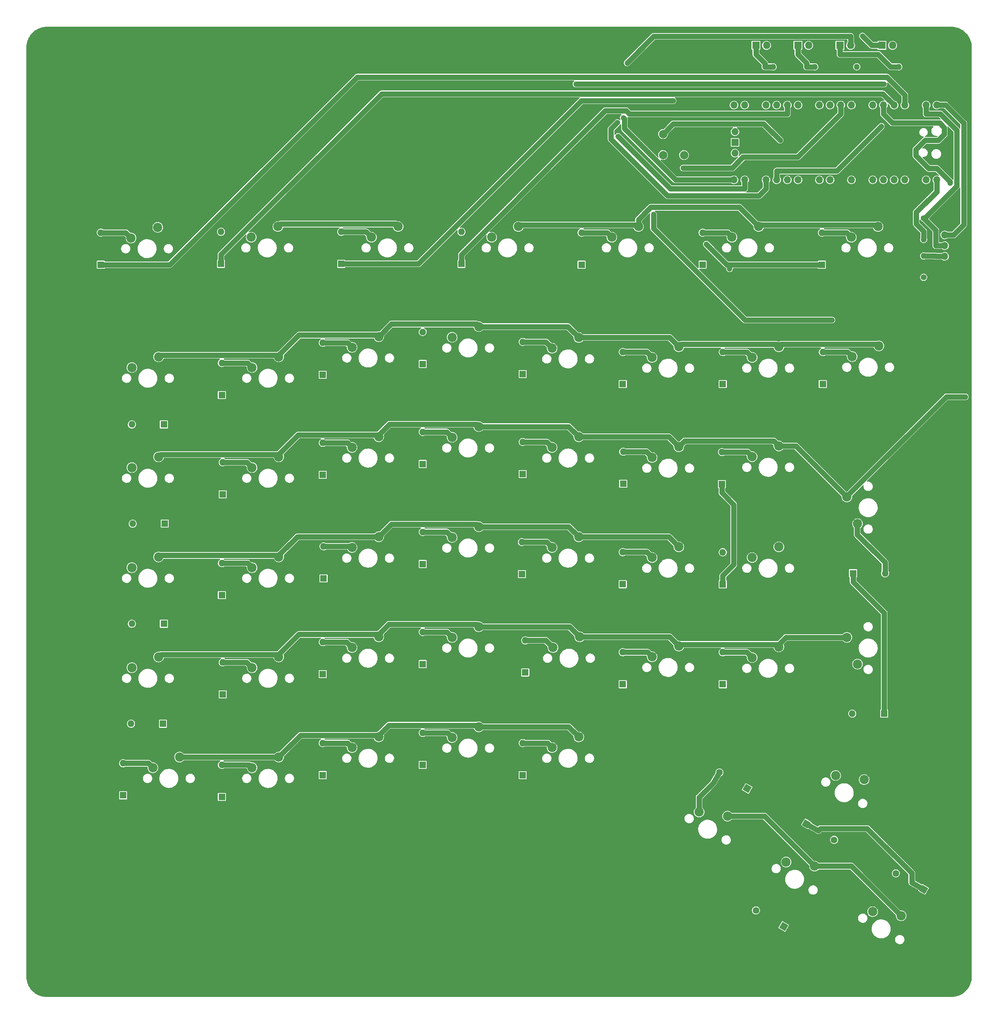
<source format=gbr>
%TF.GenerationSoftware,KiCad,Pcbnew,6.0.9-8da3e8f707~116~ubuntu20.04.1*%
%TF.CreationDate,2022-11-04T11:59:08+01:00*%
%TF.ProjectId,98keys-left,39386b65-7973-42d6-9c65-66742e6b6963,rev?*%
%TF.SameCoordinates,Original*%
%TF.FileFunction,Copper,L2,Bot*%
%TF.FilePolarity,Positive*%
%FSLAX46Y46*%
G04 Gerber Fmt 4.6, Leading zero omitted, Abs format (unit mm)*
G04 Created by KiCad (PCBNEW 6.0.9-8da3e8f707~116~ubuntu20.04.1) date 2022-11-04 11:59:08*
%MOMM*%
%LPD*%
G01*
G04 APERTURE LIST*
G04 Aperture macros list*
%AMHorizOval*
0 Thick line with rounded ends*
0 $1 width*
0 $2 $3 position (X,Y) of the first rounded end (center of the circle)*
0 $4 $5 position (X,Y) of the second rounded end (center of the circle)*
0 Add line between two ends*
20,1,$1,$2,$3,$4,$5,0*
0 Add two circle primitives to create the rounded ends*
1,1,$1,$2,$3*
1,1,$1,$4,$5*%
%AMRotRect*
0 Rectangle, with rotation*
0 The origin of the aperture is its center*
0 $1 length*
0 $2 width*
0 $3 Rotation angle, in degrees counterclockwise*
0 Add horizontal line*
21,1,$1,$2,0,0,$3*%
G04 Aperture macros list end*
%TA.AperFunction,ComponentPad*%
%ADD10R,1.600000X1.600000*%
%TD*%
%TA.AperFunction,ComponentPad*%
%ADD11O,1.600000X1.600000*%
%TD*%
%TA.AperFunction,ComponentPad*%
%ADD12HorizOval,1.600000X0.000000X0.000000X0.000000X0.000000X0*%
%TD*%
%TA.AperFunction,ComponentPad*%
%ADD13RotRect,1.600000X1.600000X150.000000*%
%TD*%
%TA.AperFunction,ComponentPad*%
%ADD14HorizOval,1.600000X0.000000X0.000000X0.000000X0.000000X0*%
%TD*%
%TA.AperFunction,ComponentPad*%
%ADD15RotRect,1.600000X1.600000X330.000000*%
%TD*%
%TA.AperFunction,ComponentPad*%
%ADD16C,1.400000*%
%TD*%
%TA.AperFunction,ComponentPad*%
%ADD17O,1.400000X1.400000*%
%TD*%
%TA.AperFunction,ComponentPad*%
%ADD18C,2.200000*%
%TD*%
%TA.AperFunction,ComponentPad*%
%ADD19C,7.500000*%
%TD*%
%TA.AperFunction,ComponentPad*%
%ADD20R,1.800000X1.800000*%
%TD*%
%TA.AperFunction,ComponentPad*%
%ADD21O,1.800000X1.800000*%
%TD*%
%TA.AperFunction,ComponentPad*%
%ADD22O,1.700000X1.700000*%
%TD*%
%TA.AperFunction,ComponentPad*%
%ADD23R,1.700000X1.700000*%
%TD*%
%TA.AperFunction,ComponentPad*%
%ADD24C,2.000000*%
%TD*%
%TA.AperFunction,ViaPad*%
%ADD25C,1.250000*%
%TD*%
%TA.AperFunction,Conductor*%
%ADD26C,1.250000*%
%TD*%
G04 APERTURE END LIST*
D10*
%TO.P,D1,1,K*%
%TO.N,COL1*%
X38200000Y-100080000D03*
D11*
%TO.P,D1,2,A*%
%TO.N,Net-(D1-Pad2)*%
X38200000Y-92460000D03*
%TD*%
%TO.P,D2,2,A*%
%TO.N,Net-(D2-Pad2)*%
X45580000Y-138080000D03*
D10*
%TO.P,D2,1,K*%
%TO.N,COL1*%
X53200000Y-138080000D03*
%TD*%
D11*
%TO.P,D3,2,A*%
%TO.N,Net-(D3-Pad2)*%
X45780000Y-161680000D03*
D10*
%TO.P,D3,1,K*%
%TO.N,COL1*%
X53400000Y-161680000D03*
%TD*%
D11*
%TO.P,D4,2,A*%
%TO.N,Net-(D4-Pad2)*%
X45580000Y-185480000D03*
D10*
%TO.P,D4,1,K*%
%TO.N,COL1*%
X53200000Y-185480000D03*
%TD*%
D11*
%TO.P,D5,2,A*%
%TO.N,Net-(D5-Pad2)*%
X45380000Y-209280000D03*
D10*
%TO.P,D5,1,K*%
%TO.N,COL1*%
X53000000Y-209280000D03*
%TD*%
D11*
%TO.P,D6,2,A*%
%TO.N,Net-(D6-Pad2)*%
X43500000Y-218680000D03*
D10*
%TO.P,D6,1,K*%
%TO.N,COL1*%
X43500000Y-226300000D03*
%TD*%
D11*
%TO.P,D7,2,A*%
%TO.N,Net-(D7-Pad2)*%
X66800000Y-92260000D03*
D10*
%TO.P,D7,1,K*%
%TO.N,COL2*%
X66800000Y-99880000D03*
%TD*%
D11*
%TO.P,D8,2,A*%
%TO.N,Net-(D8-Pad2)*%
X67000000Y-123460000D03*
D10*
%TO.P,D8,1,K*%
%TO.N,COL2*%
X67000000Y-131080000D03*
%TD*%
D11*
%TO.P,D9,2,A*%
%TO.N,Net-(D9-Pad2)*%
X67200000Y-147080000D03*
D10*
%TO.P,D9,1,K*%
%TO.N,COL2*%
X67200000Y-154700000D03*
%TD*%
D11*
%TO.P,D10,2,A*%
%TO.N,Net-(D10-Pad2)*%
X67000000Y-171060000D03*
D10*
%TO.P,D10,1,K*%
%TO.N,COL2*%
X67000000Y-178680000D03*
%TD*%
D11*
%TO.P,D11,2,A*%
%TO.N,Net-(D11-Pad2)*%
X67200000Y-194660000D03*
D10*
%TO.P,D11,1,K*%
%TO.N,COL2*%
X67200000Y-202280000D03*
%TD*%
D11*
%TO.P,D12,2,A*%
%TO.N,Net-(D12-Pad2)*%
X67000000Y-219060000D03*
D10*
%TO.P,D12,1,K*%
%TO.N,COL2*%
X67000000Y-226680000D03*
%TD*%
D11*
%TO.P,D14,2,A*%
%TO.N,Net-(D14-Pad2)*%
X95400000Y-92260000D03*
D10*
%TO.P,D14,1,K*%
%TO.N,COL3*%
X95400000Y-99880000D03*
%TD*%
D11*
%TO.P,D15,2,A*%
%TO.N,Net-(D15-Pad2)*%
X91000000Y-118660000D03*
D10*
%TO.P,D15,1,K*%
%TO.N,COL3*%
X91000000Y-126280000D03*
%TD*%
D11*
%TO.P,D16,2,A*%
%TO.N,Net-(D16-Pad2)*%
X91000000Y-142460000D03*
D10*
%TO.P,D16,1,K*%
%TO.N,COL3*%
X91000000Y-150080000D03*
%TD*%
D11*
%TO.P,D17,2,A*%
%TO.N,Net-(D17-Pad2)*%
X91000000Y-189860000D03*
D10*
%TO.P,D17,1,K*%
%TO.N,COL3*%
X91000000Y-197480000D03*
%TD*%
D11*
%TO.P,D18,2,A*%
%TO.N,Net-(D18-Pad2)*%
X91200000Y-167080000D03*
D10*
%TO.P,D18,1,K*%
%TO.N,COL3*%
X91200000Y-174700000D03*
%TD*%
D11*
%TO.P,D19,2,A*%
%TO.N,Net-(D19-Pad2)*%
X91000000Y-213860000D03*
D10*
%TO.P,D19,1,K*%
%TO.N,COL3*%
X91000000Y-221480000D03*
%TD*%
D11*
%TO.P,D20,2,A*%
%TO.N,Net-(D20-Pad2)*%
X124000000Y-92260000D03*
D10*
%TO.P,D20,1,K*%
%TO.N,COL4*%
X124000000Y-99880000D03*
%TD*%
D11*
%TO.P,D21,2,A*%
%TO.N,Net-(D21-Pad2)*%
X114800000Y-116080000D03*
D10*
%TO.P,D21,1,K*%
%TO.N,COL4*%
X114800000Y-123700000D03*
%TD*%
D11*
%TO.P,D22,2,A*%
%TO.N,Net-(D22-Pad2)*%
X114800000Y-139860000D03*
D10*
%TO.P,D22,1,K*%
%TO.N,COL4*%
X114800000Y-147480000D03*
%TD*%
D11*
%TO.P,D23,2,A*%
%TO.N,Net-(D23-Pad2)*%
X114800000Y-163660000D03*
D10*
%TO.P,D23,1,K*%
%TO.N,COL4*%
X114800000Y-171280000D03*
%TD*%
D11*
%TO.P,D24,2,A*%
%TO.N,Net-(D24-Pad2)*%
X114800000Y-187460000D03*
D10*
%TO.P,D24,1,K*%
%TO.N,COL4*%
X114800000Y-195080000D03*
%TD*%
D11*
%TO.P,D25,2,A*%
%TO.N,Net-(D25-Pad2)*%
X114800000Y-211460000D03*
D10*
%TO.P,D25,1,K*%
%TO.N,COL4*%
X114800000Y-219080000D03*
%TD*%
D11*
%TO.P,D26,2,A*%
%TO.N,Net-(D26-Pad2)*%
X152600000Y-92460000D03*
D10*
%TO.P,D26,1,K*%
%TO.N,COL5*%
X152600000Y-100080000D03*
%TD*%
D11*
%TO.P,D27,2,A*%
%TO.N,Net-(D27-Pad2)*%
X138600000Y-142260000D03*
D10*
%TO.P,D27,1,K*%
%TO.N,COL5*%
X138600000Y-149880000D03*
%TD*%
D11*
%TO.P,D28,2,A*%
%TO.N,Net-(D28-Pad2)*%
X138600000Y-118460000D03*
D10*
%TO.P,D28,1,K*%
%TO.N,COL5*%
X138600000Y-126080000D03*
%TD*%
D11*
%TO.P,D29,2,A*%
%TO.N,Net-(D29-Pad2)*%
X138400000Y-166060000D03*
D10*
%TO.P,D29,1,K*%
%TO.N,COL5*%
X138400000Y-173680000D03*
%TD*%
D11*
%TO.P,D30,2,A*%
%TO.N,Net-(D30-Pad2)*%
X139200000Y-189460000D03*
D10*
%TO.P,D30,1,K*%
%TO.N,COL5*%
X139200000Y-197080000D03*
%TD*%
D11*
%TO.P,D31,2,A*%
%TO.N,Net-(D31-Pad2)*%
X138600000Y-213880000D03*
D10*
%TO.P,D31,1,K*%
%TO.N,COL5*%
X138600000Y-221500000D03*
%TD*%
D11*
%TO.P,D32,2,A*%
%TO.N,Net-(D32-Pad2)*%
X181400000Y-92460000D03*
D10*
%TO.P,D32,1,K*%
%TO.N,COL6*%
X181400000Y-100080000D03*
%TD*%
D11*
%TO.P,D33,2,A*%
%TO.N,Net-(D33-Pad2)*%
X162400000Y-120860000D03*
D10*
%TO.P,D33,1,K*%
%TO.N,COL6*%
X162400000Y-128480000D03*
%TD*%
D11*
%TO.P,D34,2,A*%
%TO.N,Net-(D34-Pad2)*%
X162500000Y-144560000D03*
D10*
%TO.P,D34,1,K*%
%TO.N,COL6*%
X162500000Y-152180000D03*
%TD*%
D11*
%TO.P,D35,2,A*%
%TO.N,Net-(D35-Pad2)*%
X162400000Y-168460000D03*
D10*
%TO.P,D35,1,K*%
%TO.N,COL6*%
X162400000Y-176080000D03*
%TD*%
D11*
%TO.P,D36,2,A*%
%TO.N,Net-(D36-Pad2)*%
X162400000Y-192260000D03*
D10*
%TO.P,D36,1,K*%
%TO.N,COL6*%
X162400000Y-199880000D03*
%TD*%
D11*
%TO.P,D37,2,A*%
%TO.N,Net-(D37-Pad2)*%
X209800000Y-92460000D03*
D10*
%TO.P,D37,1,K*%
%TO.N,COL7*%
X209800000Y-100080000D03*
%TD*%
D11*
%TO.P,D38,2,A*%
%TO.N,Net-(D38-Pad2)*%
X186200000Y-120860000D03*
D10*
%TO.P,D38,1,K*%
%TO.N,COL7*%
X186200000Y-128480000D03*
%TD*%
D11*
%TO.P,D39,2,A*%
%TO.N,Net-(D39-Pad2)*%
X186200000Y-192260000D03*
D10*
%TO.P,D39,1,K*%
%TO.N,COL7*%
X186200000Y-199880000D03*
%TD*%
D11*
%TO.P,D40,2,A*%
%TO.N,Net-(D40-Pad2)*%
X186000000Y-144660000D03*
D10*
%TO.P,D40,1,K*%
%TO.N,COL7*%
X186000000Y-152280000D03*
%TD*%
D11*
%TO.P,D41,2,A*%
%TO.N,Net-(D41-Pad2)*%
X186200000Y-168480000D03*
D10*
%TO.P,D41,1,K*%
%TO.N,COL7*%
X186200000Y-176100000D03*
%TD*%
D11*
%TO.P,D42,2,A*%
%TO.N,Net-(D42-Pad2)*%
X210000000Y-120860000D03*
D10*
%TO.P,D42,1,K*%
%TO.N,COL8*%
X210000000Y-128480000D03*
%TD*%
D11*
%TO.P,D43,2,A*%
%TO.N,Net-(D43-Pad2)*%
X224820000Y-173480000D03*
D10*
%TO.P,D43,1,K*%
%TO.N,COL8*%
X217200000Y-173480000D03*
%TD*%
D11*
%TO.P,D44,2,A*%
%TO.N,Net-(D44-Pad2)*%
X217000000Y-206880000D03*
D10*
%TO.P,D44,1,K*%
%TO.N,COL8*%
X224620000Y-206880000D03*
%TD*%
D12*
%TO.P,D45,2,A*%
%TO.N,Net-(D45-Pad2)*%
X185400886Y-220870000D03*
D13*
%TO.P,D45,1,K*%
%TO.N,COL6*%
X192000000Y-224680000D03*
%TD*%
D14*
%TO.P,D46,2,A*%
%TO.N,Net-(D46-Pad2)*%
X212699114Y-236890000D03*
D15*
%TO.P,D46,1,K*%
%TO.N,Arrow-Left*%
X206100000Y-233080000D03*
%TD*%
D12*
%TO.P,D47,2,A*%
%TO.N,Net-(D47-Pad2)*%
X194099886Y-253680000D03*
D13*
%TO.P,D47,1,K*%
%TO.N,COL8*%
X200699000Y-257490000D03*
%TD*%
D12*
%TO.P,D48,2,A*%
%TO.N,Net-(D48-Pad2)*%
X227400886Y-244870000D03*
D13*
%TO.P,D48,1,K*%
%TO.N,Arrow-Left*%
X234000000Y-248680000D03*
%TD*%
D16*
%TO.P,R1,1*%
%TO.N,GND*%
X193080000Y-53000000D03*
D17*
%TO.P,R1,2*%
%TO.N,Net-(D13-Pad1)*%
X198160000Y-53000000D03*
%TD*%
D16*
%TO.P,R2,1*%
%TO.N,GND*%
X203000000Y-53000000D03*
D17*
%TO.P,R2,2*%
%TO.N,Net-(D49-Pad1)*%
X208080000Y-53000000D03*
%TD*%
D16*
%TO.P,R3,1*%
%TO.N,GND*%
X223000000Y-53000000D03*
D17*
%TO.P,R3,2*%
%TO.N,Net-(D50-Pad1)*%
X228080000Y-53000000D03*
%TD*%
D18*
%TO.P,SW1,2*%
%TO.N,Net-(D1-Pad2)*%
X45390000Y-93740000D03*
%TO.P,SW1,1*%
%TO.N,ROW1*%
X51740000Y-91200000D03*
%TD*%
%TO.P,SW2,1*%
%TO.N,ROW2*%
X51940000Y-122000000D03*
%TO.P,SW2,2*%
%TO.N,Net-(D2-Pad2)*%
X45590000Y-124540000D03*
%TD*%
%TO.P,SW3,1*%
%TO.N,ROW3*%
X51940000Y-145800000D03*
%TO.P,SW3,2*%
%TO.N,Net-(D3-Pad2)*%
X45590000Y-148340000D03*
%TD*%
%TO.P,SW4,1*%
%TO.N,ROW5*%
X51940000Y-193400000D03*
%TO.P,SW4,2*%
%TO.N,Net-(D5-Pad2)*%
X45590000Y-195940000D03*
%TD*%
%TO.P,SW5,1*%
%TO.N,ROW4*%
X51940000Y-169600000D03*
%TO.P,SW5,2*%
%TO.N,Net-(D4-Pad2)*%
X45590000Y-172140000D03*
%TD*%
%TO.P,SW6,2*%
%TO.N,Net-(D6-Pad2)*%
X50590000Y-219740000D03*
%TO.P,SW6,1*%
%TO.N,ROW6*%
X56940000Y-217200000D03*
%TD*%
%TO.P,SW7,2*%
%TO.N,Net-(D7-Pad2)*%
X73990000Y-93540000D03*
%TO.P,SW7,1*%
%TO.N,ROW1*%
X80340000Y-91000000D03*
%TD*%
%TO.P,SW8,2*%
%TO.N,Net-(D8-Pad2)*%
X74190000Y-124540000D03*
%TO.P,SW8,1*%
%TO.N,ROW2*%
X80540000Y-122000000D03*
%TD*%
%TO.P,SW9,2*%
%TO.N,Net-(D9-Pad2)*%
X74190000Y-148340000D03*
%TO.P,SW9,1*%
%TO.N,ROW3*%
X80540000Y-145800000D03*
%TD*%
%TO.P,SW10,2*%
%TO.N,Net-(D11-Pad2)*%
X74190000Y-195940000D03*
%TO.P,SW10,1*%
%TO.N,ROW5*%
X80540000Y-193400000D03*
%TD*%
%TO.P,SW11,2*%
%TO.N,Net-(D10-Pad2)*%
X74190000Y-172140000D03*
%TO.P,SW11,1*%
%TO.N,ROW4*%
X80540000Y-169600000D03*
%TD*%
%TO.P,SW12,2*%
%TO.N,Net-(D12-Pad2)*%
X74190000Y-219740000D03*
%TO.P,SW12,1*%
%TO.N,ROW6*%
X80540000Y-217200000D03*
%TD*%
%TO.P,SW13,2*%
%TO.N,Net-(D14-Pad2)*%
X102590000Y-93540000D03*
%TO.P,SW13,1*%
%TO.N,ROW1*%
X108940000Y-91000000D03*
%TD*%
%TO.P,SW14,2*%
%TO.N,Net-(D15-Pad2)*%
X97990000Y-119740000D03*
%TO.P,SW14,1*%
%TO.N,ROW2*%
X104340000Y-117200000D03*
%TD*%
%TO.P,SW15,2*%
%TO.N,Net-(D16-Pad2)*%
X97990000Y-143540000D03*
%TO.P,SW15,1*%
%TO.N,ROW3*%
X104340000Y-141000000D03*
%TD*%
%TO.P,SW16,2*%
%TO.N,Net-(D17-Pad2)*%
X97990000Y-191140000D03*
%TO.P,SW16,1*%
%TO.N,ROW5*%
X104340000Y-188600000D03*
%TD*%
%TO.P,SW17,2*%
%TO.N,Net-(D18-Pad2)*%
X97990000Y-167340000D03*
%TO.P,SW17,1*%
%TO.N,ROW4*%
X104340000Y-164800000D03*
%TD*%
%TO.P,SW18,2*%
%TO.N,Net-(D19-Pad2)*%
X97990000Y-214940000D03*
%TO.P,SW18,1*%
%TO.N,ROW6*%
X104340000Y-212400000D03*
%TD*%
%TO.P,SW19,2*%
%TO.N,Net-(D20-Pad2)*%
X131190000Y-93540000D03*
%TO.P,SW19,1*%
%TO.N,ROW1*%
X137540000Y-91000000D03*
%TD*%
%TO.P,SW20,2*%
%TO.N,Net-(D21-Pad2)*%
X121790000Y-117340000D03*
%TO.P,SW20,1*%
%TO.N,ROW2*%
X128140000Y-114800000D03*
%TD*%
%TO.P,SW21,2*%
%TO.N,Net-(D22-Pad2)*%
X121790000Y-141140000D03*
%TO.P,SW21,1*%
%TO.N,ROW3*%
X128140000Y-138600000D03*
%TD*%
%TO.P,SW22,2*%
%TO.N,Net-(D24-Pad2)*%
X121790000Y-188740000D03*
%TO.P,SW22,1*%
%TO.N,ROW5*%
X128140000Y-186200000D03*
%TD*%
%TO.P,SW23,2*%
%TO.N,Net-(D23-Pad2)*%
X121790000Y-164940000D03*
%TO.P,SW23,1*%
%TO.N,ROW4*%
X128140000Y-162400000D03*
%TD*%
%TO.P,SW24,2*%
%TO.N,Net-(D25-Pad2)*%
X121790000Y-212540000D03*
%TO.P,SW24,1*%
%TO.N,ROW6*%
X128140000Y-210000000D03*
%TD*%
%TO.P,SW25,2*%
%TO.N,Net-(D26-Pad2)*%
X159790000Y-93540000D03*
%TO.P,SW25,1*%
%TO.N,ROW1*%
X166140000Y-91000000D03*
%TD*%
%TO.P,SW26,2*%
%TO.N,Net-(D28-Pad2)*%
X145590000Y-119940000D03*
%TO.P,SW26,1*%
%TO.N,ROW2*%
X151940000Y-117400000D03*
%TD*%
%TO.P,SW27,2*%
%TO.N,Net-(D27-Pad2)*%
X145590000Y-143540000D03*
%TO.P,SW27,1*%
%TO.N,ROW3*%
X151940000Y-141000000D03*
%TD*%
%TO.P,SW28,2*%
%TO.N,Net-(D30-Pad2)*%
X145790000Y-191140000D03*
%TO.P,SW28,1*%
%TO.N,ROW5*%
X152140000Y-188600000D03*
%TD*%
%TO.P,SW29,2*%
%TO.N,Net-(D29-Pad2)*%
X145590000Y-167340000D03*
%TO.P,SW29,1*%
%TO.N,ROW4*%
X151940000Y-164800000D03*
%TD*%
%TO.P,SW30,2*%
%TO.N,Net-(D31-Pad2)*%
X145590000Y-214940000D03*
%TO.P,SW30,1*%
%TO.N,ROW6*%
X151940000Y-212400000D03*
%TD*%
%TO.P,SW31,2*%
%TO.N,Net-(D32-Pad2)*%
X188390000Y-93540000D03*
%TO.P,SW31,1*%
%TO.N,ROW1*%
X194740000Y-91000000D03*
%TD*%
%TO.P,SW32,2*%
%TO.N,Net-(D33-Pad2)*%
X169390000Y-122140000D03*
%TO.P,SW32,1*%
%TO.N,ROW2*%
X175740000Y-119600000D03*
%TD*%
%TO.P,SW33,2*%
%TO.N,Net-(D34-Pad2)*%
X169390000Y-145940000D03*
%TO.P,SW33,1*%
%TO.N,ROW3*%
X175740000Y-143400000D03*
%TD*%
%TO.P,SW34,2*%
%TO.N,Net-(D36-Pad2)*%
X169390000Y-193340000D03*
%TO.P,SW34,1*%
%TO.N,ROW5*%
X175740000Y-190800000D03*
%TD*%
%TO.P,SW35,2*%
%TO.N,Net-(D35-Pad2)*%
X169390000Y-169740000D03*
%TO.P,SW35,1*%
%TO.N,ROW4*%
X175740000Y-167200000D03*
%TD*%
%TO.P,SW36,2*%
%TO.N,Net-(D37-Pad2)*%
X216790000Y-93540000D03*
%TO.P,SW36,1*%
%TO.N,ROW1*%
X223140000Y-91000000D03*
%TD*%
%TO.P,SW37,2*%
%TO.N,Net-(D38-Pad2)*%
X193190000Y-122140000D03*
%TO.P,SW37,1*%
%TO.N,ROW2*%
X199540000Y-119600000D03*
%TD*%
%TO.P,SW38,2*%
%TO.N,Net-(D40-Pad2)*%
X193190000Y-145740000D03*
%TO.P,SW38,1*%
%TO.N,ROW3*%
X199540000Y-143200000D03*
%TD*%
%TO.P,SW39,2*%
%TO.N,Net-(D39-Pad2)*%
X193190000Y-193540000D03*
%TO.P,SW39,1*%
%TO.N,ROW5*%
X199540000Y-191000000D03*
%TD*%
%TO.P,SW40,2*%
%TO.N,Net-(D41-Pad2)*%
X193190000Y-169740000D03*
%TO.P,SW40,1*%
%TO.N,ROW4*%
X199540000Y-167200000D03*
%TD*%
%TO.P,SW41,2*%
%TO.N,Net-(D42-Pad2)*%
X216990000Y-121940000D03*
%TO.P,SW41,1*%
%TO.N,ROW2*%
X223340000Y-119400000D03*
%TD*%
%TO.P,SW42,2*%
%TO.N,Net-(D43-Pad2)*%
X218260000Y-161690000D03*
%TO.P,SW42,1*%
%TO.N,ROW3*%
X215720000Y-155340000D03*
%TD*%
%TO.P,SW43,2*%
%TO.N,Net-(D44-Pad2)*%
X218260000Y-195090000D03*
%TO.P,SW43,1*%
%TO.N,ROW5*%
X215720000Y-188740000D03*
%TD*%
%TO.P,SW44,2*%
%TO.N,Net-(D45-Pad2)*%
X180570739Y-230275705D03*
%TO.P,SW44,1*%
%TO.N,ROW6*%
X187340000Y-231251000D03*
%TD*%
%TO.P,SW45,2*%
%TO.N,Net-(D46-Pad2)*%
X213070739Y-221575705D03*
%TO.P,SW45,1*%
%TO.N,ROW5*%
X219840000Y-222551000D03*
%TD*%
%TO.P,SW46,2*%
%TO.N,Net-(D47-Pad2)*%
X201270739Y-242175705D03*
%TO.P,SW46,1*%
%TO.N,ROW6*%
X208040000Y-243151000D03*
%TD*%
%TO.P,SW47,2*%
%TO.N,Net-(D48-Pad2)*%
X221870739Y-253975705D03*
%TO.P,SW47,1*%
%TO.N,ROW6*%
X228640000Y-254951000D03*
%TD*%
D19*
%TO.P,H1,1,1*%
%TO.N,GND*%
X27500000Y-50500000D03*
%TD*%
%TO.P,H2,1,1*%
%TO.N,GND*%
X132500000Y-50000000D03*
%TD*%
%TO.P,H3,1,1*%
%TO.N,GND*%
X237500000Y-50500000D03*
%TD*%
%TO.P,H4,1,1*%
%TO.N,GND*%
X27500000Y-158500000D03*
%TD*%
%TO.P,H5,1,1*%
%TO.N,GND*%
X237500000Y-158500000D03*
%TD*%
%TO.P,H6,1,1*%
%TO.N,GND*%
X27500000Y-266500000D03*
%TD*%
%TO.P,H7,1,1*%
%TO.N,GND*%
X132500000Y-266500000D03*
%TD*%
%TO.P,H8,1,1*%
%TO.N,GND*%
X237500000Y-266500000D03*
%TD*%
D20*
%TO.P,D13,1,K*%
%TO.N,Net-(D13-Pad1)*%
X194080000Y-47900000D03*
D21*
%TO.P,D13,2,A*%
%TO.N,PWM1*%
X196620000Y-47900000D03*
%TD*%
D20*
%TO.P,D49,1,K*%
%TO.N,Net-(D49-Pad1)*%
X204080000Y-47900000D03*
D21*
%TO.P,D49,2,A*%
%TO.N,PWM2*%
X206620000Y-47900000D03*
%TD*%
D20*
%TO.P,D50,1,K*%
%TO.N,Net-(D50-Pad1)*%
X214080000Y-47900000D03*
D21*
%TO.P,D50,2,A*%
%TO.N,PWM3*%
X216620000Y-47900000D03*
%TD*%
D20*
%TO.P,D51,1,K*%
%TO.N,Net-(D51-Pad1)*%
X224080000Y-47900000D03*
D21*
%TO.P,D51,2,A*%
%TO.N,PWM4*%
X226620000Y-47900000D03*
%TD*%
D16*
%TO.P,R4,1*%
%TO.N,GND*%
X213000000Y-53000000D03*
D17*
%TO.P,R4,2*%
%TO.N,Net-(D51-Pad1)*%
X218080000Y-53000000D03*
%TD*%
D22*
%TO.P,U1,1,GPIO0*%
%TO.N,SDA I2C0*%
X237130000Y-62110000D03*
%TO.P,U1,2,GPIO1*%
%TO.N,SDC I2C0*%
X234590000Y-62110000D03*
D23*
%TO.P,U1,3,GND*%
%TO.N,GND*%
X232050000Y-62110000D03*
D22*
%TO.P,U1,4,GPIO2*%
%TO.N,COL1*%
X229510000Y-62110000D03*
%TO.P,U1,5,GPIO3*%
%TO.N,COL2*%
X226970000Y-62110000D03*
%TO.P,U1,6,GPIO4*%
%TO.N,ROW1*%
X224430000Y-62110000D03*
%TO.P,U1,7,GPIO5*%
%TO.N,ROW2*%
X221890000Y-62110000D03*
D23*
%TO.P,U1,8,GND*%
%TO.N,GND*%
X219350000Y-62110000D03*
D22*
%TO.P,U1,9,GPIO6*%
%TO.N,ROW3*%
X216810000Y-62110000D03*
%TO.P,U1,10,GPIO7*%
%TO.N,ROW4*%
X214270000Y-62110000D03*
%TO.P,U1,11,GPIO8*%
%TO.N,ROW5*%
X211730000Y-62110000D03*
%TO.P,U1,12,GPIO9*%
%TO.N,ROW6*%
X209190000Y-62110000D03*
D23*
%TO.P,U1,13,GND*%
%TO.N,GND*%
X206650000Y-62110000D03*
D22*
%TO.P,U1,14,GPIO10*%
%TO.N,COL3*%
X204110000Y-62110000D03*
%TO.P,U1,15,GPIO11*%
%TO.N,COL4*%
X201570000Y-62110000D03*
%TO.P,U1,16,GPIO12*%
%TO.N,COL5*%
X199030000Y-62110000D03*
%TO.P,U1,17,GPIO13*%
%TO.N,COL6*%
X196490000Y-62110000D03*
D23*
%TO.P,U1,18,GND*%
%TO.N,GND*%
X193950000Y-62110000D03*
D22*
%TO.P,U1,19,GPIO14*%
%TO.N,COL7*%
X191410000Y-62110000D03*
%TO.P,U1,20,GPIO15*%
%TO.N,COL8*%
X188870000Y-62110000D03*
%TO.P,U1,21,GPIO16*%
%TO.N,PWM1*%
X188870000Y-79890000D03*
%TO.P,U1,22,GPIO17*%
%TO.N,PWM2*%
X191410000Y-79890000D03*
D23*
%TO.P,U1,23,GND*%
%TO.N,GND*%
X193950000Y-79890000D03*
D22*
%TO.P,U1,24,GPIO18*%
%TO.N,PWM3*%
X196490000Y-79890000D03*
%TO.P,U1,25,GPIO19*%
%TO.N,PWM4*%
X199030000Y-79890000D03*
%TO.P,U1,26,GPIO20*%
%TO.N,Arrow-Left*%
X201570000Y-79890000D03*
%TO.P,U1,27,GPIO21*%
%TO.N,unconnected-(U1-Pad27)*%
X204110000Y-79890000D03*
D23*
%TO.P,U1,28,GND*%
%TO.N,GND*%
X206650000Y-79890000D03*
D22*
%TO.P,U1,29,GPIO22*%
%TO.N,unconnected-(U1-Pad29)*%
X209190000Y-79890000D03*
%TO.P,U1,30,RUN*%
%TO.N,Net-(SW48-Pad1)*%
X211730000Y-79890000D03*
%TO.P,U1,31,GPIO26_ADC0*%
%TO.N,GND*%
X214270000Y-79890000D03*
%TO.P,U1,32,GPIO27_ADC1*%
%TO.N,unconnected-(U1-Pad32)*%
X216810000Y-79890000D03*
D23*
%TO.P,U1,33,AGND*%
%TO.N,GND*%
X219350000Y-79890000D03*
D22*
%TO.P,U1,34,GPIO28_ADC2*%
%TO.N,unconnected-(U1-Pad34)*%
X221890000Y-79890000D03*
%TO.P,U1,35,ADC_VREF*%
%TO.N,unconnected-(U1-Pad35)*%
X224430000Y-79890000D03*
%TO.P,U1,36,3V3*%
%TO.N,unconnected-(U1-Pad36)*%
X226970000Y-79890000D03*
%TO.P,U1,37,3V3_EN*%
%TO.N,unconnected-(U1-Pad37)*%
X229510000Y-79890000D03*
D23*
%TO.P,U1,38,GND*%
%TO.N,GND*%
X232050000Y-79890000D03*
D22*
%TO.P,U1,39,VSYS*%
%TO.N,unconnected-(U1-Pad39)*%
X234590000Y-79890000D03*
%TO.P,U1,40,VBUS*%
%TO.N,VCC*%
X237130000Y-79890000D03*
%TO.P,U1,41,SWCLK*%
%TO.N,unconnected-(U1-Pad41)*%
X189100000Y-68460000D03*
D23*
%TO.P,U1,42,GND*%
%TO.N,unconnected-(U1-Pad42)*%
X189100000Y-71000000D03*
D22*
%TO.P,U1,43,SWDIO*%
%TO.N,unconnected-(U1-Pad43)*%
X189100000Y-73540000D03*
%TD*%
D23*
%TO.P,J1,1,Pin_1*%
%TO.N,GND*%
X239000000Y-90460000D03*
D22*
%TO.P,J1,2,Pin_2*%
%TO.N,SDA I2C0*%
X239000000Y-93000000D03*
%TO.P,J1,3,Pin_3*%
%TO.N,SDC I2C0*%
X239000000Y-95540000D03*
%TO.P,J1,4,Pin_4*%
%TO.N,VCC*%
X239000000Y-98080000D03*
%TD*%
D16*
%TO.P,R6,1*%
%TO.N,SDC I2C0*%
X234000000Y-89000000D03*
D17*
%TO.P,R6,2*%
%TO.N,VCC*%
X234000000Y-94080000D03*
%TD*%
D16*
%TO.P,R5,1*%
%TO.N,SDA I2C0*%
X234000000Y-103080000D03*
D17*
%TO.P,R5,2*%
%TO.N,VCC*%
X234000000Y-98000000D03*
%TD*%
D24*
%TO.P,SW48,1,1*%
%TO.N,Net-(SW48-Pad1)*%
X172000000Y-69000000D03*
%TO.P,SW48,2,2*%
%TO.N,GND*%
X177000000Y-69000000D03*
%TO.P,SW48,3*%
%TO.N,N/C*%
X172000000Y-74000000D03*
%TO.P,SW48,4*%
X177000000Y-74000000D03*
%TD*%
D25*
%TO.N,GND*%
X240000000Y-72000000D03*
%TO.N,COL8*%
X169704500Y-88109700D03*
X212186700Y-113233700D03*
%TO.N,COL7*%
X182270000Y-95182600D03*
X187811900Y-101060700D03*
%TO.N,COL3*%
X174375100Y-61081200D03*
%TO.N,ROW4*%
X176766600Y-77072900D03*
%TO.N,ROW3*%
X243933000Y-131493200D03*
%TO.N,ROW2*%
X224536700Y-57109000D03*
X151249700Y-57109000D03*
%TO.N,ROW1*%
X240227300Y-80601000D03*
%TO.N,PWM4*%
X223942300Y-67170100D03*
%TO.N,Net-(D51-Pad1)*%
X219439800Y-45676500D03*
%TO.N,PWM3*%
X161135700Y-66272700D03*
X163437100Y-52079700D03*
%TO.N,PWM2*%
X161273900Y-69552100D03*
%TO.N,PWM1*%
X162506100Y-65109800D03*
%TO.N,Net-(SW48-Pad1)*%
X199846600Y-70475600D03*
%TD*%
D26*
%TO.N,COL8*%
X224620000Y-182950000D02*
X217200000Y-175530000D01*
X224620000Y-206880000D02*
X224620000Y-182950000D01*
X217200000Y-173480000D02*
X217200000Y-175530000D01*
X191498000Y-113233700D02*
X212186700Y-113233700D01*
X169704500Y-91440200D02*
X191498000Y-113233700D01*
X169704500Y-88109700D02*
X169704500Y-91440200D01*
%TO.N,COL7*%
X188811200Y-157141200D02*
X186000000Y-154330000D01*
X188811200Y-171438800D02*
X188811200Y-157141200D01*
X186200000Y-174050000D02*
X188811200Y-171438800D01*
X186200000Y-176100000D02*
X186200000Y-174050000D01*
X186000000Y-152280000D02*
X186000000Y-154330000D01*
X187811900Y-100080000D02*
X187811900Y-101060700D01*
X209800000Y-100080000D02*
X187811900Y-100080000D01*
X187167400Y-100080000D02*
X182270000Y-95182600D01*
X187811900Y-100080000D02*
X187167400Y-100080000D01*
%TO.N,COL4*%
X201570000Y-62110000D02*
X201570000Y-64210000D01*
X124000000Y-97718900D02*
X124000000Y-99880000D01*
X158259200Y-63459700D02*
X124000000Y-97718900D01*
X163189600Y-63459700D02*
X158259200Y-63459700D01*
X163939900Y-64210000D02*
X163189600Y-63459700D01*
X201570000Y-64210000D02*
X163939900Y-64210000D01*
%TO.N,COL3*%
X113779500Y-99880000D02*
X95400000Y-99880000D01*
X152578300Y-61081200D02*
X113779500Y-99880000D01*
X174375100Y-61081200D02*
X152578300Y-61081200D01*
%TO.N,COL2*%
X66800000Y-97657600D02*
X66800000Y-99880000D01*
X105026500Y-59431100D02*
X66800000Y-97657600D01*
X224291100Y-59431100D02*
X105026500Y-59431100D01*
X226970000Y-62110000D02*
X224291100Y-59431100D01*
%TO.N,COL1*%
X54573400Y-100080000D02*
X38200000Y-100080000D01*
X99194500Y-55458900D02*
X54573400Y-100080000D01*
X225270200Y-55458900D02*
X99194500Y-55458900D01*
X229510000Y-59698700D02*
X225270200Y-55458900D01*
X229510000Y-62110000D02*
X229510000Y-59698700D01*
%TO.N,ROW6*%
X216840000Y-243151000D02*
X208040000Y-243151000D01*
X228640000Y-254951000D02*
X216840000Y-243151000D01*
X196140000Y-231251000D02*
X187340000Y-231251000D01*
X208040000Y-243151000D02*
X196140000Y-231251000D01*
X149540000Y-210000000D02*
X128140000Y-210000000D01*
X151940000Y-212400000D02*
X149540000Y-210000000D01*
X106732600Y-209628400D02*
X104340000Y-212021000D01*
X127768400Y-209628400D02*
X106732600Y-209628400D01*
X128140000Y-210000000D02*
X127768400Y-209628400D01*
X104340000Y-212021000D02*
X104340000Y-212400000D01*
X85719000Y-212021000D02*
X80540000Y-217200000D01*
X104340000Y-212021000D02*
X85719000Y-212021000D01*
X80540000Y-217200000D02*
X56940000Y-217200000D01*
%TO.N,ROW4*%
X173340000Y-164800000D02*
X151940000Y-164800000D01*
X175740000Y-167200000D02*
X173340000Y-164800000D01*
X149540000Y-162400000D02*
X128140000Y-162400000D01*
X151940000Y-164800000D02*
X149540000Y-162400000D01*
X107330300Y-161809700D02*
X104340000Y-164800000D01*
X127549700Y-161809700D02*
X107330300Y-161809700D01*
X128140000Y-162400000D02*
X127549700Y-161809700D01*
X52310900Y-169229100D02*
X51940000Y-169600000D01*
X80540000Y-169229100D02*
X52310900Y-169229100D01*
X84969100Y-164800000D02*
X80540000Y-169229100D01*
X104340000Y-164800000D02*
X84969100Y-164800000D01*
X80540000Y-169229100D02*
X80540000Y-169600000D01*
X214270000Y-62110000D02*
X214270000Y-64210000D01*
X188407100Y-77072900D02*
X176766600Y-77072900D01*
X191028000Y-74452000D02*
X188407100Y-77072900D01*
X204028000Y-74452000D02*
X191028000Y-74452000D01*
X214270000Y-64210000D02*
X204028000Y-74452000D01*
%TO.N,ROW5*%
X173540000Y-188600000D02*
X152140000Y-188600000D01*
X175740000Y-190800000D02*
X173540000Y-188600000D01*
X149740000Y-186200000D02*
X128140000Y-186200000D01*
X152140000Y-188600000D02*
X149740000Y-186200000D01*
X106757900Y-185609700D02*
X104340000Y-188027600D01*
X127549700Y-185609700D02*
X106757900Y-185609700D01*
X128140000Y-186200000D02*
X127549700Y-185609700D01*
X104340000Y-188027600D02*
X104340000Y-188600000D01*
X52527600Y-192812400D02*
X51940000Y-193400000D01*
X80540000Y-192812400D02*
X52527600Y-192812400D01*
X85324800Y-188027600D02*
X80540000Y-192812400D01*
X104340000Y-188027600D02*
X85324800Y-188027600D01*
X80540000Y-192812400D02*
X80540000Y-193400000D01*
X176126300Y-190413700D02*
X175740000Y-190800000D01*
X199540000Y-190413700D02*
X176126300Y-190413700D01*
X201213700Y-188740000D02*
X199540000Y-190413700D01*
X215720000Y-188740000D02*
X201213700Y-188740000D01*
X199540000Y-190413700D02*
X199540000Y-191000000D01*
%TO.N,ROW3*%
X177109800Y-142030200D02*
X175740000Y-143400000D01*
X198370200Y-142030200D02*
X177109800Y-142030200D01*
X199540000Y-143200000D02*
X198370200Y-142030200D01*
X173340000Y-141000000D02*
X151940000Y-141000000D01*
X175740000Y-143400000D02*
X173340000Y-141000000D01*
X149540000Y-138600000D02*
X128140000Y-138600000D01*
X151940000Y-141000000D02*
X149540000Y-138600000D01*
X239422100Y-131493200D02*
X215647700Y-155267600D01*
X243933000Y-131493200D02*
X239422100Y-131493200D01*
X203580000Y-143200000D02*
X215647700Y-155267600D01*
X199540000Y-143200000D02*
X203580000Y-143200000D01*
X215647700Y-155267600D02*
X215720000Y-155340000D01*
X106913200Y-138019100D02*
X104340000Y-140592300D01*
X127559100Y-138019100D02*
X106913200Y-138019100D01*
X128140000Y-138600000D02*
X127559100Y-138019100D01*
X104340000Y-140592300D02*
X104340000Y-141000000D01*
X52509600Y-145230400D02*
X51940000Y-145800000D01*
X80540000Y-145230400D02*
X52509600Y-145230400D01*
X85178100Y-140592300D02*
X80540000Y-145230400D01*
X104340000Y-140592300D02*
X85178100Y-140592300D01*
X80540000Y-145230400D02*
X80540000Y-145800000D01*
%TO.N,ROW2*%
X176317000Y-119023000D02*
X175740000Y-119600000D01*
X198963000Y-119023000D02*
X176317000Y-119023000D01*
X199540000Y-119600000D02*
X198963000Y-119023000D01*
X173540000Y-117400000D02*
X151940000Y-117400000D01*
X175740000Y-119600000D02*
X173540000Y-117400000D01*
X200126800Y-119013200D02*
X199540000Y-119600000D01*
X222953200Y-119013200D02*
X200126800Y-119013200D01*
X223340000Y-119400000D02*
X222953200Y-119013200D01*
X224536700Y-57109000D02*
X151249700Y-57109000D01*
X52306500Y-121633500D02*
X51940000Y-122000000D01*
X80540000Y-121633500D02*
X52306500Y-121633500D01*
X85347400Y-116826100D02*
X80540000Y-121633500D01*
X103966100Y-116826100D02*
X85347400Y-116826100D01*
X104340000Y-117200000D02*
X103966100Y-116826100D01*
X80540000Y-121633500D02*
X80540000Y-122000000D01*
X149340000Y-114800000D02*
X151940000Y-117400000D01*
X128140000Y-114800000D02*
X149340000Y-114800000D01*
X107347600Y-114192400D02*
X104340000Y-117200000D01*
X127532400Y-114192400D02*
X107347600Y-114192400D01*
X128140000Y-114800000D02*
X127532400Y-114192400D01*
%TO.N,ROW1*%
X137913000Y-90627000D02*
X137540000Y-91000000D01*
X165767000Y-90627000D02*
X137913000Y-90627000D01*
X166140000Y-91000000D02*
X165767000Y-90627000D01*
X80932800Y-90407200D02*
X80340000Y-91000000D01*
X108347200Y-90407200D02*
X80932800Y-90407200D01*
X108940000Y-91000000D02*
X108347200Y-90407200D01*
X226569900Y-66349900D02*
X224430000Y-64210000D01*
X237797400Y-66349900D02*
X226569900Y-66349900D01*
X238925100Y-67477600D02*
X237797400Y-66349900D01*
X238925100Y-69072400D02*
X238925100Y-67477600D01*
X237492700Y-70504800D02*
X238925100Y-69072400D01*
X234308600Y-70504800D02*
X237492700Y-70504800D01*
X232155900Y-72657500D02*
X234308600Y-70504800D01*
X232155900Y-74130600D02*
X232155900Y-72657500D01*
X235218900Y-77193600D02*
X232155900Y-74130600D01*
X237164400Y-77193600D02*
X235218900Y-77193600D01*
X240227300Y-80256500D02*
X237164400Y-77193600D01*
X240227300Y-80601000D02*
X240227300Y-80256500D01*
X224430000Y-62110000D02*
X224430000Y-64210000D01*
X195108200Y-90631800D02*
X194740000Y-91000000D01*
X222771800Y-90631800D02*
X195108200Y-90631800D01*
X223140000Y-91000000D02*
X222771800Y-90631800D01*
X166140000Y-89337600D02*
X166140000Y-91000000D01*
X169050300Y-86427300D02*
X166140000Y-89337600D01*
X190167300Y-86427300D02*
X169050300Y-86427300D01*
X194740000Y-91000000D02*
X190167300Y-86427300D01*
%TO.N,Arrow-Left*%
X209445200Y-234195000D02*
X208927600Y-234712600D01*
X220564600Y-234195000D02*
X209445200Y-234195000D01*
X231172400Y-244802800D02*
X220564600Y-234195000D01*
X231172400Y-247047400D02*
X231172400Y-244802800D01*
X234000000Y-248680000D02*
X231172400Y-247047400D01*
X206100000Y-233080000D02*
X208927600Y-234712600D01*
%TO.N,PWM4*%
X199030000Y-79890000D02*
X199030000Y-77790000D01*
X213322400Y-77790000D02*
X199030000Y-77790000D01*
X223942300Y-67170100D02*
X213322400Y-77790000D01*
%TO.N,Net-(D51-Pad1)*%
X221663300Y-47900000D02*
X224080000Y-47900000D01*
X219439800Y-45676500D02*
X221663300Y-47900000D01*
%TO.N,PWM3*%
X159608300Y-67800100D02*
X161135700Y-66272700D01*
X159608300Y-70220200D02*
X159608300Y-67800100D01*
X173051100Y-83663000D02*
X159608300Y-70220200D01*
X194817000Y-83663000D02*
X173051100Y-83663000D01*
X196490000Y-81990000D02*
X194817000Y-83663000D01*
X169766800Y-45750000D02*
X216620000Y-45750000D01*
X163437100Y-52079700D02*
X169766800Y-45750000D01*
X216620000Y-47900000D02*
X216620000Y-45750000D01*
X196490000Y-79890000D02*
X196490000Y-81990000D01*
%TO.N,Net-(D50-Pad1)*%
X223180000Y-50050000D02*
X226130000Y-53000000D01*
X214080000Y-50050000D02*
X223180000Y-50050000D01*
X228080000Y-53000000D02*
X226130000Y-53000000D01*
X214080000Y-47900000D02*
X214080000Y-50050000D01*
%TO.N,PWM2*%
X173711800Y-81990000D02*
X161273900Y-69552100D01*
X191410000Y-81990000D02*
X173711800Y-81990000D01*
X191410000Y-79890000D02*
X191410000Y-81990000D01*
%TO.N,Net-(D49-Pad1)*%
X206130000Y-52100000D02*
X206130000Y-53000000D01*
X204080000Y-50050000D02*
X206130000Y-52100000D01*
X204080000Y-47900000D02*
X204080000Y-50050000D01*
X208080000Y-53000000D02*
X206130000Y-53000000D01*
%TO.N,Net-(D13-Pad1)*%
X196210000Y-52180000D02*
X196210000Y-53000000D01*
X194080000Y-50050000D02*
X196210000Y-52180000D01*
X194080000Y-47900000D02*
X194080000Y-50050000D01*
X198160000Y-53000000D02*
X196210000Y-53000000D01*
%TO.N,PWM1*%
X162785800Y-65389500D02*
X162506100Y-65109800D01*
X162785800Y-67715400D02*
X162785800Y-65389500D01*
X174960400Y-79890000D02*
X162785800Y-67715400D01*
X188870000Y-79890000D02*
X174960400Y-79890000D01*
%TO.N,Net-(SW48-Pad1)*%
X195939200Y-66568200D02*
X199846600Y-70475600D01*
X174431800Y-66568200D02*
X195939200Y-66568200D01*
X172000000Y-69000000D02*
X174431800Y-66568200D01*
%TO.N,VCC*%
X236820000Y-98000000D02*
X236900000Y-98080000D01*
X234000000Y-98000000D02*
X236820000Y-98000000D01*
X239000000Y-98080000D02*
X236900000Y-98080000D01*
X237130000Y-82711000D02*
X237130000Y-79890000D01*
X232233100Y-87607900D02*
X237130000Y-82711000D01*
X232233100Y-90363100D02*
X232233100Y-87607900D01*
X234000000Y-92130000D02*
X232233100Y-90363100D01*
X234000000Y-94080000D02*
X234000000Y-92130000D01*
%TO.N,SDC I2C0*%
X236900000Y-91900000D02*
X236900000Y-95540000D01*
X234000000Y-89000000D02*
X236900000Y-91900000D01*
X239000000Y-95540000D02*
X236900000Y-95540000D01*
X234590000Y-62110000D02*
X234590000Y-64210000D01*
X237991100Y-64210000D02*
X234590000Y-64210000D01*
X241878000Y-68096900D02*
X237991100Y-64210000D01*
X241878000Y-81355500D02*
X241878000Y-68096900D01*
X234233500Y-89000000D02*
X241878000Y-81355500D01*
X234000000Y-89000000D02*
X234233500Y-89000000D01*
%TO.N,SDA I2C0*%
X239000000Y-93000000D02*
X241100000Y-93000000D01*
X243536900Y-66416900D02*
X239230000Y-62110000D01*
X243536900Y-90563100D02*
X243536900Y-66416900D01*
X241100000Y-93000000D02*
X243536900Y-90563100D01*
X237130000Y-62110000D02*
X239230000Y-62110000D01*
%TO.N,Net-(D45-Pad2)*%
X180570700Y-226747300D02*
X183970400Y-223347600D01*
X180570700Y-230275700D02*
X180570700Y-226747300D01*
X185400900Y-220870000D02*
X183970400Y-223347600D01*
%TO.N,Net-(D43-Pad2)*%
X218174800Y-161775200D02*
X218260000Y-161690000D01*
X218174800Y-164259700D02*
X218174800Y-161775200D01*
X224820000Y-170904900D02*
X218174800Y-164259700D01*
X224820000Y-173480000D02*
X224820000Y-170904900D01*
%TO.N,Net-(D42-Pad2)*%
X215910000Y-120860000D02*
X210000000Y-120860000D01*
X216990000Y-121940000D02*
X215910000Y-120860000D01*
%TO.N,Net-(D40-Pad2)*%
X192110000Y-144660000D02*
X186000000Y-144660000D01*
X193190000Y-145740000D02*
X192110000Y-144660000D01*
%TO.N,Net-(D39-Pad2)*%
X191910000Y-192260000D02*
X186200000Y-192260000D01*
X193190000Y-193540000D02*
X191910000Y-192260000D01*
%TO.N,Net-(D38-Pad2)*%
X191910000Y-120860000D02*
X186200000Y-120860000D01*
X193190000Y-122140000D02*
X191910000Y-120860000D01*
%TO.N,Net-(D37-Pad2)*%
X215710000Y-92460000D02*
X209800000Y-92460000D01*
X216790000Y-93540000D02*
X215710000Y-92460000D01*
%TO.N,Net-(D36-Pad2)*%
X168310000Y-192260000D02*
X162400000Y-192260000D01*
X169390000Y-193340000D02*
X168310000Y-192260000D01*
%TO.N,Net-(D35-Pad2)*%
X168110000Y-168460000D02*
X162400000Y-168460000D01*
X169390000Y-169740000D02*
X168110000Y-168460000D01*
%TO.N,Net-(D34-Pad2)*%
X168010000Y-144560000D02*
X162500000Y-144560000D01*
X169390000Y-145940000D02*
X168010000Y-144560000D01*
%TO.N,Net-(D33-Pad2)*%
X168110000Y-120860000D02*
X162400000Y-120860000D01*
X169390000Y-122140000D02*
X168110000Y-120860000D01*
%TO.N,Net-(D32-Pad2)*%
X187310000Y-92460000D02*
X188390000Y-93540000D01*
X181400000Y-92460000D02*
X187310000Y-92460000D01*
%TO.N,Net-(D31-Pad2)*%
X144530000Y-213880000D02*
X138600000Y-213880000D01*
X145590000Y-214940000D02*
X144530000Y-213880000D01*
%TO.N,Net-(D30-Pad2)*%
X144110000Y-189460000D02*
X139200000Y-189460000D01*
X145790000Y-191140000D02*
X144110000Y-189460000D01*
%TO.N,Net-(D29-Pad2)*%
X144310000Y-166060000D02*
X138400000Y-166060000D01*
X145590000Y-167340000D02*
X144310000Y-166060000D01*
%TO.N,Net-(D28-Pad2)*%
X144110000Y-118460000D02*
X138600000Y-118460000D01*
X145590000Y-119940000D02*
X144110000Y-118460000D01*
%TO.N,Net-(D27-Pad2)*%
X144310000Y-142260000D02*
X138600000Y-142260000D01*
X145590000Y-143540000D02*
X144310000Y-142260000D01*
%TO.N,Net-(D26-Pad2)*%
X158710000Y-92460000D02*
X152600000Y-92460000D01*
X159790000Y-93540000D02*
X158710000Y-92460000D01*
%TO.N,Net-(D25-Pad2)*%
X120710000Y-211460000D02*
X114800000Y-211460000D01*
X121790000Y-212540000D02*
X120710000Y-211460000D01*
%TO.N,Net-(D24-Pad2)*%
X120510000Y-187460000D02*
X114800000Y-187460000D01*
X121790000Y-188740000D02*
X120510000Y-187460000D01*
%TO.N,Net-(D23-Pad2)*%
X120510000Y-163660000D02*
X114800000Y-163660000D01*
X121790000Y-164940000D02*
X120510000Y-163660000D01*
%TO.N,Net-(D22-Pad2)*%
X120510000Y-139860000D02*
X114800000Y-139860000D01*
X121790000Y-141140000D02*
X120510000Y-139860000D01*
%TO.N,Net-(D19-Pad2)*%
X96910000Y-213860000D02*
X91000000Y-213860000D01*
X97990000Y-214940000D02*
X96910000Y-213860000D01*
%TO.N,Net-(D18-Pad2)*%
X97730000Y-167080000D02*
X91200000Y-167080000D01*
X97990000Y-167340000D02*
X97730000Y-167080000D01*
%TO.N,Net-(D17-Pad2)*%
X96710000Y-189860000D02*
X91000000Y-189860000D01*
X97990000Y-191140000D02*
X96710000Y-189860000D01*
%TO.N,Net-(D16-Pad2)*%
X96910000Y-142460000D02*
X91000000Y-142460000D01*
X97990000Y-143540000D02*
X96910000Y-142460000D01*
%TO.N,Net-(D15-Pad2)*%
X96910000Y-118660000D02*
X91000000Y-118660000D01*
X97990000Y-119740000D02*
X96910000Y-118660000D01*
%TO.N,Net-(D14-Pad2)*%
X101310000Y-92260000D02*
X95400000Y-92260000D01*
X102590000Y-93540000D02*
X101310000Y-92260000D01*
%TO.N,Net-(D12-Pad2)*%
X73510000Y-219060000D02*
X67000000Y-219060000D01*
X74190000Y-219740000D02*
X73510000Y-219060000D01*
%TO.N,Net-(D11-Pad2)*%
X72910000Y-194660000D02*
X67200000Y-194660000D01*
X74190000Y-195940000D02*
X72910000Y-194660000D01*
%TO.N,Net-(D10-Pad2)*%
X73110000Y-171060000D02*
X67000000Y-171060000D01*
X74190000Y-172140000D02*
X73110000Y-171060000D01*
%TO.N,Net-(D9-Pad2)*%
X72930000Y-147080000D02*
X67200000Y-147080000D01*
X74190000Y-148340000D02*
X72930000Y-147080000D01*
%TO.N,Net-(D8-Pad2)*%
X73110000Y-123460000D02*
X67000000Y-123460000D01*
X74190000Y-124540000D02*
X73110000Y-123460000D01*
%TO.N,Net-(D6-Pad2)*%
X49530000Y-218680000D02*
X43500000Y-218680000D01*
X50590000Y-219740000D02*
X49530000Y-218680000D01*
%TO.N,Net-(D1-Pad2)*%
X44110000Y-92460000D02*
X40775100Y-92460000D01*
X45390000Y-93740000D02*
X44110000Y-92460000D01*
X38200000Y-92460000D02*
X40775100Y-92460000D01*
%TD*%
%TA.AperFunction,Conductor*%
%TO.N,GND*%
G36*
X240597534Y-43490592D02*
G01*
X240973949Y-43504958D01*
X240984216Y-43505771D01*
X240984251Y-43505775D01*
X241352647Y-43550173D01*
X241362034Y-43551666D01*
X241725287Y-43623560D01*
X241734762Y-43625819D01*
X242092633Y-43725909D01*
X242102373Y-43729065D01*
X242186537Y-43760169D01*
X242449893Y-43857497D01*
X242458801Y-43861183D01*
X242796010Y-44016092D01*
X242805093Y-44020718D01*
X242988240Y-44123536D01*
X243127685Y-44201821D01*
X243136252Y-44207092D01*
X243444715Y-44414311D01*
X243452139Y-44419701D01*
X243654142Y-44577904D01*
X243743949Y-44648238D01*
X243752094Y-44655196D01*
X243809182Y-44708320D01*
X244023808Y-44908043D01*
X244030533Y-44914793D01*
X244282338Y-45187423D01*
X244288537Y-45194666D01*
X244470102Y-45423855D01*
X244519109Y-45485716D01*
X244525084Y-45493916D01*
X244730641Y-45801308D01*
X244735985Y-45810049D01*
X244852751Y-46019737D01*
X244916297Y-46133854D01*
X244920707Y-46142548D01*
X244940221Y-46185027D01*
X245075865Y-46480302D01*
X245079517Y-46489117D01*
X245100412Y-46545502D01*
X245207982Y-46835783D01*
X245208198Y-46836366D01*
X245211200Y-46845531D01*
X245214829Y-46858233D01*
X245313122Y-47202257D01*
X245315584Y-47212470D01*
X245387338Y-47575957D01*
X245388819Y-47585283D01*
X245433225Y-47953758D01*
X245434039Y-47964040D01*
X245448409Y-48341467D01*
X245448500Y-48346261D01*
X245448500Y-269419661D01*
X245448408Y-269424470D01*
X245434041Y-269800637D01*
X245433228Y-269810904D01*
X245388825Y-270179350D01*
X245387338Y-270188709D01*
X245315597Y-270551618D01*
X245313133Y-270561827D01*
X245211121Y-270918467D01*
X245208230Y-270927319D01*
X245168579Y-271034998D01*
X245079499Y-271276909D01*
X245075753Y-271285978D01*
X244920800Y-271623201D01*
X244916296Y-271632063D01*
X244735950Y-271954749D01*
X244730761Y-271963229D01*
X244525154Y-272271262D01*
X244519032Y-272279662D01*
X244288357Y-272570179D01*
X244282446Y-272577096D01*
X244030852Y-272850814D01*
X244023569Y-272858113D01*
X243751759Y-273109121D01*
X243744344Y-273115455D01*
X243452372Y-273345925D01*
X243444289Y-273351800D01*
X243441437Y-273353705D01*
X243136425Y-273557419D01*
X243128015Y-273562572D01*
X242914460Y-273682181D01*
X242804713Y-273743648D01*
X242796112Y-273748040D01*
X242670867Y-273806054D01*
X242459055Y-273904166D01*
X242449505Y-273908123D01*
X242102361Y-274035517D01*
X242092923Y-274038564D01*
X241734377Y-274138947D01*
X241725232Y-274141143D01*
X241362018Y-274214137D01*
X241352227Y-274215707D01*
X240984175Y-274259923D01*
X240974013Y-274260729D01*
X240613133Y-274274647D01*
X240597523Y-274275249D01*
X240592667Y-274275343D01*
X25341288Y-274275343D01*
X25336446Y-274275250D01*
X24958862Y-274260728D01*
X24948673Y-274259921D01*
X24580628Y-274215701D01*
X24570864Y-274214137D01*
X24423983Y-274184657D01*
X24207301Y-274141167D01*
X24198030Y-274138938D01*
X23957431Y-274071322D01*
X23840899Y-274038572D01*
X23831575Y-274035555D01*
X23484416Y-273908136D01*
X23474861Y-273904177D01*
X23307552Y-273826659D01*
X23137684Y-273747955D01*
X23129251Y-273743655D01*
X22804960Y-273562624D01*
X22796295Y-273557318D01*
X22489399Y-273351854D01*
X22481419Y-273346043D01*
X22189597Y-273115455D01*
X22182246Y-273109172D01*
X21910118Y-272857879D01*
X21903047Y-272850810D01*
X21650433Y-272577361D01*
X21644080Y-272569924D01*
X21551784Y-272452985D01*
X21414817Y-272279447D01*
X21409090Y-272271585D01*
X21408874Y-272271262D01*
X21202105Y-271963046D01*
X21196828Y-271954456D01*
X21016112Y-271632032D01*
X21011532Y-271623032D01*
X20901646Y-271383869D01*
X20856615Y-271285860D01*
X20852924Y-271276937D01*
X20761525Y-271029503D01*
X20724004Y-270927926D01*
X20720897Y-270918356D01*
X20639043Y-270627092D01*
X20620740Y-270561961D01*
X20618426Y-270552268D01*
X20546758Y-270188730D01*
X20545284Y-270179420D01*
X20501005Y-269810848D01*
X20500199Y-269800684D01*
X20485678Y-269424458D01*
X20485584Y-269419598D01*
X20485584Y-260566405D01*
X227195519Y-260566405D01*
X227205228Y-260776176D01*
X227206632Y-260782001D01*
X227206632Y-260782002D01*
X227230789Y-260882235D01*
X227254429Y-260980327D01*
X227256911Y-260985785D01*
X227256912Y-260985789D01*
X227300025Y-261080610D01*
X227341345Y-261171490D01*
X227462842Y-261342769D01*
X227614536Y-261487984D01*
X227619571Y-261491235D01*
X227785914Y-261598642D01*
X227785917Y-261598643D01*
X227790951Y-261601894D01*
X227796514Y-261604136D01*
X227980160Y-261678148D01*
X227980163Y-261678149D01*
X227985724Y-261680390D01*
X227991605Y-261681538D01*
X227991610Y-261681540D01*
X228187381Y-261719771D01*
X228187384Y-261719771D01*
X228191827Y-261720639D01*
X228197348Y-261720909D01*
X228352174Y-261720909D01*
X228508751Y-261705970D01*
X228514507Y-261704281D01*
X228514509Y-261704281D01*
X228603588Y-261678148D01*
X228710254Y-261646856D01*
X228810652Y-261595148D01*
X228891613Y-261553450D01*
X228891616Y-261553448D01*
X228896944Y-261550704D01*
X228972652Y-261491235D01*
X229057367Y-261424691D01*
X229057372Y-261424687D01*
X229062084Y-261420985D01*
X229066016Y-261416454D01*
X229195784Y-261266911D01*
X229195788Y-261266906D01*
X229199715Y-261262380D01*
X229304871Y-261080610D01*
X229373758Y-260882235D01*
X229389136Y-260776176D01*
X229403030Y-260680353D01*
X229403030Y-260680350D01*
X229403891Y-260674413D01*
X229394182Y-260464642D01*
X229344981Y-260260491D01*
X229301963Y-260165876D01*
X229260545Y-260074783D01*
X229258065Y-260069328D01*
X229148158Y-259914388D01*
X229140034Y-259902935D01*
X229140033Y-259902934D01*
X229136568Y-259898049D01*
X228984874Y-259752834D01*
X228953845Y-259732799D01*
X228813496Y-259642176D01*
X228813493Y-259642175D01*
X228808459Y-259638924D01*
X228802896Y-259636682D01*
X228619250Y-259562670D01*
X228619247Y-259562669D01*
X228613686Y-259560428D01*
X228607805Y-259559280D01*
X228607800Y-259559278D01*
X228412029Y-259521047D01*
X228412026Y-259521047D01*
X228407583Y-259520179D01*
X228402062Y-259519909D01*
X228247236Y-259519909D01*
X228090659Y-259534848D01*
X228084903Y-259536537D01*
X228084901Y-259536537D01*
X228007384Y-259559278D01*
X227889156Y-259593962D01*
X227806210Y-259636682D01*
X227707797Y-259687368D01*
X227707794Y-259687370D01*
X227702466Y-259690114D01*
X227655150Y-259727281D01*
X227542043Y-259816127D01*
X227542038Y-259816131D01*
X227537326Y-259819833D01*
X227533395Y-259824363D01*
X227533394Y-259824364D01*
X227403626Y-259973907D01*
X227403622Y-259973912D01*
X227399695Y-259978438D01*
X227294539Y-260160208D01*
X227292571Y-260165876D01*
X227240681Y-260315305D01*
X227225652Y-260358583D01*
X227224791Y-260364518D01*
X227224791Y-260364520D01*
X227209406Y-260470632D01*
X227195519Y-260566405D01*
X20485584Y-260566405D01*
X20485584Y-257762792D01*
X199454045Y-257762792D01*
X199457960Y-257822536D01*
X199484441Y-257876233D01*
X199518095Y-257905747D01*
X200929405Y-258720567D01*
X200971792Y-258734955D01*
X200984172Y-258734144D01*
X200984174Y-258734144D01*
X201019148Y-258731852D01*
X201019149Y-258731852D01*
X201031536Y-258731040D01*
X201085233Y-258704559D01*
X201114747Y-258670905D01*
X201310512Y-258331831D01*
X201428398Y-258127645D01*
X221645253Y-258127645D01*
X221671309Y-258425474D01*
X221736527Y-258717241D01*
X221737971Y-258721165D01*
X221737971Y-258721166D01*
X221739584Y-258725549D01*
X221839759Y-258997819D01*
X221979193Y-259262279D01*
X222152379Y-259505974D01*
X222356274Y-259724625D01*
X222587295Y-259914388D01*
X222841385Y-260071930D01*
X223114078Y-260194483D01*
X223288322Y-260246427D01*
X223396585Y-260278702D01*
X223396587Y-260278702D01*
X223400584Y-260279894D01*
X223404704Y-260280547D01*
X223404706Y-260280547D01*
X223522718Y-260299238D01*
X223695870Y-260326663D01*
X223738430Y-260328596D01*
X223787954Y-260330845D01*
X223787973Y-260330845D01*
X223789373Y-260330909D01*
X223976129Y-260330909D01*
X224198604Y-260316132D01*
X224491672Y-260257039D01*
X224774351Y-260159705D01*
X224778084Y-260157836D01*
X224778088Y-260157834D01*
X225037935Y-260027712D01*
X225037937Y-260027711D01*
X225041673Y-260025840D01*
X225288942Y-259857796D01*
X225406337Y-259752834D01*
X225508698Y-259661313D01*
X225508699Y-259661312D01*
X225511815Y-259658526D01*
X225706374Y-259431529D01*
X225869203Y-259180795D01*
X225997440Y-258910728D01*
X226061872Y-258710048D01*
X226087553Y-258630060D01*
X226087553Y-258630059D01*
X226088833Y-258626073D01*
X226141775Y-258331831D01*
X226150859Y-258131798D01*
X226155148Y-258037343D01*
X226155148Y-258037338D01*
X226155337Y-258033173D01*
X226129281Y-257735344D01*
X226064063Y-257443577D01*
X225960831Y-257162999D01*
X225952043Y-257146330D01*
X225823350Y-256902243D01*
X225823349Y-256902242D01*
X225821397Y-256898539D01*
X225648211Y-256654844D01*
X225444316Y-256436193D01*
X225213295Y-256246430D01*
X224959205Y-256088888D01*
X224686512Y-255966335D01*
X224445526Y-255894494D01*
X224404005Y-255882116D01*
X224404003Y-255882116D01*
X224400006Y-255880924D01*
X224395886Y-255880271D01*
X224395884Y-255880271D01*
X224277872Y-255861580D01*
X224104720Y-255834155D01*
X224062160Y-255832222D01*
X224012636Y-255829973D01*
X224012617Y-255829973D01*
X224011217Y-255829909D01*
X223824461Y-255829909D01*
X223601986Y-255844686D01*
X223308918Y-255903779D01*
X223026239Y-256001113D01*
X223022506Y-256002982D01*
X223022502Y-256002984D01*
X222764868Y-256131998D01*
X222758917Y-256134978D01*
X222511648Y-256303022D01*
X222508534Y-256305806D01*
X222508533Y-256305807D01*
X222321033Y-256473450D01*
X222288775Y-256502292D01*
X222094216Y-256729289D01*
X221931387Y-256980023D01*
X221803150Y-257250090D01*
X221801871Y-257254073D01*
X221801870Y-257254076D01*
X221742288Y-257439652D01*
X221711757Y-257534745D01*
X221711016Y-257538864D01*
X221659976Y-257822536D01*
X221658815Y-257828987D01*
X221658626Y-257833154D01*
X221658625Y-257833161D01*
X221645442Y-258123475D01*
X221645253Y-258127645D01*
X201428398Y-258127645D01*
X201558868Y-257901664D01*
X201929567Y-257259595D01*
X201943955Y-257217208D01*
X201940040Y-257157464D01*
X201913559Y-257103767D01*
X201879905Y-257074253D01*
X201710615Y-256976513D01*
X200834527Y-256470704D01*
X200468595Y-256259433D01*
X200426208Y-256245045D01*
X200413828Y-256245856D01*
X200413826Y-256245856D01*
X200378852Y-256248148D01*
X200378851Y-256248148D01*
X200366464Y-256248960D01*
X200312767Y-256275441D01*
X200283253Y-256309095D01*
X200280158Y-256314455D01*
X200280157Y-256314457D01*
X200133461Y-256568542D01*
X199468433Y-257720405D01*
X199454045Y-257762792D01*
X20485584Y-257762792D01*
X20485584Y-255486405D01*
X218396700Y-255486405D01*
X218406409Y-255696176D01*
X218407813Y-255702001D01*
X218407813Y-255702002D01*
X218442400Y-255845513D01*
X218455610Y-255900327D01*
X218458092Y-255905785D01*
X218458093Y-255905789D01*
X218500816Y-255999753D01*
X218542526Y-256091490D01*
X218575041Y-256137327D01*
X218654316Y-256249084D01*
X218664023Y-256262769D01*
X218815717Y-256407984D01*
X218820752Y-256411235D01*
X218987095Y-256518642D01*
X218987098Y-256518643D01*
X218992132Y-256521894D01*
X218997695Y-256524136D01*
X219181341Y-256598148D01*
X219181344Y-256598149D01*
X219186905Y-256600390D01*
X219192786Y-256601538D01*
X219192791Y-256601540D01*
X219388562Y-256639771D01*
X219388565Y-256639771D01*
X219393008Y-256640639D01*
X219398529Y-256640909D01*
X219553355Y-256640909D01*
X219709932Y-256625970D01*
X219715688Y-256624281D01*
X219715690Y-256624281D01*
X219804769Y-256598148D01*
X219911435Y-256566856D01*
X220030625Y-256505469D01*
X220092794Y-256473450D01*
X220092797Y-256473448D01*
X220098125Y-256470704D01*
X220173833Y-256411235D01*
X220258548Y-256344691D01*
X220258553Y-256344687D01*
X220263265Y-256340985D01*
X220296208Y-256303022D01*
X220396965Y-256186911D01*
X220396969Y-256186906D01*
X220400896Y-256182380D01*
X220506052Y-256000610D01*
X220547614Y-255880924D01*
X220572972Y-255807900D01*
X220572972Y-255807898D01*
X220574939Y-255802235D01*
X220590317Y-255696176D01*
X220604211Y-255600353D01*
X220604211Y-255600350D01*
X220605072Y-255594413D01*
X220595363Y-255384642D01*
X220563604Y-255252862D01*
X220547568Y-255186324D01*
X220547567Y-255186322D01*
X220546162Y-255180491D01*
X220535347Y-255156703D01*
X220461726Y-254994783D01*
X220459246Y-254989328D01*
X220337749Y-254818049D01*
X220186055Y-254672834D01*
X220105142Y-254620589D01*
X220014677Y-254562176D01*
X220014674Y-254562175D01*
X220009640Y-254558924D01*
X220000442Y-254555217D01*
X219820431Y-254482670D01*
X219820428Y-254482669D01*
X219814867Y-254480428D01*
X219808986Y-254479280D01*
X219808981Y-254479278D01*
X219613210Y-254441047D01*
X219613207Y-254441047D01*
X219608764Y-254440179D01*
X219603243Y-254439909D01*
X219448417Y-254439909D01*
X219291840Y-254454848D01*
X219286084Y-254456537D01*
X219286082Y-254456537D01*
X219259692Y-254464279D01*
X219090337Y-254513962D01*
X219016074Y-254552210D01*
X218908978Y-254607368D01*
X218908975Y-254607370D01*
X218903647Y-254610114D01*
X218898932Y-254613818D01*
X218743224Y-254736127D01*
X218743219Y-254736131D01*
X218738507Y-254739833D01*
X218734576Y-254744363D01*
X218734575Y-254744364D01*
X218604807Y-254893907D01*
X218604803Y-254893912D01*
X218600876Y-254898438D01*
X218495720Y-255080208D01*
X218426833Y-255278583D01*
X218425972Y-255284518D01*
X218425972Y-255284520D01*
X218410587Y-255390632D01*
X218396700Y-255486405D01*
X20485584Y-255486405D01*
X20485584Y-253666665D01*
X193144880Y-253666665D01*
X193145396Y-253672809D01*
X193153558Y-253770002D01*
X193160478Y-253852414D01*
X193162177Y-253858339D01*
X193200876Y-253993299D01*
X193211857Y-254031595D01*
X193297062Y-254197385D01*
X193412845Y-254343468D01*
X193554798Y-254464279D01*
X193560176Y-254467285D01*
X193560178Y-254467286D01*
X193583693Y-254480428D01*
X193717513Y-254555217D01*
X193894793Y-254612819D01*
X194079884Y-254634890D01*
X194086019Y-254634418D01*
X194086021Y-254634418D01*
X194259596Y-254621062D01*
X194259601Y-254621061D01*
X194265737Y-254620589D01*
X194271667Y-254618933D01*
X194271669Y-254618933D01*
X194439345Y-254572117D01*
X194439344Y-254572117D01*
X194445273Y-254570462D01*
X194611654Y-254486417D01*
X194620792Y-254479278D01*
X194753680Y-254375454D01*
X194753681Y-254375453D01*
X194758541Y-254371656D01*
X194880340Y-254230550D01*
X194904397Y-254188203D01*
X194969365Y-254073837D01*
X194972412Y-254068474D01*
X195003272Y-253975705D01*
X220615462Y-253975705D01*
X220634532Y-254193682D01*
X220691164Y-254405035D01*
X220693486Y-254410015D01*
X220693487Y-254410017D01*
X220761879Y-254556682D01*
X220783637Y-254603343D01*
X220909141Y-254782582D01*
X221063862Y-254937303D01*
X221068370Y-254940460D01*
X221068373Y-254940462D01*
X221238591Y-255059650D01*
X221243100Y-255062807D01*
X221248082Y-255065130D01*
X221248087Y-255065133D01*
X221436427Y-255152957D01*
X221441409Y-255155280D01*
X221446717Y-255156702D01*
X221446719Y-255156703D01*
X221492527Y-255168977D01*
X221652762Y-255211912D01*
X221870739Y-255230982D01*
X222088716Y-255211912D01*
X222248951Y-255168977D01*
X222294759Y-255156703D01*
X222294761Y-255156702D01*
X222300069Y-255155280D01*
X222305051Y-255152957D01*
X222493391Y-255065133D01*
X222493396Y-255065130D01*
X222498378Y-255062807D01*
X222502887Y-255059650D01*
X222673105Y-254940462D01*
X222673108Y-254940460D01*
X222677616Y-254937303D01*
X222832337Y-254782582D01*
X222957841Y-254603343D01*
X222979600Y-254556682D01*
X223047991Y-254410017D01*
X223047992Y-254410015D01*
X223050314Y-254405035D01*
X223106946Y-254193682D01*
X223126016Y-253975705D01*
X223106946Y-253757728D01*
X223050314Y-253546375D01*
X223047991Y-253541393D01*
X222960164Y-253353048D01*
X222960162Y-253353045D01*
X222957841Y-253348067D01*
X222832337Y-253168828D01*
X222677616Y-253014107D01*
X222673108Y-253010950D01*
X222673105Y-253010948D01*
X222502887Y-252891760D01*
X222502884Y-252891758D01*
X222498378Y-252888603D01*
X222493396Y-252886280D01*
X222493391Y-252886277D01*
X222305051Y-252798453D01*
X222305050Y-252798452D01*
X222300069Y-252796130D01*
X222294761Y-252794708D01*
X222294759Y-252794707D01*
X222228994Y-252777085D01*
X222088716Y-252739498D01*
X221870739Y-252720428D01*
X221652762Y-252739498D01*
X221512484Y-252777085D01*
X221446719Y-252794707D01*
X221446717Y-252794708D01*
X221441409Y-252796130D01*
X221436429Y-252798452D01*
X221436427Y-252798453D01*
X221248082Y-252886280D01*
X221248079Y-252886282D01*
X221243101Y-252888603D01*
X221063862Y-253014107D01*
X220909141Y-253168828D01*
X220783637Y-253348067D01*
X220781316Y-253353045D01*
X220781314Y-253353048D01*
X220693487Y-253541393D01*
X220691164Y-253546375D01*
X220634532Y-253757728D01*
X220615462Y-253975705D01*
X195003272Y-253975705D01*
X195031250Y-253891601D01*
X195046612Y-253770002D01*
X195054171Y-253710170D01*
X195054172Y-253710163D01*
X195054613Y-253706668D01*
X195054985Y-253680000D01*
X195036795Y-253494487D01*
X195035014Y-253488588D01*
X195035013Y-253488583D01*
X194984700Y-253321939D01*
X194982919Y-253316040D01*
X194895408Y-253151456D01*
X194891518Y-253146686D01*
X194891515Y-253146682D01*
X194781491Y-253011780D01*
X194781488Y-253011777D01*
X194777596Y-253007005D01*
X194771942Y-253002327D01*
X194638720Y-252892116D01*
X194633971Y-252888187D01*
X194470002Y-252799529D01*
X194380969Y-252771969D01*
X194297822Y-252746231D01*
X194297819Y-252746230D01*
X194291935Y-252744409D01*
X194285810Y-252743765D01*
X194285809Y-252743765D01*
X194112682Y-252725568D01*
X194112681Y-252725568D01*
X194106554Y-252724924D01*
X194028435Y-252732033D01*
X193927057Y-252741259D01*
X193927054Y-252741260D01*
X193920918Y-252741818D01*
X193915008Y-252743557D01*
X193915005Y-252743558D01*
X193748015Y-252792707D01*
X193742100Y-252794448D01*
X193576909Y-252880807D01*
X193431638Y-252997608D01*
X193311821Y-253140401D01*
X193308857Y-253145793D01*
X193308854Y-253145797D01*
X193234142Y-253281699D01*
X193222021Y-253303746D01*
X193220160Y-253309613D01*
X193220159Y-253309615D01*
X193207961Y-253348067D01*
X193165658Y-253481424D01*
X193144880Y-253666665D01*
X20485584Y-253666665D01*
X20485584Y-248766405D01*
X206595519Y-248766405D01*
X206605228Y-248976176D01*
X206606632Y-248982001D01*
X206606632Y-248982002D01*
X206630789Y-249082235D01*
X206654429Y-249180327D01*
X206656911Y-249185785D01*
X206656912Y-249185789D01*
X206700025Y-249280610D01*
X206741345Y-249371490D01*
X206862842Y-249542769D01*
X207014536Y-249687984D01*
X207019571Y-249691235D01*
X207185914Y-249798642D01*
X207185917Y-249798643D01*
X207190951Y-249801894D01*
X207196514Y-249804136D01*
X207380160Y-249878148D01*
X207380163Y-249878149D01*
X207385724Y-249880390D01*
X207391605Y-249881538D01*
X207391610Y-249881540D01*
X207587381Y-249919771D01*
X207587384Y-249919771D01*
X207591827Y-249920639D01*
X207597348Y-249920909D01*
X207752174Y-249920909D01*
X207908751Y-249905970D01*
X207914507Y-249904281D01*
X207914509Y-249904281D01*
X208003588Y-249878148D01*
X208110254Y-249846856D01*
X208210652Y-249795148D01*
X208291613Y-249753450D01*
X208291616Y-249753448D01*
X208296944Y-249750704D01*
X208372652Y-249691235D01*
X208457367Y-249624691D01*
X208457372Y-249624687D01*
X208462084Y-249620985D01*
X208466016Y-249616454D01*
X208595784Y-249466911D01*
X208595788Y-249466906D01*
X208599715Y-249462380D01*
X208704871Y-249280610D01*
X208773758Y-249082235D01*
X208789136Y-248976176D01*
X208803030Y-248880353D01*
X208803030Y-248880350D01*
X208803891Y-248874413D01*
X208794182Y-248664642D01*
X208744981Y-248460491D01*
X208701963Y-248365876D01*
X208688529Y-248336330D01*
X208658065Y-248269328D01*
X208548158Y-248114388D01*
X208540034Y-248102935D01*
X208540033Y-248102934D01*
X208536568Y-248098049D01*
X208384874Y-247952834D01*
X208353845Y-247932799D01*
X208213496Y-247842176D01*
X208213493Y-247842175D01*
X208208459Y-247838924D01*
X208202896Y-247836682D01*
X208019250Y-247762670D01*
X208019247Y-247762669D01*
X208013686Y-247760428D01*
X208007805Y-247759280D01*
X208007800Y-247759278D01*
X207812029Y-247721047D01*
X207812026Y-247721047D01*
X207807583Y-247720179D01*
X207802062Y-247719909D01*
X207647236Y-247719909D01*
X207490659Y-247734848D01*
X207484903Y-247736537D01*
X207484901Y-247736537D01*
X207443015Y-247748825D01*
X207289156Y-247793962D01*
X207206210Y-247836682D01*
X207107797Y-247887368D01*
X207107794Y-247887370D01*
X207102466Y-247890114D01*
X207055150Y-247927281D01*
X206942043Y-248016127D01*
X206942038Y-248016131D01*
X206937326Y-248019833D01*
X206933395Y-248024363D01*
X206933394Y-248024364D01*
X206803626Y-248173907D01*
X206803622Y-248173912D01*
X206799695Y-248178438D01*
X206694539Y-248360208D01*
X206692571Y-248365876D01*
X206640681Y-248515305D01*
X206625652Y-248558583D01*
X206624791Y-248564518D01*
X206624791Y-248564520D01*
X206609406Y-248670632D01*
X206595519Y-248766405D01*
X20485584Y-248766405D01*
X20485584Y-246327645D01*
X201045253Y-246327645D01*
X201071309Y-246625474D01*
X201136527Y-246917241D01*
X201239759Y-247197819D01*
X201241710Y-247201519D01*
X201241712Y-247201524D01*
X201326312Y-247361982D01*
X201379193Y-247462279D01*
X201552379Y-247705974D01*
X201756274Y-247924625D01*
X201987295Y-248114388D01*
X202241385Y-248271930D01*
X202514078Y-248394483D01*
X202596175Y-248418957D01*
X202796585Y-248478702D01*
X202796587Y-248478702D01*
X202800584Y-248479894D01*
X202804704Y-248480547D01*
X202804706Y-248480547D01*
X202922718Y-248499238D01*
X203095870Y-248526663D01*
X203138430Y-248528596D01*
X203187954Y-248530845D01*
X203187973Y-248530845D01*
X203189373Y-248530909D01*
X203376129Y-248530909D01*
X203598604Y-248516132D01*
X203891672Y-248457039D01*
X204174351Y-248359705D01*
X204178084Y-248357836D01*
X204178088Y-248357834D01*
X204437935Y-248227712D01*
X204437937Y-248227711D01*
X204441673Y-248225840D01*
X204688942Y-248057796D01*
X204806337Y-247952834D01*
X204908698Y-247861313D01*
X204908699Y-247861312D01*
X204911815Y-247858526D01*
X205106374Y-247631529D01*
X205218692Y-247458575D01*
X205266924Y-247384305D01*
X205266927Y-247384300D01*
X205269203Y-247380795D01*
X205397440Y-247110728D01*
X205414364Y-247058018D01*
X205487553Y-246830060D01*
X205487553Y-246830059D01*
X205488833Y-246826073D01*
X205541775Y-246531831D01*
X205541998Y-246526932D01*
X205555148Y-246237343D01*
X205555148Y-246237338D01*
X205555337Y-246233173D01*
X205529281Y-245935344D01*
X205466455Y-245654279D01*
X205464976Y-245647661D01*
X205464976Y-245647659D01*
X205464063Y-245643577D01*
X205360831Y-245362999D01*
X205302636Y-245252621D01*
X205223350Y-245102243D01*
X205223349Y-245102242D01*
X205221397Y-245098539D01*
X205048211Y-244854844D01*
X204921201Y-244718642D01*
X204847166Y-244639249D01*
X204847164Y-244639247D01*
X204844316Y-244636193D01*
X204613295Y-244446430D01*
X204359205Y-244288888D01*
X204086512Y-244166335D01*
X203845526Y-244094494D01*
X203804005Y-244082116D01*
X203804003Y-244082116D01*
X203800006Y-244080924D01*
X203795886Y-244080271D01*
X203795884Y-244080271D01*
X203677872Y-244061580D01*
X203504720Y-244034155D01*
X203462160Y-244032222D01*
X203412636Y-244029973D01*
X203412617Y-244029973D01*
X203411217Y-244029909D01*
X203224461Y-244029909D01*
X203001986Y-244044686D01*
X202708918Y-244103779D01*
X202426239Y-244201113D01*
X202422506Y-244202982D01*
X202422502Y-244202984D01*
X202164868Y-244331998D01*
X202158917Y-244334978D01*
X201911648Y-244503022D01*
X201908534Y-244505806D01*
X201908533Y-244505807D01*
X201723811Y-244670966D01*
X201688775Y-244702292D01*
X201494216Y-244929289D01*
X201491942Y-244932791D01*
X201399278Y-245075481D01*
X201331387Y-245180023D01*
X201329593Y-245183801D01*
X201329592Y-245183803D01*
X201311647Y-245221595D01*
X201203150Y-245450090D01*
X201201871Y-245454073D01*
X201201870Y-245454076D01*
X201142288Y-245639652D01*
X201111757Y-245734745D01*
X201111016Y-245738864D01*
X201095538Y-245824890D01*
X201058815Y-246028987D01*
X201058626Y-246033154D01*
X201058625Y-246033161D01*
X201045442Y-246323475D01*
X201045253Y-246327645D01*
X20485584Y-246327645D01*
X20485584Y-243686405D01*
X197796700Y-243686405D01*
X197806409Y-243896176D01*
X197807813Y-243902001D01*
X197807813Y-243902002D01*
X197848496Y-244070807D01*
X197855610Y-244100327D01*
X197858092Y-244105785D01*
X197858093Y-244105789D01*
X197900816Y-244199753D01*
X197942526Y-244291490D01*
X197993645Y-244363554D01*
X198054316Y-244449084D01*
X198064023Y-244462769D01*
X198215717Y-244607984D01*
X198220752Y-244611235D01*
X198387095Y-244718642D01*
X198387098Y-244718643D01*
X198392132Y-244721894D01*
X198397695Y-244724136D01*
X198581341Y-244798148D01*
X198581344Y-244798149D01*
X198586905Y-244800390D01*
X198592786Y-244801538D01*
X198592791Y-244801540D01*
X198788562Y-244839771D01*
X198788565Y-244839771D01*
X198793008Y-244840639D01*
X198798529Y-244840909D01*
X198953355Y-244840909D01*
X199109932Y-244825970D01*
X199115688Y-244824281D01*
X199115690Y-244824281D01*
X199204769Y-244798148D01*
X199311435Y-244766856D01*
X199430625Y-244705469D01*
X199492794Y-244673450D01*
X199492797Y-244673448D01*
X199498125Y-244670704D01*
X199573833Y-244611235D01*
X199658548Y-244544691D01*
X199658553Y-244544687D01*
X199663265Y-244540985D01*
X199696208Y-244503022D01*
X199796965Y-244386911D01*
X199796969Y-244386906D01*
X199800896Y-244382380D01*
X199906052Y-244200610D01*
X199947614Y-244080924D01*
X199972972Y-244007900D01*
X199972972Y-244007898D01*
X199974939Y-244002235D01*
X199975800Y-243996298D01*
X200004211Y-243800353D01*
X200004211Y-243800350D01*
X200005072Y-243794413D01*
X199995363Y-243584642D01*
X199963604Y-243452862D01*
X199947568Y-243386324D01*
X199947567Y-243386322D01*
X199946162Y-243380491D01*
X199935347Y-243356703D01*
X199861726Y-243194783D01*
X199859246Y-243189328D01*
X199737749Y-243018049D01*
X199586055Y-242872834D01*
X199485410Y-242807848D01*
X199414677Y-242762176D01*
X199414674Y-242762175D01*
X199409640Y-242758924D01*
X199404077Y-242756682D01*
X199220431Y-242682670D01*
X199220428Y-242682669D01*
X199214867Y-242680428D01*
X199208986Y-242679280D01*
X199208981Y-242679278D01*
X199013210Y-242641047D01*
X199013207Y-242641047D01*
X199008764Y-242640179D01*
X199003243Y-242639909D01*
X198848417Y-242639909D01*
X198691840Y-242654848D01*
X198686084Y-242656537D01*
X198686082Y-242656537D01*
X198608565Y-242679278D01*
X198490337Y-242713962D01*
X198407391Y-242756682D01*
X198308978Y-242807368D01*
X198308975Y-242807370D01*
X198303647Y-242810114D01*
X198298932Y-242813818D01*
X198143224Y-242936127D01*
X198143219Y-242936131D01*
X198138507Y-242939833D01*
X198134576Y-242944363D01*
X198134575Y-242944364D01*
X198004807Y-243093907D01*
X198004803Y-243093912D01*
X198000876Y-243098438D01*
X197895720Y-243280208D01*
X197826833Y-243478583D01*
X197825972Y-243484518D01*
X197825972Y-243484520D01*
X197810587Y-243590632D01*
X197796700Y-243686405D01*
X20485584Y-243686405D01*
X20485584Y-242175705D01*
X200015462Y-242175705D01*
X200034532Y-242393682D01*
X200091164Y-242605035D01*
X200093486Y-242610015D01*
X200093487Y-242610017D01*
X200161879Y-242756682D01*
X200183637Y-242803343D01*
X200309141Y-242982582D01*
X200463862Y-243137303D01*
X200468370Y-243140460D01*
X200468373Y-243140462D01*
X200638591Y-243259650D01*
X200643100Y-243262807D01*
X200648082Y-243265130D01*
X200648087Y-243265133D01*
X200836427Y-243352957D01*
X200841409Y-243355280D01*
X200846717Y-243356702D01*
X200846719Y-243356703D01*
X200892527Y-243368977D01*
X201052762Y-243411912D01*
X201270739Y-243430982D01*
X201488716Y-243411912D01*
X201648951Y-243368977D01*
X201694759Y-243356703D01*
X201694761Y-243356702D01*
X201700069Y-243355280D01*
X201705051Y-243352957D01*
X201893391Y-243265133D01*
X201893396Y-243265130D01*
X201898378Y-243262807D01*
X201902887Y-243259650D01*
X202073105Y-243140462D01*
X202073108Y-243140460D01*
X202077616Y-243137303D01*
X202232337Y-242982582D01*
X202357841Y-242803343D01*
X202379600Y-242756682D01*
X202447991Y-242610017D01*
X202447992Y-242610015D01*
X202450314Y-242605035D01*
X202506946Y-242393682D01*
X202526016Y-242175705D01*
X202506946Y-241957728D01*
X202450314Y-241746375D01*
X202357841Y-241548067D01*
X202232337Y-241368828D01*
X202077616Y-241214107D01*
X202073108Y-241210950D01*
X202073105Y-241210948D01*
X201902887Y-241091760D01*
X201902884Y-241091758D01*
X201898378Y-241088603D01*
X201893396Y-241086280D01*
X201893391Y-241086277D01*
X201705051Y-240998453D01*
X201705050Y-240998452D01*
X201700069Y-240996130D01*
X201694761Y-240994708D01*
X201694759Y-240994707D01*
X201628994Y-240977085D01*
X201488716Y-240939498D01*
X201270739Y-240920428D01*
X201052762Y-240939498D01*
X200912484Y-240977085D01*
X200846719Y-240994707D01*
X200846717Y-240994708D01*
X200841409Y-240996130D01*
X200836429Y-240998452D01*
X200836427Y-240998453D01*
X200648082Y-241086280D01*
X200648079Y-241086282D01*
X200643101Y-241088603D01*
X200463862Y-241214107D01*
X200309141Y-241368828D01*
X200183637Y-241548067D01*
X200091164Y-241746375D01*
X200034532Y-241957728D01*
X200015462Y-242175705D01*
X20485584Y-242175705D01*
X20485584Y-236866405D01*
X185895519Y-236866405D01*
X185905228Y-237076176D01*
X185906632Y-237082001D01*
X185906632Y-237082002D01*
X185930789Y-237182235D01*
X185954429Y-237280327D01*
X185956911Y-237285785D01*
X185956912Y-237285789D01*
X186000025Y-237380610D01*
X186041345Y-237471490D01*
X186162842Y-237642769D01*
X186167169Y-237646911D01*
X186303779Y-237777686D01*
X186314536Y-237787984D01*
X186319571Y-237791235D01*
X186485914Y-237898642D01*
X186485917Y-237898643D01*
X186490951Y-237901894D01*
X186496514Y-237904136D01*
X186680160Y-237978148D01*
X186680163Y-237978149D01*
X186685724Y-237980390D01*
X186691605Y-237981538D01*
X186691610Y-237981540D01*
X186887381Y-238019771D01*
X186887384Y-238019771D01*
X186891827Y-238020639D01*
X186897348Y-238020909D01*
X187052174Y-238020909D01*
X187208751Y-238005970D01*
X187214507Y-238004281D01*
X187214509Y-238004281D01*
X187303588Y-237978148D01*
X187410254Y-237946856D01*
X187510652Y-237895148D01*
X187591613Y-237853450D01*
X187591616Y-237853448D01*
X187596944Y-237850704D01*
X187672652Y-237791235D01*
X187757367Y-237724691D01*
X187757372Y-237724687D01*
X187762084Y-237720985D01*
X187766016Y-237716454D01*
X187895784Y-237566911D01*
X187895788Y-237566906D01*
X187899715Y-237562380D01*
X188004871Y-237380610D01*
X188073758Y-237182235D01*
X188084601Y-237107453D01*
X188103030Y-236980353D01*
X188103030Y-236980350D01*
X188103891Y-236974413D01*
X188094182Y-236764642D01*
X188044981Y-236560491D01*
X188032000Y-236531939D01*
X187960545Y-236374783D01*
X187958065Y-236369328D01*
X187853402Y-236221780D01*
X187840034Y-236202935D01*
X187840033Y-236202934D01*
X187836568Y-236198049D01*
X187684874Y-236052834D01*
X187653845Y-236032799D01*
X187513496Y-235942176D01*
X187513493Y-235942175D01*
X187508459Y-235938924D01*
X187498534Y-235934924D01*
X187319250Y-235862670D01*
X187319247Y-235862669D01*
X187313686Y-235860428D01*
X187307805Y-235859280D01*
X187307800Y-235859278D01*
X187112029Y-235821047D01*
X187112026Y-235821047D01*
X187107583Y-235820179D01*
X187102062Y-235819909D01*
X186947236Y-235819909D01*
X186790659Y-235834848D01*
X186784903Y-235836537D01*
X186784901Y-235836537D01*
X186707384Y-235859278D01*
X186589156Y-235893962D01*
X186509624Y-235934924D01*
X186407797Y-235987368D01*
X186407794Y-235987370D01*
X186402466Y-235990114D01*
X186355150Y-236027281D01*
X186242043Y-236116127D01*
X186242038Y-236116131D01*
X186237326Y-236119833D01*
X186233395Y-236124363D01*
X186233394Y-236124364D01*
X186103626Y-236273907D01*
X186103622Y-236273912D01*
X186099695Y-236278438D01*
X185994539Y-236460208D01*
X185969630Y-236531939D01*
X185940681Y-236615305D01*
X185925652Y-236658583D01*
X185924791Y-236664518D01*
X185924791Y-236664520D01*
X185909406Y-236770632D01*
X185895519Y-236866405D01*
X20485584Y-236866405D01*
X20485584Y-234427645D01*
X180345253Y-234427645D01*
X180371309Y-234725474D01*
X180436527Y-235017241D01*
X180539759Y-235297819D01*
X180541710Y-235301519D01*
X180541712Y-235301524D01*
X180641456Y-235490705D01*
X180679193Y-235562279D01*
X180852379Y-235805974D01*
X180902086Y-235859278D01*
X181037459Y-236004448D01*
X181056274Y-236024625D01*
X181287295Y-236214388D01*
X181541385Y-236371930D01*
X181814078Y-236494483D01*
X181919934Y-236526040D01*
X182096585Y-236578702D01*
X182096587Y-236578702D01*
X182100584Y-236579894D01*
X182104704Y-236580547D01*
X182104706Y-236580547D01*
X182222718Y-236599238D01*
X182395870Y-236626663D01*
X182438430Y-236628596D01*
X182487954Y-236630845D01*
X182487973Y-236630845D01*
X182489373Y-236630909D01*
X182676129Y-236630909D01*
X182898604Y-236616132D01*
X183191672Y-236557039D01*
X183474351Y-236459705D01*
X183478084Y-236457836D01*
X183478088Y-236457834D01*
X183737935Y-236327712D01*
X183737937Y-236327711D01*
X183741673Y-236325840D01*
X183988942Y-236157796D01*
X184059549Y-236094667D01*
X184208698Y-235961313D01*
X184208699Y-235961312D01*
X184211815Y-235958526D01*
X184406374Y-235731529D01*
X184518692Y-235558575D01*
X184566924Y-235484305D01*
X184566927Y-235484300D01*
X184569203Y-235480795D01*
X184576083Y-235466307D01*
X184656086Y-235297819D01*
X184697440Y-235210728D01*
X184788833Y-234926073D01*
X184841775Y-234631831D01*
X184850859Y-234431798D01*
X184855148Y-234337343D01*
X184855148Y-234337338D01*
X184855337Y-234333173D01*
X184853534Y-234312556D01*
X184844484Y-234209121D01*
X184829281Y-234035344D01*
X184764063Y-233743577D01*
X184750724Y-233707321D01*
X184662278Y-233466932D01*
X184660831Y-233462999D01*
X184658672Y-233458903D01*
X184523350Y-233202243D01*
X184523349Y-233202242D01*
X184521397Y-233198539D01*
X184348211Y-232954844D01*
X184214786Y-232811763D01*
X184147166Y-232739249D01*
X184147164Y-232739247D01*
X184144316Y-232736193D01*
X183913295Y-232546430D01*
X183659205Y-232388888D01*
X183386512Y-232266335D01*
X183145526Y-232194494D01*
X183104005Y-232182116D01*
X183104003Y-232182116D01*
X183100006Y-232180924D01*
X183095886Y-232180271D01*
X183095884Y-232180271D01*
X182977872Y-232161580D01*
X182804720Y-232134155D01*
X182762160Y-232132222D01*
X182712636Y-232129973D01*
X182712617Y-232129973D01*
X182711217Y-232129909D01*
X182524461Y-232129909D01*
X182301986Y-232144686D01*
X182008918Y-232203779D01*
X181726239Y-232301113D01*
X181722506Y-232302982D01*
X181722502Y-232302984D01*
X181464868Y-232431998D01*
X181458917Y-232434978D01*
X181211648Y-232603022D01*
X181208534Y-232605806D01*
X181208533Y-232605807D01*
X181021033Y-232773450D01*
X180988775Y-232802292D01*
X180794216Y-233029289D01*
X180631387Y-233280023D01*
X180629593Y-233283801D01*
X180629592Y-233283803D01*
X180614178Y-233316265D01*
X180503150Y-233550090D01*
X180501871Y-233554073D01*
X180501870Y-233554076D01*
X180452668Y-233707321D01*
X180411757Y-233834745D01*
X180358815Y-234128987D01*
X180358626Y-234133154D01*
X180358625Y-234133161D01*
X180345442Y-234423475D01*
X180345253Y-234427645D01*
X20485584Y-234427645D01*
X20485584Y-231786405D01*
X177096700Y-231786405D01*
X177106409Y-231996176D01*
X177107813Y-232002001D01*
X177107813Y-232002002D01*
X177142400Y-232145513D01*
X177155610Y-232200327D01*
X177158092Y-232205785D01*
X177158093Y-232205789D01*
X177200816Y-232299753D01*
X177242526Y-232391490D01*
X177275041Y-232437327D01*
X177354316Y-232549084D01*
X177364023Y-232562769D01*
X177515717Y-232707984D01*
X177520752Y-232711235D01*
X177687095Y-232818642D01*
X177687098Y-232818643D01*
X177692132Y-232821894D01*
X177697695Y-232824136D01*
X177881341Y-232898148D01*
X177881344Y-232898149D01*
X177886905Y-232900390D01*
X177892786Y-232901538D01*
X177892791Y-232901540D01*
X178088562Y-232939771D01*
X178088565Y-232939771D01*
X178093008Y-232940639D01*
X178098529Y-232940909D01*
X178253355Y-232940909D01*
X178409932Y-232925970D01*
X178415688Y-232924281D01*
X178415690Y-232924281D01*
X178554134Y-232883666D01*
X178611435Y-232866856D01*
X178730625Y-232805469D01*
X178792794Y-232773450D01*
X178792797Y-232773448D01*
X178798125Y-232770704D01*
X178873833Y-232711235D01*
X178958548Y-232644691D01*
X178958553Y-232644687D01*
X178963265Y-232640985D01*
X178996208Y-232603022D01*
X179096965Y-232486911D01*
X179096969Y-232486906D01*
X179100896Y-232482380D01*
X179206052Y-232300610D01*
X179247614Y-232180924D01*
X179272972Y-232107900D01*
X179272972Y-232107898D01*
X179274939Y-232102235D01*
X179290317Y-231996176D01*
X179304211Y-231900353D01*
X179304211Y-231900350D01*
X179305072Y-231894413D01*
X179295363Y-231684642D01*
X179263604Y-231552862D01*
X179247568Y-231486324D01*
X179247567Y-231486322D01*
X179246162Y-231480491D01*
X179235347Y-231456703D01*
X179161726Y-231294783D01*
X179159246Y-231289328D01*
X179037749Y-231118049D01*
X178886055Y-230972834D01*
X178785410Y-230907848D01*
X178714677Y-230862176D01*
X178714674Y-230862175D01*
X178709640Y-230858924D01*
X178630377Y-230826980D01*
X178520431Y-230782670D01*
X178520428Y-230782669D01*
X178514867Y-230780428D01*
X178508986Y-230779280D01*
X178508981Y-230779278D01*
X178313210Y-230741047D01*
X178313207Y-230741047D01*
X178308764Y-230740179D01*
X178303243Y-230739909D01*
X178148417Y-230739909D01*
X177991840Y-230754848D01*
X177986084Y-230756537D01*
X177986082Y-230756537D01*
X177908565Y-230779278D01*
X177790337Y-230813962D01*
X177707391Y-230856682D01*
X177608978Y-230907368D01*
X177608975Y-230907370D01*
X177603647Y-230910114D01*
X177598932Y-230913818D01*
X177443224Y-231036127D01*
X177443219Y-231036131D01*
X177438507Y-231039833D01*
X177434576Y-231044363D01*
X177434575Y-231044364D01*
X177304807Y-231193907D01*
X177304803Y-231193912D01*
X177300876Y-231198438D01*
X177195720Y-231380208D01*
X177126833Y-231578583D01*
X177125972Y-231584518D01*
X177125972Y-231584520D01*
X177110587Y-231690632D01*
X177096700Y-231786405D01*
X20485584Y-231786405D01*
X20485584Y-230275705D01*
X179315462Y-230275705D01*
X179334532Y-230493682D01*
X179391164Y-230705035D01*
X179393486Y-230710015D01*
X179393487Y-230710017D01*
X179461879Y-230856682D01*
X179483637Y-230903343D01*
X179609141Y-231082582D01*
X179763862Y-231237303D01*
X179768370Y-231240460D01*
X179768373Y-231240462D01*
X179938591Y-231359650D01*
X179943100Y-231362807D01*
X179948082Y-231365130D01*
X179948087Y-231365133D01*
X180136427Y-231452957D01*
X180141409Y-231455280D01*
X180146717Y-231456702D01*
X180146719Y-231456703D01*
X180192527Y-231468977D01*
X180352762Y-231511912D01*
X180570739Y-231530982D01*
X180788716Y-231511912D01*
X180948951Y-231468977D01*
X180994759Y-231456703D01*
X180994761Y-231456702D01*
X181000069Y-231455280D01*
X181005051Y-231452957D01*
X181193391Y-231365133D01*
X181193396Y-231365130D01*
X181198378Y-231362807D01*
X181202887Y-231359650D01*
X181358055Y-231251000D01*
X186084723Y-231251000D01*
X186103793Y-231468977D01*
X186160425Y-231680330D01*
X186162747Y-231685310D01*
X186162748Y-231685312D01*
X186244185Y-231859952D01*
X186252898Y-231878638D01*
X186378402Y-232057877D01*
X186533123Y-232212598D01*
X186537631Y-232215755D01*
X186537634Y-232215757D01*
X186707852Y-232334945D01*
X186712361Y-232338102D01*
X186717343Y-232340425D01*
X186717348Y-232340428D01*
X186837332Y-232396377D01*
X186910670Y-232430575D01*
X186915978Y-232431997D01*
X186915980Y-232431998D01*
X186981745Y-232449620D01*
X187122023Y-232487207D01*
X187340000Y-232506277D01*
X187557977Y-232487207D01*
X187698255Y-232449620D01*
X187764020Y-232431998D01*
X187764022Y-232431997D01*
X187769330Y-232430575D01*
X187842668Y-232396377D01*
X187962652Y-232340428D01*
X187962657Y-232340425D01*
X187967639Y-232338102D01*
X187972148Y-232334945D01*
X188142366Y-232215757D01*
X188142369Y-232215755D01*
X188146877Y-232212598D01*
X188296070Y-232063405D01*
X188358382Y-232029379D01*
X188385165Y-232026500D01*
X195766588Y-232026500D01*
X195834709Y-232046502D01*
X195855683Y-232063405D01*
X206755932Y-242963654D01*
X206789958Y-243025966D01*
X206792358Y-243063728D01*
X206784723Y-243151000D01*
X206803793Y-243368977D01*
X206860425Y-243580330D01*
X206952898Y-243778638D01*
X207078402Y-243957877D01*
X207233123Y-244112598D01*
X207237631Y-244115755D01*
X207237634Y-244115757D01*
X207407852Y-244234945D01*
X207412361Y-244238102D01*
X207417343Y-244240425D01*
X207417348Y-244240428D01*
X207583814Y-244318052D01*
X207610670Y-244330575D01*
X207615978Y-244331997D01*
X207615980Y-244331998D01*
X207651278Y-244341456D01*
X207822023Y-244387207D01*
X208040000Y-244406277D01*
X208257977Y-244387207D01*
X208428722Y-244341456D01*
X208464020Y-244331998D01*
X208464022Y-244331997D01*
X208469330Y-244330575D01*
X208496186Y-244318052D01*
X208662652Y-244240428D01*
X208662657Y-244240425D01*
X208667639Y-244238102D01*
X208672148Y-244234945D01*
X208842366Y-244115757D01*
X208842369Y-244115755D01*
X208846877Y-244112598D01*
X208996070Y-243963405D01*
X209058382Y-243929379D01*
X209085165Y-243926500D01*
X216466588Y-243926500D01*
X216534709Y-243946502D01*
X216555683Y-243963405D01*
X227355932Y-254763654D01*
X227389958Y-254825966D01*
X227392358Y-254863728D01*
X227384723Y-254951000D01*
X227403793Y-255168977D01*
X227460425Y-255380330D01*
X227552898Y-255578638D01*
X227678402Y-255757877D01*
X227833123Y-255912598D01*
X227837631Y-255915755D01*
X227837634Y-255915757D01*
X228007852Y-256034945D01*
X228012361Y-256038102D01*
X228017343Y-256040425D01*
X228017348Y-256040428D01*
X228137332Y-256096377D01*
X228210670Y-256130575D01*
X228215978Y-256131997D01*
X228215980Y-256131998D01*
X228281745Y-256149620D01*
X228422023Y-256187207D01*
X228640000Y-256206277D01*
X228857977Y-256187207D01*
X228998255Y-256149620D01*
X229064020Y-256131998D01*
X229064022Y-256131997D01*
X229069330Y-256130575D01*
X229142668Y-256096377D01*
X229262652Y-256040428D01*
X229262657Y-256040425D01*
X229267639Y-256038102D01*
X229272148Y-256034945D01*
X229442366Y-255915757D01*
X229442369Y-255915755D01*
X229446877Y-255912598D01*
X229601598Y-255757877D01*
X229727102Y-255578638D01*
X229819575Y-255380330D01*
X229876207Y-255168977D01*
X229895277Y-254951000D01*
X229876207Y-254733023D01*
X229829074Y-254557121D01*
X229820998Y-254526980D01*
X229820997Y-254526978D01*
X229819575Y-254521670D01*
X229815981Y-254513962D01*
X229729425Y-254328343D01*
X229729423Y-254328340D01*
X229727102Y-254323362D01*
X229601598Y-254144123D01*
X229446877Y-253989402D01*
X229442369Y-253986245D01*
X229442366Y-253986243D01*
X229272148Y-253867055D01*
X229272146Y-253867054D01*
X229267639Y-253863898D01*
X229262657Y-253861575D01*
X229262652Y-253861572D01*
X229074312Y-253773748D01*
X229074311Y-253773747D01*
X229069330Y-253771425D01*
X229064022Y-253770003D01*
X229064020Y-253770002D01*
X228998255Y-253752380D01*
X228857977Y-253714793D01*
X228640000Y-253695723D01*
X228552729Y-253703358D01*
X228483126Y-253689369D01*
X228452654Y-253666932D01*
X219642387Y-244856665D01*
X226445880Y-244856665D01*
X226461478Y-245042414D01*
X226463177Y-245048339D01*
X226478634Y-245102243D01*
X226512857Y-245221595D01*
X226515676Y-245227080D01*
X226587551Y-245366932D01*
X226598062Y-245387385D01*
X226713845Y-245533468D01*
X226855798Y-245654279D01*
X227018513Y-245745217D01*
X227195793Y-245802819D01*
X227380884Y-245824890D01*
X227387019Y-245824418D01*
X227387021Y-245824418D01*
X227560596Y-245811062D01*
X227560601Y-245811061D01*
X227566737Y-245810589D01*
X227572667Y-245808933D01*
X227572669Y-245808933D01*
X227740345Y-245762117D01*
X227740344Y-245762117D01*
X227746273Y-245760462D01*
X227912654Y-245676417D01*
X227937141Y-245657286D01*
X228054680Y-245565454D01*
X228054681Y-245565453D01*
X228059541Y-245561656D01*
X228181340Y-245420550D01*
X228273412Y-245258474D01*
X228332250Y-245081601D01*
X228355613Y-244896668D01*
X228355985Y-244870000D01*
X228337795Y-244684487D01*
X228336014Y-244678588D01*
X228336013Y-244678583D01*
X228285700Y-244511939D01*
X228283919Y-244506040D01*
X228228910Y-244402583D01*
X228199302Y-244346898D01*
X228199300Y-244346895D01*
X228196408Y-244341456D01*
X228192518Y-244336686D01*
X228192515Y-244336682D01*
X228082491Y-244201780D01*
X228082488Y-244201777D01*
X228078596Y-244197005D01*
X228072942Y-244192327D01*
X227961733Y-244100327D01*
X227934971Y-244078187D01*
X227771002Y-243989529D01*
X227632002Y-243946502D01*
X227598822Y-243936231D01*
X227598819Y-243936230D01*
X227592935Y-243934409D01*
X227586810Y-243933765D01*
X227586809Y-243933765D01*
X227413682Y-243915568D01*
X227413681Y-243915568D01*
X227407554Y-243914924D01*
X227329435Y-243922033D01*
X227228057Y-243931259D01*
X227228054Y-243931260D01*
X227221918Y-243931818D01*
X227216008Y-243933557D01*
X227216005Y-243933558D01*
X227049015Y-243982707D01*
X227043100Y-243984448D01*
X226877909Y-244070807D01*
X226732638Y-244187608D01*
X226612821Y-244330401D01*
X226609857Y-244335793D01*
X226609854Y-244335797D01*
X226560777Y-244425068D01*
X226523021Y-244493746D01*
X226521160Y-244499613D01*
X226521159Y-244499615D01*
X226468520Y-244665554D01*
X226466658Y-244671424D01*
X226445880Y-244856665D01*
X219642387Y-244856665D01*
X217394702Y-242608980D01*
X217393774Y-242608043D01*
X217338169Y-242551261D01*
X217338168Y-242551260D01*
X217333240Y-242546228D01*
X217327321Y-242542414D01*
X217327318Y-242542411D01*
X217298503Y-242523841D01*
X217288150Y-242516402D01*
X217281139Y-242510805D01*
X217255860Y-242490625D01*
X217249523Y-242487562D01*
X217249519Y-242487559D01*
X217227191Y-242476766D01*
X217213774Y-242469237D01*
X217192920Y-242455798D01*
X217186996Y-242451980D01*
X217148149Y-242437841D01*
X217136428Y-242432890D01*
X217099220Y-242414903D01*
X217092356Y-242413318D01*
X217092355Y-242413318D01*
X217068193Y-242407740D01*
X217053440Y-242403370D01*
X217041420Y-242398995D01*
X217023507Y-242392475D01*
X216982489Y-242387293D01*
X216969965Y-242385062D01*
X216929698Y-242375765D01*
X216922652Y-242375740D01*
X216922648Y-242375740D01*
X216890761Y-242375629D01*
X216889941Y-242375602D01*
X216889137Y-242375500D01*
X216854021Y-242375500D01*
X216853581Y-242375499D01*
X216853060Y-242375497D01*
X216755716Y-242375157D01*
X216754557Y-242375416D01*
X216753008Y-242375500D01*
X209085165Y-242375500D01*
X209017044Y-242355498D01*
X208996070Y-242338595D01*
X208846877Y-242189402D01*
X208842369Y-242186245D01*
X208842366Y-242186243D01*
X208672148Y-242067055D01*
X208672146Y-242067054D01*
X208667639Y-242063898D01*
X208662657Y-242061575D01*
X208662652Y-242061572D01*
X208474312Y-241973748D01*
X208474311Y-241973747D01*
X208469330Y-241971425D01*
X208464022Y-241970003D01*
X208464020Y-241970002D01*
X208398255Y-241952380D01*
X208257977Y-241914793D01*
X208040000Y-241895723D01*
X207952729Y-241903358D01*
X207883126Y-241889369D01*
X207852654Y-241866932D01*
X202862387Y-236876665D01*
X211744108Y-236876665D01*
X211759706Y-237062414D01*
X211761405Y-237068339D01*
X211792362Y-237176298D01*
X211811085Y-237241595D01*
X211896290Y-237407385D01*
X212012073Y-237553468D01*
X212016766Y-237557462D01*
X212016767Y-237557463D01*
X212032415Y-237570781D01*
X212154026Y-237674279D01*
X212316741Y-237765217D01*
X212494021Y-237822819D01*
X212679112Y-237844890D01*
X212685247Y-237844418D01*
X212685249Y-237844418D01*
X212858824Y-237831062D01*
X212858829Y-237831061D01*
X212864965Y-237830589D01*
X212870895Y-237828933D01*
X212870897Y-237828933D01*
X213017560Y-237787984D01*
X213044501Y-237780462D01*
X213210882Y-237696417D01*
X213235369Y-237677286D01*
X213352908Y-237585454D01*
X213352909Y-237585453D01*
X213357769Y-237581656D01*
X213479568Y-237440550D01*
X213571640Y-237278474D01*
X213630478Y-237101601D01*
X213653841Y-236916668D01*
X213654213Y-236890000D01*
X213636023Y-236704487D01*
X213634242Y-236698588D01*
X213634241Y-236698583D01*
X213583928Y-236531939D01*
X213582147Y-236526040D01*
X213501116Y-236373643D01*
X213497530Y-236366898D01*
X213497528Y-236366895D01*
X213494636Y-236361456D01*
X213490746Y-236356686D01*
X213490743Y-236356682D01*
X213380719Y-236221780D01*
X213380716Y-236221777D01*
X213376824Y-236217005D01*
X213371170Y-236212327D01*
X213259364Y-236119833D01*
X213233199Y-236098187D01*
X213069230Y-236009529D01*
X212913467Y-235961313D01*
X212897050Y-235956231D01*
X212897047Y-235956230D01*
X212891163Y-235954409D01*
X212885038Y-235953765D01*
X212885037Y-235953765D01*
X212711910Y-235935568D01*
X212711909Y-235935568D01*
X212705782Y-235934924D01*
X212627663Y-235942033D01*
X212526285Y-235951259D01*
X212526282Y-235951260D01*
X212520146Y-235951818D01*
X212514236Y-235953557D01*
X212514233Y-235953558D01*
X212377445Y-235993818D01*
X212341328Y-236004448D01*
X212176137Y-236090807D01*
X212030866Y-236207608D01*
X211911049Y-236350401D01*
X211908085Y-236355793D01*
X211908082Y-236355797D01*
X211853538Y-236455012D01*
X211821249Y-236513746D01*
X211819388Y-236519613D01*
X211819387Y-236519615D01*
X211777101Y-236652918D01*
X211764886Y-236691424D01*
X211744108Y-236876665D01*
X202862387Y-236876665D01*
X199338514Y-233352792D01*
X204855045Y-233352792D01*
X204858960Y-233412536D01*
X204885441Y-233466233D01*
X204894772Y-233474416D01*
X204913915Y-233491204D01*
X204919095Y-233495747D01*
X204924455Y-233498842D01*
X204924457Y-233498843D01*
X205285552Y-233707321D01*
X206330405Y-234310567D01*
X206372792Y-234324955D01*
X206385172Y-234324144D01*
X206385174Y-234324144D01*
X206420148Y-234321852D01*
X206420149Y-234321852D01*
X206432536Y-234321040D01*
X206486233Y-234294559D01*
X206491486Y-234288570D01*
X206554837Y-234264079D01*
X206628321Y-234280524D01*
X208478158Y-235348584D01*
X208494448Y-235359780D01*
X208501661Y-235365621D01*
X208501667Y-235365625D01*
X208507139Y-235370056D01*
X208513457Y-235373165D01*
X208513462Y-235373168D01*
X208558932Y-235395541D01*
X208566299Y-235399474D01*
X208577719Y-235406068D01*
X208598342Y-235415078D01*
X208603525Y-235417484D01*
X208656923Y-235443759D01*
X208656929Y-235443761D01*
X208663247Y-235446870D01*
X208670101Y-235448503D01*
X208672032Y-235449198D01*
X208688377Y-235454668D01*
X208690363Y-235455283D01*
X208696811Y-235458100D01*
X208703722Y-235459419D01*
X208703727Y-235459420D01*
X208762163Y-235470568D01*
X208767732Y-235471762D01*
X208832493Y-235487190D01*
X208839541Y-235487264D01*
X208841588Y-235487515D01*
X208858717Y-235489225D01*
X208860789Y-235489384D01*
X208867711Y-235490705D01*
X208902452Y-235489493D01*
X208934192Y-235488385D01*
X208939905Y-235488315D01*
X208963077Y-235488558D01*
X209006465Y-235489012D01*
X209013347Y-235487524D01*
X209015395Y-235487316D01*
X209032439Y-235485193D01*
X209034542Y-235484883D01*
X209041586Y-235484637D01*
X209048397Y-235482838D01*
X209048408Y-235482836D01*
X209105923Y-235467641D01*
X209111460Y-235466311D01*
X209149439Y-235458100D01*
X209169629Y-235453735D01*
X209169631Y-235453734D01*
X209176519Y-235452245D01*
X209182909Y-235449265D01*
X209184850Y-235448612D01*
X209201074Y-235442739D01*
X209202985Y-235441998D01*
X209209798Y-235440198D01*
X209268768Y-235409371D01*
X209273890Y-235406840D01*
X209289673Y-235399480D01*
X209334199Y-235378717D01*
X209339767Y-235374398D01*
X209341536Y-235373318D01*
X209356050Y-235364000D01*
X209357744Y-235362857D01*
X209363983Y-235359596D01*
X209414676Y-235316455D01*
X209419086Y-235312871D01*
X209441216Y-235295706D01*
X209449959Y-235286963D01*
X209457393Y-235280102D01*
X209491118Y-235251402D01*
X209491122Y-235251398D01*
X209496480Y-235246838D01*
X209510072Y-235228670D01*
X209521868Y-235215054D01*
X209729517Y-235007405D01*
X209791829Y-234973379D01*
X209818612Y-234970500D01*
X220191188Y-234970500D01*
X220259309Y-234990502D01*
X220280283Y-235007405D01*
X230359995Y-245087118D01*
X230394021Y-245149430D01*
X230396900Y-245176213D01*
X230396900Y-246960366D01*
X230396458Y-246970912D01*
X230396101Y-246975169D01*
X230394732Y-246982080D01*
X230394929Y-246989122D01*
X230396851Y-247058018D01*
X230396900Y-247061533D01*
X230396900Y-247091146D01*
X230397293Y-247094650D01*
X230397293Y-247094651D01*
X230397477Y-247096291D01*
X230398212Y-247106810D01*
X230398322Y-247110728D01*
X230399585Y-247155995D01*
X230405547Y-247179218D01*
X230408717Y-247196490D01*
X230411387Y-247220298D01*
X230413703Y-247226948D01*
X230427563Y-247266748D01*
X230430614Y-247276855D01*
X230442849Y-247324512D01*
X230446068Y-247330775D01*
X230453802Y-247345825D01*
X230460724Y-247361974D01*
X230468604Y-247384603D01*
X230472337Y-247390577D01*
X230472338Y-247390579D01*
X230494669Y-247426316D01*
X230499883Y-247435494D01*
X230517781Y-247470321D01*
X230522373Y-247479257D01*
X230537779Y-247497618D01*
X230548098Y-247511821D01*
X230560800Y-247532148D01*
X230565763Y-247537146D01*
X230565764Y-247537147D01*
X230595469Y-247567060D01*
X230602576Y-247574844D01*
X230634203Y-247612536D01*
X230650988Y-247625278D01*
X230653291Y-247627026D01*
X230666506Y-247638595D01*
X230683394Y-247655601D01*
X230689343Y-247659377D01*
X230689344Y-247659377D01*
X230724925Y-247681957D01*
X230733595Y-247687983D01*
X230737610Y-247691030D01*
X230742082Y-247694425D01*
X230745513Y-247696406D01*
X230767411Y-247709050D01*
X230771920Y-247711781D01*
X230830292Y-247748825D01*
X230836934Y-247751190D01*
X230843263Y-247754277D01*
X230843253Y-247754297D01*
X230855901Y-247760142D01*
X231464845Y-248111734D01*
X232696166Y-248822675D01*
X232745159Y-248874059D01*
X232757579Y-248945327D01*
X232755045Y-248952792D01*
X232755856Y-248965172D01*
X232755856Y-248965174D01*
X232756577Y-248976176D01*
X232758960Y-249012536D01*
X232785441Y-249066233D01*
X232819095Y-249095747D01*
X232824455Y-249098842D01*
X232824457Y-249098843D01*
X233445128Y-249457187D01*
X234230405Y-249910567D01*
X234272792Y-249924955D01*
X234285172Y-249924144D01*
X234285174Y-249924144D01*
X234320148Y-249921852D01*
X234320149Y-249921852D01*
X234332536Y-249921040D01*
X234386233Y-249894559D01*
X234415747Y-249860905D01*
X234425443Y-249844112D01*
X234868740Y-249076298D01*
X235230567Y-248449595D01*
X235244955Y-248407208D01*
X235244122Y-248394483D01*
X235241852Y-248359852D01*
X235241852Y-248359851D01*
X235241040Y-248347464D01*
X235214559Y-248293767D01*
X235189659Y-248271930D01*
X235185561Y-248268336D01*
X235185560Y-248268335D01*
X235180905Y-248264253D01*
X235117615Y-248227712D01*
X234363417Y-247792276D01*
X233769595Y-247449433D01*
X233727208Y-247435045D01*
X233714828Y-247435856D01*
X233714826Y-247435856D01*
X233679852Y-247438148D01*
X233679851Y-247438148D01*
X233667464Y-247438960D01*
X233613767Y-247465441D01*
X233608514Y-247471430D01*
X233545163Y-247495921D01*
X233471679Y-247479476D01*
X233447371Y-247465441D01*
X232010898Y-246636050D01*
X231961905Y-246584666D01*
X231947900Y-246526932D01*
X231947900Y-244811669D01*
X231947907Y-244810349D01*
X231948738Y-244730982D01*
X231948812Y-244723935D01*
X231944820Y-244705469D01*
X231940080Y-244683549D01*
X231938019Y-244670966D01*
X231934198Y-244636901D01*
X231933413Y-244629902D01*
X231922939Y-244599824D01*
X231918777Y-244585018D01*
X231913533Y-244560766D01*
X231912045Y-244553882D01*
X231894577Y-244516422D01*
X231889785Y-244504618D01*
X231878515Y-244472254D01*
X231878512Y-244472248D01*
X231876196Y-244465597D01*
X231865878Y-244449084D01*
X231859319Y-244438588D01*
X231851978Y-244425068D01*
X231841493Y-244402583D01*
X231838517Y-244396201D01*
X231831913Y-244387686D01*
X231813194Y-244363554D01*
X231805900Y-244353099D01*
X231787732Y-244324024D01*
X231787731Y-244324023D01*
X231784000Y-244318052D01*
X231756551Y-244290411D01*
X231756010Y-244289833D01*
X231755507Y-244289184D01*
X231730481Y-244264158D01*
X231661406Y-244194599D01*
X231660407Y-244193965D01*
X231659246Y-244192923D01*
X221119302Y-233652980D01*
X221118374Y-233652043D01*
X221062769Y-233595261D01*
X221062768Y-233595260D01*
X221057840Y-233590228D01*
X221051921Y-233586414D01*
X221051918Y-233586411D01*
X221023103Y-233567841D01*
X221012750Y-233560402D01*
X220999832Y-233550090D01*
X220980460Y-233534625D01*
X220974123Y-233531562D01*
X220974119Y-233531559D01*
X220951791Y-233520766D01*
X220938374Y-233513237D01*
X220917520Y-233499798D01*
X220911596Y-233495980D01*
X220872749Y-233481841D01*
X220861028Y-233476890D01*
X220823820Y-233458903D01*
X220816956Y-233457318D01*
X220816955Y-233457318D01*
X220792793Y-233451740D01*
X220778040Y-233447370D01*
X220770042Y-233444459D01*
X220748107Y-233436475D01*
X220707089Y-233431293D01*
X220694565Y-233429062D01*
X220654298Y-233419765D01*
X220647252Y-233419740D01*
X220647248Y-233419740D01*
X220615361Y-233419629D01*
X220614541Y-233419602D01*
X220613737Y-233419500D01*
X220578621Y-233419500D01*
X220578181Y-233419499D01*
X220576464Y-233419493D01*
X220480316Y-233419157D01*
X220479157Y-233419416D01*
X220477608Y-233419500D01*
X209454068Y-233419500D01*
X209452748Y-233419493D01*
X209451154Y-233419476D01*
X209366335Y-233418588D01*
X209359449Y-233420077D01*
X209359447Y-233420077D01*
X209325949Y-233427320D01*
X209313366Y-233429381D01*
X209279298Y-233433202D01*
X209279296Y-233433203D01*
X209272302Y-233433987D01*
X209242224Y-233444462D01*
X209227419Y-233448623D01*
X209203162Y-233453867D01*
X209203159Y-233453868D01*
X209196281Y-233455355D01*
X209158819Y-233472824D01*
X209147018Y-233477615D01*
X209107997Y-233491204D01*
X209102023Y-233494937D01*
X209102021Y-233494938D01*
X209080988Y-233508081D01*
X209067468Y-233515422D01*
X209044980Y-233525908D01*
X209044977Y-233525910D01*
X209038601Y-233528883D01*
X209025535Y-233539018D01*
X209005952Y-233554208D01*
X208995496Y-233561502D01*
X208985352Y-233567841D01*
X208960452Y-233583400D01*
X208932801Y-233610859D01*
X208932231Y-233611392D01*
X208931584Y-233611894D01*
X208906702Y-233636776D01*
X208867906Y-233675302D01*
X208805475Y-233709109D01*
X208734678Y-233703797D01*
X208716120Y-233695014D01*
X207403834Y-232937326D01*
X207354841Y-232885942D01*
X207342421Y-232814673D01*
X207344955Y-232807208D01*
X207341040Y-232747464D01*
X207314559Y-232693767D01*
X207280905Y-232664253D01*
X207081427Y-232549084D01*
X206380988Y-232144686D01*
X205869595Y-231849433D01*
X205827208Y-231835045D01*
X205814828Y-231835856D01*
X205814826Y-231835856D01*
X205779852Y-231838148D01*
X205779851Y-231838148D01*
X205767464Y-231838960D01*
X205713767Y-231865441D01*
X205684253Y-231899095D01*
X205681158Y-231904455D01*
X205681157Y-231904457D01*
X205347493Y-232482380D01*
X204869433Y-233310405D01*
X204855045Y-233352792D01*
X199338514Y-233352792D01*
X196694702Y-230708980D01*
X196693774Y-230708043D01*
X196638169Y-230651261D01*
X196638168Y-230651260D01*
X196633240Y-230646228D01*
X196627321Y-230642414D01*
X196627318Y-230642411D01*
X196598503Y-230623841D01*
X196588150Y-230616402D01*
X196581139Y-230610805D01*
X196555860Y-230590625D01*
X196549523Y-230587562D01*
X196549519Y-230587559D01*
X196527191Y-230576766D01*
X196513774Y-230569237D01*
X196492920Y-230555798D01*
X196486996Y-230551980D01*
X196448149Y-230537841D01*
X196436428Y-230532890D01*
X196399220Y-230514903D01*
X196392356Y-230513318D01*
X196392355Y-230513318D01*
X196368193Y-230507740D01*
X196353440Y-230503370D01*
X196341420Y-230498995D01*
X196323507Y-230492475D01*
X196282489Y-230487293D01*
X196269965Y-230485062D01*
X196229698Y-230475765D01*
X196222652Y-230475740D01*
X196222648Y-230475740D01*
X196190761Y-230475629D01*
X196189941Y-230475602D01*
X196189137Y-230475500D01*
X196154021Y-230475500D01*
X196153581Y-230475499D01*
X196153060Y-230475497D01*
X196055716Y-230475157D01*
X196054557Y-230475416D01*
X196053008Y-230475500D01*
X188385165Y-230475500D01*
X188317044Y-230455498D01*
X188296070Y-230438595D01*
X188146877Y-230289402D01*
X188142369Y-230286245D01*
X188142366Y-230286243D01*
X187972148Y-230167055D01*
X187972145Y-230167053D01*
X187967639Y-230163898D01*
X187962657Y-230161575D01*
X187962652Y-230161572D01*
X187774312Y-230073748D01*
X187774311Y-230073747D01*
X187769330Y-230071425D01*
X187764022Y-230070003D01*
X187764020Y-230070002D01*
X187698255Y-230052380D01*
X187557977Y-230014793D01*
X187340000Y-229995723D01*
X187122023Y-230014793D01*
X186981745Y-230052380D01*
X186915980Y-230070002D01*
X186915978Y-230070003D01*
X186910670Y-230071425D01*
X186905690Y-230073747D01*
X186905688Y-230073748D01*
X186717343Y-230161575D01*
X186717340Y-230161577D01*
X186712362Y-230163898D01*
X186533123Y-230289402D01*
X186378402Y-230444123D01*
X186252898Y-230623362D01*
X186250577Y-230628340D01*
X186250575Y-230628343D01*
X186164019Y-230813962D01*
X186160425Y-230821670D01*
X186159003Y-230826978D01*
X186159002Y-230826980D01*
X186150443Y-230858924D01*
X186103793Y-231033023D01*
X186084723Y-231251000D01*
X181358055Y-231251000D01*
X181373105Y-231240462D01*
X181373108Y-231240460D01*
X181377616Y-231237303D01*
X181532337Y-231082582D01*
X181657841Y-230903343D01*
X181679600Y-230856682D01*
X181747991Y-230710017D01*
X181747992Y-230710015D01*
X181750314Y-230705035D01*
X181806946Y-230493682D01*
X181826016Y-230275705D01*
X181806946Y-230057728D01*
X181750314Y-229846375D01*
X181657841Y-229648067D01*
X181532337Y-229468828D01*
X181383105Y-229319596D01*
X181349079Y-229257284D01*
X181346200Y-229230501D01*
X181346200Y-228166405D01*
X218395519Y-228166405D01*
X218405228Y-228376176D01*
X218406632Y-228382001D01*
X218406632Y-228382002D01*
X218430789Y-228482235D01*
X218454429Y-228580327D01*
X218456911Y-228585785D01*
X218456912Y-228585789D01*
X218500025Y-228680610D01*
X218541345Y-228771490D01*
X218662842Y-228942769D01*
X218814536Y-229087984D01*
X218819571Y-229091235D01*
X218985914Y-229198642D01*
X218985917Y-229198643D01*
X218990951Y-229201894D01*
X218996514Y-229204136D01*
X219180160Y-229278148D01*
X219180163Y-229278149D01*
X219185724Y-229280390D01*
X219191605Y-229281538D01*
X219191610Y-229281540D01*
X219387381Y-229319771D01*
X219387384Y-229319771D01*
X219391827Y-229320639D01*
X219397348Y-229320909D01*
X219552174Y-229320909D01*
X219708751Y-229305970D01*
X219714507Y-229304281D01*
X219714509Y-229304281D01*
X219803588Y-229278148D01*
X219910254Y-229246856D01*
X220010652Y-229195148D01*
X220091613Y-229153450D01*
X220091616Y-229153448D01*
X220096944Y-229150704D01*
X220172652Y-229091235D01*
X220257367Y-229024691D01*
X220257372Y-229024687D01*
X220262084Y-229020985D01*
X220266016Y-229016454D01*
X220395784Y-228866911D01*
X220395788Y-228866906D01*
X220399715Y-228862380D01*
X220504871Y-228680610D01*
X220573758Y-228482235D01*
X220589136Y-228376176D01*
X220603030Y-228280353D01*
X220603030Y-228280350D01*
X220603891Y-228274413D01*
X220594182Y-228064642D01*
X220544981Y-227860491D01*
X220501963Y-227765876D01*
X220460545Y-227674783D01*
X220458065Y-227669328D01*
X220348158Y-227514388D01*
X220340034Y-227502935D01*
X220340033Y-227502934D01*
X220336568Y-227498049D01*
X220184874Y-227352834D01*
X220153845Y-227332799D01*
X220013496Y-227242176D01*
X220013493Y-227242175D01*
X220008459Y-227238924D01*
X219907373Y-227198185D01*
X219819250Y-227162670D01*
X219819247Y-227162669D01*
X219813686Y-227160428D01*
X219807805Y-227159280D01*
X219807800Y-227159278D01*
X219612029Y-227121047D01*
X219612026Y-227121047D01*
X219607583Y-227120179D01*
X219602062Y-227119909D01*
X219447236Y-227119909D01*
X219290659Y-227134848D01*
X219284903Y-227136537D01*
X219284901Y-227136537D01*
X219209279Y-227158722D01*
X219089156Y-227193962D01*
X219047534Y-227215399D01*
X218907797Y-227287368D01*
X218907794Y-227287370D01*
X218902466Y-227290114D01*
X218855150Y-227327281D01*
X218742043Y-227416127D01*
X218742038Y-227416131D01*
X218737326Y-227419833D01*
X218733395Y-227424363D01*
X218733394Y-227424364D01*
X218603626Y-227573907D01*
X218603622Y-227573912D01*
X218599695Y-227578438D01*
X218494539Y-227760208D01*
X218492571Y-227765876D01*
X218440681Y-227915305D01*
X218425652Y-227958583D01*
X218424791Y-227964518D01*
X218424791Y-227964520D01*
X218409406Y-228070632D01*
X218395519Y-228166405D01*
X181346200Y-228166405D01*
X181346200Y-227120712D01*
X181366202Y-227052591D01*
X181383105Y-227031617D01*
X182923356Y-225491367D01*
X183461931Y-224952792D01*
X190755045Y-224952792D01*
X190758960Y-225012536D01*
X190785441Y-225066233D01*
X190819095Y-225095747D01*
X190824455Y-225098842D01*
X190824457Y-225098843D01*
X191227010Y-225331257D01*
X192230405Y-225910567D01*
X192272792Y-225924955D01*
X192285172Y-225924144D01*
X192285174Y-225924144D01*
X192320148Y-225921852D01*
X192320149Y-225921852D01*
X192332536Y-225921040D01*
X192386233Y-225894559D01*
X192415747Y-225860905D01*
X192467368Y-225771496D01*
X192492685Y-225727645D01*
X212845253Y-225727645D01*
X212845616Y-225731793D01*
X212845616Y-225731798D01*
X212848486Y-225764601D01*
X212871309Y-226025474D01*
X212936527Y-226317241D01*
X213039759Y-226597819D01*
X213041710Y-226601519D01*
X213041712Y-226601524D01*
X213163009Y-226831584D01*
X213179193Y-226862279D01*
X213352379Y-227105974D01*
X213556274Y-227324625D01*
X213787295Y-227514388D01*
X214041385Y-227671930D01*
X214314078Y-227794483D01*
X214488322Y-227846427D01*
X214596585Y-227878702D01*
X214596587Y-227878702D01*
X214600584Y-227879894D01*
X214604704Y-227880547D01*
X214604706Y-227880547D01*
X214722718Y-227899238D01*
X214895870Y-227926663D01*
X214938430Y-227928596D01*
X214987954Y-227930845D01*
X214987973Y-227930845D01*
X214989373Y-227930909D01*
X215176129Y-227930909D01*
X215398604Y-227916132D01*
X215691672Y-227857039D01*
X215974351Y-227759705D01*
X215978084Y-227757836D01*
X215978088Y-227757834D01*
X216237935Y-227627712D01*
X216237937Y-227627711D01*
X216241673Y-227625840D01*
X216488942Y-227457796D01*
X216606337Y-227352834D01*
X216708698Y-227261313D01*
X216708699Y-227261312D01*
X216711815Y-227258526D01*
X216906374Y-227031529D01*
X217069203Y-226780795D01*
X217108440Y-226698163D01*
X217146815Y-226617344D01*
X217197440Y-226510728D01*
X217202508Y-226494945D01*
X217287553Y-226230060D01*
X217287553Y-226230059D01*
X217288833Y-226226073D01*
X217341775Y-225931831D01*
X217342088Y-225924955D01*
X217355148Y-225637343D01*
X217355148Y-225637338D01*
X217355337Y-225633173D01*
X217329281Y-225335344D01*
X217264063Y-225043577D01*
X217235217Y-224965174D01*
X217162278Y-224766932D01*
X217160831Y-224762999D01*
X217038215Y-224530436D01*
X217023350Y-224502243D01*
X217023349Y-224502242D01*
X217021397Y-224498539D01*
X216848211Y-224254844D01*
X216718905Y-224116180D01*
X216647166Y-224039249D01*
X216647164Y-224039247D01*
X216644316Y-224036193D01*
X216413295Y-223846430D01*
X216159205Y-223688888D01*
X215886512Y-223566335D01*
X215645526Y-223494494D01*
X215604005Y-223482116D01*
X215604003Y-223482116D01*
X215600006Y-223480924D01*
X215595886Y-223480271D01*
X215595884Y-223480271D01*
X215467595Y-223459952D01*
X215304720Y-223434155D01*
X215262160Y-223432222D01*
X215212636Y-223429973D01*
X215212617Y-223429973D01*
X215211217Y-223429909D01*
X215024461Y-223429909D01*
X214801986Y-223444686D01*
X214508918Y-223503779D01*
X214226239Y-223601113D01*
X214222506Y-223602982D01*
X214222502Y-223602984D01*
X213964868Y-223731998D01*
X213958917Y-223734978D01*
X213711648Y-223903022D01*
X213708534Y-223905806D01*
X213708533Y-223905807D01*
X213521033Y-224073450D01*
X213488775Y-224102292D01*
X213294216Y-224329289D01*
X213291942Y-224332791D01*
X213163548Y-224530500D01*
X213131387Y-224580023D01*
X213003150Y-224850090D01*
X213001871Y-224854073D01*
X213001870Y-224854076D01*
X212925589Y-225091664D01*
X212911757Y-225134745D01*
X212911016Y-225138864D01*
X212865561Y-225391496D01*
X212858815Y-225428987D01*
X212858626Y-225433154D01*
X212858625Y-225433161D01*
X212845442Y-225723475D01*
X212845253Y-225727645D01*
X192492685Y-225727645D01*
X192859868Y-225091664D01*
X193230567Y-224449595D01*
X193244955Y-224407208D01*
X193244095Y-224394074D01*
X193241852Y-224359852D01*
X193241852Y-224359851D01*
X193241040Y-224347464D01*
X193214559Y-224293767D01*
X193191146Y-224273234D01*
X193185561Y-224268336D01*
X193185560Y-224268335D01*
X193180905Y-224264253D01*
X193170510Y-224258251D01*
X192386837Y-223805798D01*
X191769595Y-223449433D01*
X191727208Y-223435045D01*
X191714828Y-223435856D01*
X191714826Y-223435856D01*
X191679852Y-223438148D01*
X191679851Y-223438148D01*
X191667464Y-223438960D01*
X191613767Y-223465441D01*
X191584253Y-223499095D01*
X191581158Y-223504455D01*
X191581157Y-223504457D01*
X191200305Y-224164112D01*
X190769433Y-224910405D01*
X190755045Y-224952792D01*
X183461931Y-224952792D01*
X184490566Y-223924157D01*
X184498671Y-223916729D01*
X184530142Y-223890323D01*
X184530144Y-223890320D01*
X184535539Y-223885794D01*
X184581472Y-223825282D01*
X184583346Y-223822875D01*
X184626377Y-223768970D01*
X184626379Y-223768967D01*
X184630775Y-223763460D01*
X184654507Y-223714369D01*
X184658825Y-223706215D01*
X184659201Y-223705565D01*
X185016687Y-223086405D01*
X209596700Y-223086405D01*
X209606409Y-223296176D01*
X209607813Y-223302001D01*
X209607813Y-223302002D01*
X209645880Y-223459952D01*
X209655610Y-223500327D01*
X209658092Y-223505785D01*
X209658093Y-223505789D01*
X209700816Y-223599753D01*
X209742526Y-223691490D01*
X209793578Y-223763460D01*
X209854316Y-223849084D01*
X209864023Y-223862769D01*
X210015717Y-224007984D01*
X210020752Y-224011235D01*
X210187095Y-224118642D01*
X210187098Y-224118643D01*
X210192132Y-224121894D01*
X210197695Y-224124136D01*
X210381341Y-224198148D01*
X210381344Y-224198149D01*
X210386905Y-224200390D01*
X210392786Y-224201538D01*
X210392791Y-224201540D01*
X210588562Y-224239771D01*
X210588565Y-224239771D01*
X210593008Y-224240639D01*
X210598529Y-224240909D01*
X210753355Y-224240909D01*
X210909932Y-224225970D01*
X210915688Y-224224281D01*
X210915690Y-224224281D01*
X211004769Y-224198148D01*
X211111435Y-224166856D01*
X211230625Y-224105469D01*
X211292794Y-224073450D01*
X211292797Y-224073448D01*
X211298125Y-224070704D01*
X211373833Y-224011235D01*
X211458548Y-223944691D01*
X211458553Y-223944687D01*
X211463265Y-223940985D01*
X211475512Y-223926872D01*
X211596965Y-223786911D01*
X211596969Y-223786906D01*
X211600896Y-223782380D01*
X211706052Y-223600610D01*
X211747614Y-223480924D01*
X211772972Y-223407900D01*
X211772972Y-223407898D01*
X211774939Y-223402235D01*
X211777598Y-223383896D01*
X211804211Y-223200353D01*
X211804211Y-223200350D01*
X211805072Y-223194413D01*
X211795363Y-222984642D01*
X211758354Y-222831081D01*
X211747568Y-222786324D01*
X211747567Y-222786322D01*
X211746162Y-222780491D01*
X211735347Y-222756703D01*
X211677353Y-222629152D01*
X211659246Y-222589328D01*
X211537749Y-222418049D01*
X211386055Y-222272834D01*
X211285410Y-222207848D01*
X211214677Y-222162176D01*
X211214674Y-222162175D01*
X211209640Y-222158924D01*
X211123561Y-222124233D01*
X211020431Y-222082670D01*
X211020428Y-222082669D01*
X211014867Y-222080428D01*
X211008986Y-222079280D01*
X211008981Y-222079278D01*
X210813210Y-222041047D01*
X210813207Y-222041047D01*
X210808764Y-222040179D01*
X210803243Y-222039909D01*
X210648417Y-222039909D01*
X210491840Y-222054848D01*
X210486084Y-222056537D01*
X210486082Y-222056537D01*
X210408565Y-222079278D01*
X210290337Y-222113962D01*
X210207391Y-222156682D01*
X210108978Y-222207368D01*
X210108975Y-222207370D01*
X210103647Y-222210114D01*
X210080099Y-222228611D01*
X209943224Y-222336127D01*
X209943219Y-222336131D01*
X209938507Y-222339833D01*
X209934576Y-222344363D01*
X209934575Y-222344364D01*
X209804807Y-222493907D01*
X209804803Y-222493912D01*
X209800876Y-222498438D01*
X209695720Y-222680208D01*
X209669651Y-222755280D01*
X209634306Y-222857064D01*
X209626833Y-222878583D01*
X209625972Y-222884518D01*
X209625972Y-222884520D01*
X209610587Y-222990632D01*
X209596700Y-223086405D01*
X185016687Y-223086405D01*
X185778282Y-221767334D01*
X185830589Y-221717871D01*
X185875194Y-221695339D01*
X185907153Y-221679196D01*
X185907155Y-221679195D01*
X185912654Y-221676417D01*
X186028071Y-221586243D01*
X186041559Y-221575705D01*
X211815462Y-221575705D01*
X211834532Y-221793682D01*
X211891164Y-222005035D01*
X211893486Y-222010015D01*
X211893487Y-222010017D01*
X211961879Y-222156682D01*
X211983637Y-222203343D01*
X212109141Y-222382582D01*
X212263862Y-222537303D01*
X212268370Y-222540460D01*
X212268373Y-222540462D01*
X212438591Y-222659650D01*
X212443100Y-222662807D01*
X212448082Y-222665130D01*
X212448087Y-222665133D01*
X212636427Y-222752957D01*
X212641409Y-222755280D01*
X212646717Y-222756702D01*
X212646719Y-222756703D01*
X212692527Y-222768977D01*
X212852762Y-222811912D01*
X213070739Y-222830982D01*
X213288716Y-222811912D01*
X213448951Y-222768977D01*
X213494759Y-222756703D01*
X213494761Y-222756702D01*
X213500069Y-222755280D01*
X213505051Y-222752957D01*
X213693391Y-222665133D01*
X213693396Y-222665130D01*
X213698378Y-222662807D01*
X213702887Y-222659650D01*
X213858055Y-222551000D01*
X218584723Y-222551000D01*
X218603793Y-222768977D01*
X218660425Y-222980330D01*
X218662747Y-222985310D01*
X218662748Y-222985312D01*
X218722804Y-223114101D01*
X218752898Y-223178638D01*
X218878402Y-223357877D01*
X219033123Y-223512598D01*
X219037631Y-223515755D01*
X219037634Y-223515757D01*
X219207852Y-223634945D01*
X219212361Y-223638102D01*
X219217343Y-223640425D01*
X219217348Y-223640428D01*
X219375933Y-223714377D01*
X219410670Y-223730575D01*
X219415978Y-223731997D01*
X219415980Y-223731998D01*
X219481745Y-223749620D01*
X219622023Y-223787207D01*
X219840000Y-223806277D01*
X220057977Y-223787207D01*
X220198255Y-223749620D01*
X220264020Y-223731998D01*
X220264022Y-223731997D01*
X220269330Y-223730575D01*
X220304067Y-223714377D01*
X220462652Y-223640428D01*
X220462657Y-223640425D01*
X220467639Y-223638102D01*
X220472148Y-223634945D01*
X220642366Y-223515757D01*
X220642369Y-223515755D01*
X220646877Y-223512598D01*
X220801598Y-223357877D01*
X220927102Y-223178638D01*
X220957197Y-223114101D01*
X221017252Y-222985312D01*
X221017253Y-222985310D01*
X221019575Y-222980330D01*
X221076207Y-222768977D01*
X221095277Y-222551000D01*
X221076207Y-222333023D01*
X221029557Y-222158924D01*
X221020998Y-222126980D01*
X221020997Y-222126978D01*
X221019575Y-222121670D01*
X221015981Y-222113962D01*
X220929425Y-221928343D01*
X220929423Y-221928340D01*
X220927102Y-221923362D01*
X220801598Y-221744123D01*
X220646877Y-221589402D01*
X220642369Y-221586245D01*
X220642366Y-221586243D01*
X220472148Y-221467055D01*
X220472145Y-221467053D01*
X220467639Y-221463898D01*
X220462657Y-221461575D01*
X220462652Y-221461572D01*
X220274312Y-221373748D01*
X220274311Y-221373747D01*
X220269330Y-221371425D01*
X220264022Y-221370003D01*
X220264020Y-221370002D01*
X220178022Y-221346959D01*
X220057977Y-221314793D01*
X219840000Y-221295723D01*
X219622023Y-221314793D01*
X219501978Y-221346959D01*
X219415980Y-221370002D01*
X219415978Y-221370003D01*
X219410670Y-221371425D01*
X219405690Y-221373747D01*
X219405688Y-221373748D01*
X219217343Y-221461575D01*
X219217340Y-221461577D01*
X219212362Y-221463898D01*
X219033123Y-221589402D01*
X218878402Y-221744123D01*
X218752898Y-221923362D01*
X218750577Y-221928340D01*
X218750575Y-221928343D01*
X218664019Y-222113962D01*
X218660425Y-222121670D01*
X218659003Y-222126978D01*
X218659002Y-222126980D01*
X218650443Y-222158924D01*
X218603793Y-222333023D01*
X218584723Y-222551000D01*
X213858055Y-222551000D01*
X213873105Y-222540462D01*
X213873108Y-222540460D01*
X213877616Y-222537303D01*
X214032337Y-222382582D01*
X214157841Y-222203343D01*
X214179600Y-222156682D01*
X214247991Y-222010017D01*
X214247992Y-222010015D01*
X214250314Y-222005035D01*
X214306946Y-221793682D01*
X214326016Y-221575705D01*
X214306946Y-221357728D01*
X214250314Y-221146375D01*
X214220109Y-221081601D01*
X214160164Y-220953048D01*
X214160162Y-220953045D01*
X214157841Y-220948067D01*
X214032337Y-220768828D01*
X213877616Y-220614107D01*
X213873108Y-220610950D01*
X213873105Y-220610948D01*
X213702887Y-220491760D01*
X213702884Y-220491758D01*
X213698378Y-220488603D01*
X213693396Y-220486280D01*
X213693391Y-220486277D01*
X213505051Y-220398453D01*
X213505050Y-220398452D01*
X213500069Y-220396130D01*
X213494761Y-220394708D01*
X213494759Y-220394707D01*
X213428994Y-220377085D01*
X213288716Y-220339498D01*
X213070739Y-220320428D01*
X212852762Y-220339498D01*
X212712484Y-220377085D01*
X212646719Y-220394707D01*
X212646717Y-220394708D01*
X212641409Y-220396130D01*
X212636429Y-220398452D01*
X212636427Y-220398453D01*
X212448082Y-220486280D01*
X212448079Y-220486282D01*
X212443101Y-220488603D01*
X212263862Y-220614107D01*
X212109141Y-220768828D01*
X211983637Y-220948067D01*
X211981316Y-220953045D01*
X211981314Y-220953048D01*
X211921369Y-221081601D01*
X211891164Y-221146375D01*
X211834532Y-221357728D01*
X211815462Y-221575705D01*
X186041559Y-221575705D01*
X186054680Y-221565454D01*
X186054681Y-221565453D01*
X186059541Y-221561656D01*
X186181340Y-221420550D01*
X186187803Y-221409174D01*
X186221586Y-221349705D01*
X186273412Y-221258474D01*
X186332250Y-221081601D01*
X186345745Y-220974783D01*
X186355171Y-220900170D01*
X186355172Y-220900163D01*
X186355613Y-220896668D01*
X186355985Y-220870000D01*
X186337795Y-220684487D01*
X186336014Y-220678588D01*
X186336013Y-220678583D01*
X186285700Y-220511939D01*
X186283919Y-220506040D01*
X186212725Y-220372143D01*
X186199302Y-220346898D01*
X186199300Y-220346895D01*
X186196408Y-220341456D01*
X186192518Y-220336686D01*
X186192515Y-220336682D01*
X186082491Y-220201780D01*
X186082488Y-220201777D01*
X186078596Y-220197005D01*
X186072942Y-220192327D01*
X185939720Y-220082116D01*
X185934971Y-220078187D01*
X185771002Y-219989529D01*
X185651372Y-219952498D01*
X185598822Y-219936231D01*
X185598819Y-219936230D01*
X185592935Y-219934409D01*
X185586810Y-219933765D01*
X185586809Y-219933765D01*
X185413682Y-219915568D01*
X185413681Y-219915568D01*
X185407554Y-219914924D01*
X185329435Y-219922033D01*
X185228057Y-219931259D01*
X185228054Y-219931260D01*
X185221918Y-219931818D01*
X185216008Y-219933557D01*
X185216005Y-219933558D01*
X185114987Y-219963290D01*
X185043100Y-219984448D01*
X184877909Y-220070807D01*
X184732638Y-220187608D01*
X184612821Y-220330401D01*
X184609857Y-220335793D01*
X184609854Y-220335797D01*
X184589873Y-220372143D01*
X184523021Y-220493746D01*
X184521160Y-220499613D01*
X184521159Y-220499615D01*
X184483604Y-220618004D01*
X184466658Y-220671424D01*
X184445880Y-220856665D01*
X184449534Y-220900170D01*
X184451114Y-220918986D01*
X184434674Y-220992532D01*
X183373202Y-222830982D01*
X183358143Y-222857064D01*
X183338120Y-222883157D01*
X180028726Y-226192551D01*
X180027790Y-226193479D01*
X179965928Y-226254060D01*
X179962115Y-226259977D01*
X179962114Y-226259978D01*
X179943541Y-226288797D01*
X179936102Y-226299150D01*
X179910325Y-226331440D01*
X179907262Y-226337777D01*
X179907259Y-226337781D01*
X179896466Y-226360109D01*
X179888937Y-226373526D01*
X179871680Y-226400304D01*
X179857541Y-226439151D01*
X179852590Y-226450872D01*
X179834603Y-226488080D01*
X179833018Y-226494944D01*
X179833018Y-226494945D01*
X179827440Y-226519107D01*
X179823070Y-226533860D01*
X179812175Y-226563793D01*
X179806993Y-226604811D01*
X179804762Y-226617335D01*
X179795465Y-226657602D01*
X179795440Y-226664648D01*
X179795440Y-226664652D01*
X179795329Y-226696539D01*
X179795302Y-226697359D01*
X179795200Y-226698163D01*
X179795200Y-226733433D01*
X179794857Y-226831584D01*
X179795116Y-226832743D01*
X179795200Y-226834292D01*
X179795200Y-229230579D01*
X179775198Y-229298700D01*
X179758295Y-229319674D01*
X179609141Y-229468828D01*
X179483637Y-229648067D01*
X179391164Y-229846375D01*
X179334532Y-230057728D01*
X179315462Y-230275705D01*
X20485584Y-230275705D01*
X20485584Y-227494820D01*
X66049500Y-227494820D01*
X66058233Y-227538722D01*
X66065127Y-227549040D01*
X66065128Y-227549042D01*
X66084601Y-227578185D01*
X66091496Y-227588504D01*
X66101815Y-227595399D01*
X66130958Y-227614872D01*
X66130960Y-227614873D01*
X66141278Y-227621767D01*
X66185180Y-227630500D01*
X67814820Y-227630500D01*
X67858722Y-227621767D01*
X67869040Y-227614873D01*
X67869042Y-227614872D01*
X67898185Y-227595399D01*
X67908504Y-227588504D01*
X67915399Y-227578185D01*
X67934872Y-227549042D01*
X67934873Y-227549040D01*
X67941767Y-227538722D01*
X67950500Y-227494820D01*
X67950500Y-225865180D01*
X67941767Y-225821278D01*
X67934873Y-225810960D01*
X67934872Y-225810958D01*
X67915399Y-225781815D01*
X67908504Y-225771496D01*
X67898185Y-225764601D01*
X67869042Y-225745128D01*
X67869040Y-225745127D01*
X67858722Y-225738233D01*
X67814820Y-225729500D01*
X66185180Y-225729500D01*
X66141278Y-225738233D01*
X66130960Y-225745127D01*
X66130958Y-225745128D01*
X66101815Y-225764601D01*
X66091496Y-225771496D01*
X66084601Y-225781815D01*
X66065128Y-225810958D01*
X66065127Y-225810960D01*
X66058233Y-225821278D01*
X66049500Y-225865180D01*
X66049500Y-227494820D01*
X20485584Y-227494820D01*
X20485584Y-227114820D01*
X42549500Y-227114820D01*
X42558233Y-227158722D01*
X42565127Y-227169040D01*
X42565128Y-227169042D01*
X42580653Y-227192276D01*
X42591496Y-227208504D01*
X42601815Y-227215399D01*
X42630958Y-227234872D01*
X42630960Y-227234873D01*
X42641278Y-227241767D01*
X42685180Y-227250500D01*
X44314820Y-227250500D01*
X44358722Y-227241767D01*
X44369040Y-227234873D01*
X44369042Y-227234872D01*
X44398185Y-227215399D01*
X44408504Y-227208504D01*
X44419347Y-227192276D01*
X44434872Y-227169042D01*
X44434873Y-227169040D01*
X44441767Y-227158722D01*
X44450500Y-227114820D01*
X44450500Y-225485180D01*
X44441767Y-225441278D01*
X44434873Y-225430960D01*
X44434872Y-225430958D01*
X44415399Y-225401815D01*
X44408504Y-225391496D01*
X44398185Y-225384601D01*
X44369042Y-225365128D01*
X44369040Y-225365127D01*
X44358722Y-225358233D01*
X44314820Y-225349500D01*
X42685180Y-225349500D01*
X42641278Y-225358233D01*
X42630960Y-225365127D01*
X42630958Y-225365128D01*
X42601815Y-225384601D01*
X42591496Y-225391496D01*
X42584601Y-225401815D01*
X42565128Y-225430958D01*
X42565127Y-225430960D01*
X42558233Y-225441278D01*
X42549500Y-225485180D01*
X42549500Y-227114820D01*
X20485584Y-227114820D01*
X20485584Y-222225996D01*
X48215814Y-222225996D01*
X48225523Y-222435767D01*
X48226927Y-222441592D01*
X48226927Y-222441593D01*
X48262532Y-222589328D01*
X48274724Y-222639918D01*
X48277206Y-222645376D01*
X48277207Y-222645380D01*
X48320320Y-222740201D01*
X48361640Y-222831081D01*
X48483137Y-223002360D01*
X48487464Y-223006502D01*
X48599864Y-223114101D01*
X48634831Y-223147575D01*
X48639866Y-223150826D01*
X48806209Y-223258233D01*
X48806212Y-223258234D01*
X48811246Y-223261485D01*
X48816809Y-223263727D01*
X49000455Y-223337739D01*
X49000458Y-223337740D01*
X49006019Y-223339981D01*
X49011900Y-223341129D01*
X49011905Y-223341131D01*
X49207676Y-223379362D01*
X49207679Y-223379362D01*
X49212122Y-223380230D01*
X49217643Y-223380500D01*
X49372469Y-223380500D01*
X49529046Y-223365561D01*
X49534802Y-223363872D01*
X49534804Y-223363872D01*
X49623883Y-223337739D01*
X49730549Y-223306447D01*
X49830947Y-223254739D01*
X49911908Y-223213041D01*
X49911911Y-223213039D01*
X49917239Y-223210295D01*
X49992947Y-223150826D01*
X50077662Y-223084282D01*
X50077667Y-223084278D01*
X50082379Y-223080576D01*
X50086311Y-223076045D01*
X50216079Y-222926502D01*
X50216083Y-222926497D01*
X50220010Y-222921971D01*
X50325166Y-222740201D01*
X50394053Y-222541826D01*
X50410195Y-222430500D01*
X50423325Y-222339944D01*
X50423325Y-222339941D01*
X50424186Y-222334004D01*
X50423873Y-222327236D01*
X52144958Y-222327236D01*
X52145321Y-222331384D01*
X52145321Y-222331389D01*
X52152625Y-222414872D01*
X52171014Y-222625065D01*
X52236232Y-222916832D01*
X52339464Y-223197410D01*
X52341415Y-223201110D01*
X52341417Y-223201115D01*
X52464575Y-223434704D01*
X52478898Y-223461870D01*
X52652084Y-223705565D01*
X52723715Y-223782380D01*
X52814918Y-223880183D01*
X52855979Y-223924216D01*
X53087000Y-224113979D01*
X53341090Y-224271521D01*
X53613783Y-224394074D01*
X53697252Y-224418957D01*
X53896290Y-224478293D01*
X53896292Y-224478293D01*
X53900289Y-224479485D01*
X53904409Y-224480138D01*
X53904411Y-224480138D01*
X53999048Y-224495127D01*
X54195575Y-224526254D01*
X54238135Y-224528187D01*
X54287659Y-224530436D01*
X54287678Y-224530436D01*
X54289078Y-224530500D01*
X54475834Y-224530500D01*
X54698309Y-224515723D01*
X54991377Y-224456630D01*
X55274056Y-224359296D01*
X55277789Y-224357427D01*
X55277793Y-224357425D01*
X55537640Y-224227303D01*
X55537642Y-224227302D01*
X55541378Y-224225431D01*
X55788647Y-224057387D01*
X55808934Y-224039249D01*
X56008403Y-223860904D01*
X56008404Y-223860903D01*
X56011520Y-223858117D01*
X56206079Y-223631120D01*
X56288335Y-223504457D01*
X56366629Y-223383896D01*
X56366632Y-223383891D01*
X56368908Y-223380386D01*
X56375948Y-223365561D01*
X56477911Y-223150826D01*
X56497145Y-223110319D01*
X56506695Y-223080576D01*
X56587258Y-222829651D01*
X56587258Y-222829650D01*
X56588538Y-222825664D01*
X56613690Y-222685876D01*
X56640741Y-222535531D01*
X56640742Y-222535526D01*
X56641480Y-222531422D01*
X56645210Y-222449293D01*
X56654853Y-222236934D01*
X56654853Y-222236929D01*
X56655042Y-222232764D01*
X56654450Y-222225996D01*
X58375814Y-222225996D01*
X58385523Y-222435767D01*
X58386927Y-222441592D01*
X58386927Y-222441593D01*
X58422532Y-222589328D01*
X58434724Y-222639918D01*
X58437206Y-222645376D01*
X58437207Y-222645380D01*
X58480320Y-222740201D01*
X58521640Y-222831081D01*
X58643137Y-223002360D01*
X58647464Y-223006502D01*
X58759864Y-223114101D01*
X58794831Y-223147575D01*
X58799866Y-223150826D01*
X58966209Y-223258233D01*
X58966212Y-223258234D01*
X58971246Y-223261485D01*
X58976809Y-223263727D01*
X59160455Y-223337739D01*
X59160458Y-223337740D01*
X59166019Y-223339981D01*
X59171900Y-223341129D01*
X59171905Y-223341131D01*
X59367676Y-223379362D01*
X59367679Y-223379362D01*
X59372122Y-223380230D01*
X59377643Y-223380500D01*
X59532469Y-223380500D01*
X59689046Y-223365561D01*
X59694802Y-223363872D01*
X59694804Y-223363872D01*
X59783883Y-223337739D01*
X59890549Y-223306447D01*
X59990947Y-223254739D01*
X60071908Y-223213041D01*
X60071911Y-223213039D01*
X60077239Y-223210295D01*
X60152947Y-223150826D01*
X60237662Y-223084282D01*
X60237667Y-223084278D01*
X60242379Y-223080576D01*
X60246311Y-223076045D01*
X60376079Y-222926502D01*
X60376083Y-222926497D01*
X60380010Y-222921971D01*
X60485166Y-222740201D01*
X60554053Y-222541826D01*
X60570195Y-222430500D01*
X60583325Y-222339944D01*
X60583325Y-222339941D01*
X60584186Y-222334004D01*
X60579187Y-222225996D01*
X71815814Y-222225996D01*
X71825523Y-222435767D01*
X71826927Y-222441592D01*
X71826927Y-222441593D01*
X71862532Y-222589328D01*
X71874724Y-222639918D01*
X71877206Y-222645376D01*
X71877207Y-222645380D01*
X71920320Y-222740201D01*
X71961640Y-222831081D01*
X72083137Y-223002360D01*
X72087464Y-223006502D01*
X72199864Y-223114101D01*
X72234831Y-223147575D01*
X72239866Y-223150826D01*
X72406209Y-223258233D01*
X72406212Y-223258234D01*
X72411246Y-223261485D01*
X72416809Y-223263727D01*
X72600455Y-223337739D01*
X72600458Y-223337740D01*
X72606019Y-223339981D01*
X72611900Y-223341129D01*
X72611905Y-223341131D01*
X72807676Y-223379362D01*
X72807679Y-223379362D01*
X72812122Y-223380230D01*
X72817643Y-223380500D01*
X72972469Y-223380500D01*
X73129046Y-223365561D01*
X73134802Y-223363872D01*
X73134804Y-223363872D01*
X73223883Y-223337739D01*
X73330549Y-223306447D01*
X73430947Y-223254739D01*
X73511908Y-223213041D01*
X73511911Y-223213039D01*
X73517239Y-223210295D01*
X73592947Y-223150826D01*
X73677662Y-223084282D01*
X73677667Y-223084278D01*
X73682379Y-223080576D01*
X73686311Y-223076045D01*
X73816079Y-222926502D01*
X73816083Y-222926497D01*
X73820010Y-222921971D01*
X73925166Y-222740201D01*
X73994053Y-222541826D01*
X74010195Y-222430500D01*
X74023325Y-222339944D01*
X74023325Y-222339941D01*
X74024186Y-222334004D01*
X74023873Y-222327236D01*
X75744958Y-222327236D01*
X75745321Y-222331384D01*
X75745321Y-222331389D01*
X75752625Y-222414872D01*
X75771014Y-222625065D01*
X75836232Y-222916832D01*
X75939464Y-223197410D01*
X75941415Y-223201110D01*
X75941417Y-223201115D01*
X76064575Y-223434704D01*
X76078898Y-223461870D01*
X76252084Y-223705565D01*
X76323715Y-223782380D01*
X76414918Y-223880183D01*
X76455979Y-223924216D01*
X76687000Y-224113979D01*
X76941090Y-224271521D01*
X77213783Y-224394074D01*
X77297252Y-224418957D01*
X77496290Y-224478293D01*
X77496292Y-224478293D01*
X77500289Y-224479485D01*
X77504409Y-224480138D01*
X77504411Y-224480138D01*
X77599048Y-224495127D01*
X77795575Y-224526254D01*
X77838135Y-224528187D01*
X77887659Y-224530436D01*
X77887678Y-224530436D01*
X77889078Y-224530500D01*
X78075834Y-224530500D01*
X78298309Y-224515723D01*
X78591377Y-224456630D01*
X78874056Y-224359296D01*
X78877789Y-224357427D01*
X78877793Y-224357425D01*
X79137640Y-224227303D01*
X79137642Y-224227302D01*
X79141378Y-224225431D01*
X79388647Y-224057387D01*
X79408934Y-224039249D01*
X79608403Y-223860904D01*
X79608404Y-223860903D01*
X79611520Y-223858117D01*
X79806079Y-223631120D01*
X79888335Y-223504457D01*
X79966629Y-223383896D01*
X79966632Y-223383891D01*
X79968908Y-223380386D01*
X79975948Y-223365561D01*
X80077911Y-223150826D01*
X80097145Y-223110319D01*
X80106695Y-223080576D01*
X80187258Y-222829651D01*
X80187258Y-222829650D01*
X80188538Y-222825664D01*
X80213690Y-222685876D01*
X80240741Y-222535531D01*
X80240742Y-222535526D01*
X80241480Y-222531422D01*
X80245210Y-222449293D01*
X80254853Y-222236934D01*
X80254853Y-222236929D01*
X80255042Y-222232764D01*
X80254450Y-222225996D01*
X81975814Y-222225996D01*
X81985523Y-222435767D01*
X81986927Y-222441592D01*
X81986927Y-222441593D01*
X82022532Y-222589328D01*
X82034724Y-222639918D01*
X82037206Y-222645376D01*
X82037207Y-222645380D01*
X82080320Y-222740201D01*
X82121640Y-222831081D01*
X82243137Y-223002360D01*
X82247464Y-223006502D01*
X82359864Y-223114101D01*
X82394831Y-223147575D01*
X82399866Y-223150826D01*
X82566209Y-223258233D01*
X82566212Y-223258234D01*
X82571246Y-223261485D01*
X82576809Y-223263727D01*
X82760455Y-223337739D01*
X82760458Y-223337740D01*
X82766019Y-223339981D01*
X82771900Y-223341129D01*
X82771905Y-223341131D01*
X82967676Y-223379362D01*
X82967679Y-223379362D01*
X82972122Y-223380230D01*
X82977643Y-223380500D01*
X83132469Y-223380500D01*
X83289046Y-223365561D01*
X83294802Y-223363872D01*
X83294804Y-223363872D01*
X83383883Y-223337739D01*
X83490549Y-223306447D01*
X83590947Y-223254739D01*
X83671908Y-223213041D01*
X83671911Y-223213039D01*
X83677239Y-223210295D01*
X83752947Y-223150826D01*
X83837662Y-223084282D01*
X83837667Y-223084278D01*
X83842379Y-223080576D01*
X83846311Y-223076045D01*
X83976079Y-222926502D01*
X83976083Y-222926497D01*
X83980010Y-222921971D01*
X84085166Y-222740201D01*
X84154053Y-222541826D01*
X84170195Y-222430500D01*
X84183325Y-222339944D01*
X84183325Y-222339941D01*
X84184186Y-222334004D01*
X84182372Y-222294820D01*
X90049500Y-222294820D01*
X90058233Y-222338722D01*
X90065127Y-222349040D01*
X90065128Y-222349042D01*
X90071596Y-222358722D01*
X90091496Y-222388504D01*
X90101815Y-222395399D01*
X90130958Y-222414872D01*
X90130960Y-222414873D01*
X90141278Y-222421767D01*
X90185180Y-222430500D01*
X91814820Y-222430500D01*
X91858722Y-222421767D01*
X91869040Y-222414873D01*
X91869042Y-222414872D01*
X91898185Y-222395399D01*
X91908504Y-222388504D01*
X91928404Y-222358722D01*
X91934872Y-222349042D01*
X91934873Y-222349040D01*
X91941767Y-222338722D01*
X91946522Y-222314820D01*
X137649500Y-222314820D01*
X137658233Y-222358722D01*
X137665127Y-222369040D01*
X137665128Y-222369042D01*
X137684601Y-222398185D01*
X137691496Y-222408504D01*
X137701815Y-222415399D01*
X137730958Y-222434872D01*
X137730960Y-222434873D01*
X137741278Y-222441767D01*
X137785180Y-222450500D01*
X139414820Y-222450500D01*
X139458722Y-222441767D01*
X139469040Y-222434873D01*
X139469042Y-222434872D01*
X139498185Y-222415399D01*
X139508504Y-222408504D01*
X139515399Y-222398185D01*
X139534872Y-222369042D01*
X139534873Y-222369040D01*
X139541767Y-222358722D01*
X139550500Y-222314820D01*
X139550500Y-220685180D01*
X139541767Y-220641278D01*
X139534873Y-220630960D01*
X139534872Y-220630958D01*
X139515399Y-220601815D01*
X139508504Y-220591496D01*
X139498185Y-220584601D01*
X139469042Y-220565128D01*
X139469040Y-220565127D01*
X139458722Y-220558233D01*
X139414820Y-220549500D01*
X137785180Y-220549500D01*
X137741278Y-220558233D01*
X137730960Y-220565127D01*
X137730958Y-220565128D01*
X137701815Y-220584601D01*
X137691496Y-220591496D01*
X137684601Y-220601815D01*
X137665128Y-220630958D01*
X137665127Y-220630960D01*
X137658233Y-220641278D01*
X137649500Y-220685180D01*
X137649500Y-222314820D01*
X91946522Y-222314820D01*
X91950500Y-222294820D01*
X91950500Y-220665180D01*
X91941767Y-220621278D01*
X91934873Y-220610960D01*
X91934872Y-220610958D01*
X91915399Y-220581815D01*
X91908504Y-220571496D01*
X91898185Y-220564601D01*
X91869042Y-220545128D01*
X91869040Y-220545127D01*
X91858722Y-220538233D01*
X91814820Y-220529500D01*
X90185180Y-220529500D01*
X90141278Y-220538233D01*
X90130960Y-220545127D01*
X90130958Y-220545128D01*
X90101815Y-220564601D01*
X90091496Y-220571496D01*
X90084601Y-220581815D01*
X90065128Y-220610958D01*
X90065127Y-220610960D01*
X90058233Y-220621278D01*
X90049500Y-220665180D01*
X90049500Y-222294820D01*
X84182372Y-222294820D01*
X84174477Y-222124233D01*
X84125276Y-221920082D01*
X84082258Y-221825467D01*
X84042696Y-221738455D01*
X84038360Y-221728919D01*
X83933561Y-221581180D01*
X83920329Y-221562526D01*
X83920328Y-221562525D01*
X83916863Y-221557640D01*
X83804087Y-221449681D01*
X83769499Y-221416570D01*
X83765169Y-221412425D01*
X83688944Y-221363207D01*
X83593791Y-221301767D01*
X83593788Y-221301766D01*
X83588754Y-221298515D01*
X83581826Y-221295723D01*
X83399545Y-221222261D01*
X83399542Y-221222260D01*
X83393981Y-221220019D01*
X83388100Y-221218871D01*
X83388095Y-221218869D01*
X83192324Y-221180638D01*
X83192321Y-221180638D01*
X83187878Y-221179770D01*
X83182357Y-221179500D01*
X83027531Y-221179500D01*
X82870954Y-221194439D01*
X82865198Y-221196128D01*
X82865196Y-221196128D01*
X82787679Y-221218869D01*
X82669451Y-221253553D01*
X82587573Y-221295723D01*
X82488092Y-221346959D01*
X82488089Y-221346961D01*
X82482761Y-221349705D01*
X82466358Y-221362590D01*
X82322338Y-221475718D01*
X82322333Y-221475722D01*
X82317621Y-221479424D01*
X82313690Y-221483954D01*
X82313689Y-221483955D01*
X82183921Y-221633498D01*
X82183917Y-221633503D01*
X82179990Y-221638029D01*
X82074834Y-221819799D01*
X82072866Y-221825467D01*
X82008780Y-222010017D01*
X82005947Y-222018174D01*
X82005086Y-222024109D01*
X82005086Y-222024111D01*
X81977580Y-222213818D01*
X81975814Y-222225996D01*
X80254450Y-222225996D01*
X80253931Y-222220056D01*
X80241614Y-222079278D01*
X80228986Y-221934935D01*
X80163768Y-221643168D01*
X80060536Y-221362590D01*
X80055696Y-221353409D01*
X79923055Y-221101834D01*
X79923054Y-221101833D01*
X79921102Y-221098130D01*
X79747916Y-220854435D01*
X79605659Y-220701883D01*
X79546871Y-220638840D01*
X79546869Y-220638838D01*
X79544021Y-220635784D01*
X79313000Y-220446021D01*
X79058910Y-220288479D01*
X78786217Y-220165926D01*
X78573603Y-220102543D01*
X78503710Y-220081707D01*
X78503708Y-220081707D01*
X78499711Y-220080515D01*
X78495591Y-220079862D01*
X78495589Y-220079862D01*
X78377577Y-220061171D01*
X78204425Y-220033746D01*
X78161865Y-220031813D01*
X78112341Y-220029564D01*
X78112322Y-220029564D01*
X78110922Y-220029500D01*
X77924166Y-220029500D01*
X77701691Y-220044277D01*
X77408623Y-220103370D01*
X77125944Y-220200704D01*
X77122211Y-220202573D01*
X77122207Y-220202575D01*
X76946268Y-220290679D01*
X76858622Y-220334569D01*
X76611353Y-220502613D01*
X76608239Y-220505397D01*
X76608238Y-220505398D01*
X76393157Y-220697701D01*
X76388480Y-220701883D01*
X76193921Y-220928880D01*
X76162875Y-220976686D01*
X76052678Y-221146375D01*
X76031092Y-221179614D01*
X76029298Y-221183392D01*
X76029297Y-221183394D01*
X76012452Y-221218869D01*
X75902855Y-221449681D01*
X75901576Y-221453664D01*
X75901575Y-221453667D01*
X75816749Y-221717870D01*
X75811462Y-221734336D01*
X75810721Y-221738455D01*
X75759324Y-222024111D01*
X75758520Y-222028578D01*
X75758331Y-222032745D01*
X75758330Y-222032752D01*
X75745246Y-222320887D01*
X75744958Y-222327236D01*
X74023873Y-222327236D01*
X74014477Y-222124233D01*
X73965276Y-221920082D01*
X73922258Y-221825467D01*
X73882696Y-221738455D01*
X73878360Y-221728919D01*
X73773561Y-221581180D01*
X73760329Y-221562526D01*
X73760328Y-221562525D01*
X73756863Y-221557640D01*
X73644087Y-221449681D01*
X73609499Y-221416570D01*
X73605169Y-221412425D01*
X73528944Y-221363207D01*
X73433791Y-221301767D01*
X73433788Y-221301766D01*
X73428754Y-221298515D01*
X73421826Y-221295723D01*
X73239545Y-221222261D01*
X73239542Y-221222260D01*
X73233981Y-221220019D01*
X73228100Y-221218871D01*
X73228095Y-221218869D01*
X73032324Y-221180638D01*
X73032321Y-221180638D01*
X73027878Y-221179770D01*
X73022357Y-221179500D01*
X72867531Y-221179500D01*
X72710954Y-221194439D01*
X72705198Y-221196128D01*
X72705196Y-221196128D01*
X72627679Y-221218869D01*
X72509451Y-221253553D01*
X72427573Y-221295723D01*
X72328092Y-221346959D01*
X72328089Y-221346961D01*
X72322761Y-221349705D01*
X72306358Y-221362590D01*
X72162338Y-221475718D01*
X72162333Y-221475722D01*
X72157621Y-221479424D01*
X72153690Y-221483954D01*
X72153689Y-221483955D01*
X72023921Y-221633498D01*
X72023917Y-221633503D01*
X72019990Y-221638029D01*
X71914834Y-221819799D01*
X71912866Y-221825467D01*
X71848780Y-222010017D01*
X71845947Y-222018174D01*
X71845086Y-222024109D01*
X71845086Y-222024111D01*
X71817580Y-222213818D01*
X71815814Y-222225996D01*
X60579187Y-222225996D01*
X60574477Y-222124233D01*
X60525276Y-221920082D01*
X60482258Y-221825467D01*
X60442696Y-221738455D01*
X60438360Y-221728919D01*
X60333561Y-221581180D01*
X60320329Y-221562526D01*
X60320328Y-221562525D01*
X60316863Y-221557640D01*
X60204087Y-221449681D01*
X60169499Y-221416570D01*
X60165169Y-221412425D01*
X60088944Y-221363207D01*
X59993791Y-221301767D01*
X59993788Y-221301766D01*
X59988754Y-221298515D01*
X59981826Y-221295723D01*
X59799545Y-221222261D01*
X59799542Y-221222260D01*
X59793981Y-221220019D01*
X59788100Y-221218871D01*
X59788095Y-221218869D01*
X59592324Y-221180638D01*
X59592321Y-221180638D01*
X59587878Y-221179770D01*
X59582357Y-221179500D01*
X59427531Y-221179500D01*
X59270954Y-221194439D01*
X59265198Y-221196128D01*
X59265196Y-221196128D01*
X59187679Y-221218869D01*
X59069451Y-221253553D01*
X58987573Y-221295723D01*
X58888092Y-221346959D01*
X58888089Y-221346961D01*
X58882761Y-221349705D01*
X58866358Y-221362590D01*
X58722338Y-221475718D01*
X58722333Y-221475722D01*
X58717621Y-221479424D01*
X58713690Y-221483954D01*
X58713689Y-221483955D01*
X58583921Y-221633498D01*
X58583917Y-221633503D01*
X58579990Y-221638029D01*
X58474834Y-221819799D01*
X58472866Y-221825467D01*
X58408780Y-222010017D01*
X58405947Y-222018174D01*
X58405086Y-222024109D01*
X58405086Y-222024111D01*
X58377580Y-222213818D01*
X58375814Y-222225996D01*
X56654450Y-222225996D01*
X56653931Y-222220056D01*
X56641614Y-222079278D01*
X56628986Y-221934935D01*
X56563768Y-221643168D01*
X56460536Y-221362590D01*
X56455696Y-221353409D01*
X56323055Y-221101834D01*
X56323054Y-221101833D01*
X56321102Y-221098130D01*
X56147916Y-220854435D01*
X56005659Y-220701883D01*
X55946871Y-220638840D01*
X55946869Y-220638838D01*
X55944021Y-220635784D01*
X55713000Y-220446021D01*
X55458910Y-220288479D01*
X55186217Y-220165926D01*
X54973603Y-220102543D01*
X54903710Y-220081707D01*
X54903708Y-220081707D01*
X54899711Y-220080515D01*
X54895591Y-220079862D01*
X54895589Y-220079862D01*
X54777577Y-220061171D01*
X54604425Y-220033746D01*
X54561865Y-220031813D01*
X54512341Y-220029564D01*
X54512322Y-220029564D01*
X54510922Y-220029500D01*
X54324166Y-220029500D01*
X54101691Y-220044277D01*
X53808623Y-220103370D01*
X53525944Y-220200704D01*
X53522211Y-220202573D01*
X53522207Y-220202575D01*
X53346268Y-220290679D01*
X53258622Y-220334569D01*
X53011353Y-220502613D01*
X53008239Y-220505397D01*
X53008238Y-220505398D01*
X52793157Y-220697701D01*
X52788480Y-220701883D01*
X52593921Y-220928880D01*
X52562875Y-220976686D01*
X52452678Y-221146375D01*
X52431092Y-221179614D01*
X52429298Y-221183392D01*
X52429297Y-221183394D01*
X52412452Y-221218869D01*
X52302855Y-221449681D01*
X52301576Y-221453664D01*
X52301575Y-221453667D01*
X52216749Y-221717870D01*
X52211462Y-221734336D01*
X52210721Y-221738455D01*
X52159324Y-222024111D01*
X52158520Y-222028578D01*
X52158331Y-222032745D01*
X52158330Y-222032752D01*
X52145246Y-222320887D01*
X52144958Y-222327236D01*
X50423873Y-222327236D01*
X50414477Y-222124233D01*
X50365276Y-221920082D01*
X50322258Y-221825467D01*
X50282696Y-221738455D01*
X50278360Y-221728919D01*
X50173561Y-221581180D01*
X50160329Y-221562526D01*
X50160328Y-221562525D01*
X50156863Y-221557640D01*
X50044087Y-221449681D01*
X50009499Y-221416570D01*
X50005169Y-221412425D01*
X49928944Y-221363207D01*
X49833791Y-221301767D01*
X49833788Y-221301766D01*
X49828754Y-221298515D01*
X49821826Y-221295723D01*
X49639545Y-221222261D01*
X49639542Y-221222260D01*
X49633981Y-221220019D01*
X49628100Y-221218871D01*
X49628095Y-221218869D01*
X49432324Y-221180638D01*
X49432321Y-221180638D01*
X49427878Y-221179770D01*
X49422357Y-221179500D01*
X49267531Y-221179500D01*
X49110954Y-221194439D01*
X49105198Y-221196128D01*
X49105196Y-221196128D01*
X49027679Y-221218869D01*
X48909451Y-221253553D01*
X48827573Y-221295723D01*
X48728092Y-221346959D01*
X48728089Y-221346961D01*
X48722761Y-221349705D01*
X48706358Y-221362590D01*
X48562338Y-221475718D01*
X48562333Y-221475722D01*
X48557621Y-221479424D01*
X48553690Y-221483954D01*
X48553689Y-221483955D01*
X48423921Y-221633498D01*
X48423917Y-221633503D01*
X48419990Y-221638029D01*
X48314834Y-221819799D01*
X48312866Y-221825467D01*
X48248780Y-222010017D01*
X48245947Y-222018174D01*
X48245086Y-222024109D01*
X48245086Y-222024111D01*
X48217580Y-222213818D01*
X48215814Y-222225996D01*
X20485584Y-222225996D01*
X20485584Y-218666665D01*
X42544994Y-218666665D01*
X42560592Y-218852414D01*
X42562291Y-218858339D01*
X42585029Y-218937635D01*
X42611971Y-219031595D01*
X42697176Y-219197385D01*
X42812959Y-219343468D01*
X42954912Y-219464279D01*
X42960290Y-219467285D01*
X42960292Y-219467286D01*
X42986774Y-219482086D01*
X43117627Y-219555217D01*
X43294907Y-219612819D01*
X43479998Y-219634890D01*
X43486133Y-219634418D01*
X43486135Y-219634418D01*
X43659710Y-219621062D01*
X43659715Y-219621061D01*
X43665851Y-219620589D01*
X43671781Y-219618933D01*
X43671783Y-219618933D01*
X43839459Y-219572117D01*
X43839458Y-219572117D01*
X43845387Y-219570462D01*
X44011768Y-219486417D01*
X44017148Y-219482214D01*
X44017469Y-219482086D01*
X44021823Y-219479323D01*
X44022348Y-219480151D01*
X44083140Y-219456034D01*
X44094724Y-219455500D01*
X49156588Y-219455500D01*
X49224709Y-219475502D01*
X49245683Y-219492405D01*
X49305932Y-219552654D01*
X49339958Y-219614966D01*
X49342358Y-219652728D01*
X49334723Y-219740000D01*
X49353793Y-219957977D01*
X49410425Y-220169330D01*
X49412747Y-220174310D01*
X49412748Y-220174312D01*
X49493227Y-220346898D01*
X49502898Y-220367638D01*
X49628402Y-220546877D01*
X49783123Y-220701598D01*
X49787631Y-220704755D01*
X49787634Y-220704757D01*
X49879137Y-220768828D01*
X49962361Y-220827102D01*
X49967343Y-220829425D01*
X49967348Y-220829428D01*
X50155688Y-220917252D01*
X50160670Y-220919575D01*
X50165978Y-220920997D01*
X50165980Y-220920998D01*
X50208466Y-220932382D01*
X50372023Y-220976207D01*
X50590000Y-220995277D01*
X50807977Y-220976207D01*
X50971534Y-220932382D01*
X51014020Y-220920998D01*
X51014022Y-220920997D01*
X51019330Y-220919575D01*
X51024312Y-220917252D01*
X51212652Y-220829428D01*
X51212657Y-220829425D01*
X51217639Y-220827102D01*
X51300863Y-220768828D01*
X51392366Y-220704757D01*
X51392369Y-220704755D01*
X51396877Y-220701598D01*
X51551598Y-220546877D01*
X51677102Y-220367638D01*
X51686774Y-220346898D01*
X51767252Y-220174312D01*
X51767253Y-220174310D01*
X51769575Y-220169330D01*
X51826207Y-219957977D01*
X51845277Y-219740000D01*
X51826207Y-219522023D01*
X51777069Y-219338638D01*
X51770998Y-219315980D01*
X51770997Y-219315978D01*
X51769575Y-219310670D01*
X51743430Y-219254602D01*
X51679425Y-219117343D01*
X51679423Y-219117340D01*
X51677102Y-219112362D01*
X51551598Y-218933123D01*
X51396877Y-218778402D01*
X51392369Y-218775245D01*
X51392366Y-218775243D01*
X51222148Y-218656055D01*
X51222146Y-218656054D01*
X51217639Y-218652898D01*
X51212657Y-218650575D01*
X51212652Y-218650572D01*
X51024312Y-218562748D01*
X51024311Y-218562747D01*
X51019330Y-218560425D01*
X51014022Y-218559003D01*
X51014020Y-218559002D01*
X50934665Y-218537739D01*
X50807977Y-218503793D01*
X50590000Y-218484723D01*
X50502729Y-218492358D01*
X50433126Y-218478369D01*
X50402654Y-218455932D01*
X50084702Y-218137980D01*
X50083774Y-218137043D01*
X50028169Y-218080261D01*
X50028168Y-218080260D01*
X50023240Y-218075228D01*
X50017321Y-218071414D01*
X50017318Y-218071411D01*
X49988503Y-218052841D01*
X49978150Y-218045402D01*
X49958419Y-218029651D01*
X49945860Y-218019625D01*
X49939523Y-218016562D01*
X49939519Y-218016559D01*
X49917191Y-218005766D01*
X49903774Y-217998237D01*
X49882920Y-217984798D01*
X49876996Y-217980980D01*
X49838149Y-217966841D01*
X49826428Y-217961890D01*
X49789220Y-217943903D01*
X49782356Y-217942318D01*
X49782355Y-217942318D01*
X49758193Y-217936740D01*
X49743440Y-217932370D01*
X49740629Y-217931347D01*
X49713507Y-217921475D01*
X49672489Y-217916293D01*
X49659965Y-217914062D01*
X49619698Y-217904765D01*
X49612652Y-217904740D01*
X49612648Y-217904740D01*
X49580761Y-217904629D01*
X49579941Y-217904602D01*
X49579137Y-217904500D01*
X49544021Y-217904500D01*
X49543581Y-217904499D01*
X49543060Y-217904497D01*
X49445716Y-217904157D01*
X49444557Y-217904416D01*
X49443008Y-217904500D01*
X44095717Y-217904500D01*
X44035261Y-217886013D01*
X44034085Y-217888187D01*
X43870116Y-217799529D01*
X43702006Y-217747491D01*
X43697936Y-217746231D01*
X43697933Y-217746230D01*
X43692049Y-217744409D01*
X43685924Y-217743765D01*
X43685923Y-217743765D01*
X43512796Y-217725568D01*
X43512795Y-217725568D01*
X43506668Y-217724924D01*
X43435266Y-217731422D01*
X43327171Y-217741259D01*
X43327168Y-217741260D01*
X43321032Y-217741818D01*
X43315122Y-217743557D01*
X43315119Y-217743558D01*
X43148129Y-217792707D01*
X43142214Y-217794448D01*
X42977023Y-217880807D01*
X42831752Y-217997608D01*
X42711935Y-218140401D01*
X42708971Y-218145793D01*
X42708968Y-218145797D01*
X42673146Y-218210958D01*
X42622135Y-218303746D01*
X42620274Y-218309613D01*
X42620273Y-218309615D01*
X42573129Y-218458233D01*
X42565772Y-218481424D01*
X42544994Y-218666665D01*
X20485584Y-218666665D01*
X20485584Y-217200000D01*
X55684723Y-217200000D01*
X55703793Y-217417977D01*
X55760425Y-217629330D01*
X55762747Y-217634310D01*
X55762748Y-217634312D01*
X55849756Y-217820899D01*
X55852898Y-217827638D01*
X55978402Y-218006877D01*
X56133123Y-218161598D01*
X56137631Y-218164755D01*
X56137634Y-218164757D01*
X56289889Y-218271367D01*
X56312361Y-218287102D01*
X56317343Y-218289425D01*
X56317348Y-218289428D01*
X56498176Y-218373749D01*
X56510670Y-218379575D01*
X56515978Y-218380997D01*
X56515980Y-218380998D01*
X56521250Y-218382410D01*
X56722023Y-218436207D01*
X56940000Y-218455277D01*
X57157977Y-218436207D01*
X57358750Y-218382410D01*
X57364020Y-218380998D01*
X57364022Y-218380997D01*
X57369330Y-218379575D01*
X57381824Y-218373749D01*
X57562652Y-218289428D01*
X57562657Y-218289425D01*
X57567639Y-218287102D01*
X57590111Y-218271367D01*
X57742366Y-218164757D01*
X57742369Y-218164755D01*
X57746877Y-218161598D01*
X57896070Y-218012405D01*
X57958382Y-217978379D01*
X57985165Y-217975500D01*
X66509785Y-217975500D01*
X66577906Y-217995502D01*
X66624399Y-218049158D01*
X66634503Y-218119432D01*
X66605009Y-218184012D01*
X66568159Y-218213162D01*
X66477023Y-218260807D01*
X66331752Y-218377608D01*
X66211935Y-218520401D01*
X66208971Y-218525793D01*
X66208968Y-218525797D01*
X66178958Y-218580386D01*
X66122135Y-218683746D01*
X66120274Y-218689613D01*
X66120273Y-218689615D01*
X66068630Y-218852414D01*
X66065772Y-218861424D01*
X66044994Y-219046665D01*
X66045510Y-219052809D01*
X66050133Y-219107857D01*
X66060592Y-219232414D01*
X66062291Y-219238339D01*
X66093582Y-219347463D01*
X66111971Y-219411595D01*
X66114790Y-219417080D01*
X66150425Y-219486417D01*
X66197176Y-219577385D01*
X66312959Y-219723468D01*
X66454912Y-219844279D01*
X66460290Y-219847285D01*
X66460292Y-219847286D01*
X66486774Y-219862086D01*
X66617627Y-219935217D01*
X66794907Y-219992819D01*
X66979998Y-220014890D01*
X66986133Y-220014418D01*
X66986135Y-220014418D01*
X67159710Y-220001062D01*
X67159715Y-220001061D01*
X67165851Y-220000589D01*
X67171781Y-219998933D01*
X67171783Y-219998933D01*
X67318471Y-219957977D01*
X67345387Y-219950462D01*
X67511768Y-219866417D01*
X67517148Y-219862214D01*
X67517469Y-219862086D01*
X67521823Y-219859323D01*
X67522348Y-219860151D01*
X67583140Y-219836034D01*
X67594724Y-219835500D01*
X72827620Y-219835500D01*
X72895741Y-219855502D01*
X72942234Y-219909158D01*
X72952237Y-219947099D01*
X72952358Y-219947078D01*
X72952613Y-219948525D01*
X72953141Y-219950527D01*
X72953793Y-219957977D01*
X73010425Y-220169330D01*
X73012747Y-220174310D01*
X73012748Y-220174312D01*
X73093227Y-220346898D01*
X73102898Y-220367638D01*
X73228402Y-220546877D01*
X73383123Y-220701598D01*
X73387631Y-220704755D01*
X73387634Y-220704757D01*
X73479137Y-220768828D01*
X73562361Y-220827102D01*
X73567343Y-220829425D01*
X73567348Y-220829428D01*
X73755688Y-220917252D01*
X73760670Y-220919575D01*
X73765978Y-220920997D01*
X73765980Y-220920998D01*
X73808466Y-220932382D01*
X73972023Y-220976207D01*
X74190000Y-220995277D01*
X74407977Y-220976207D01*
X74571534Y-220932382D01*
X74614020Y-220920998D01*
X74614022Y-220920997D01*
X74619330Y-220919575D01*
X74624312Y-220917252D01*
X74812652Y-220829428D01*
X74812657Y-220829425D01*
X74817639Y-220827102D01*
X74900863Y-220768828D01*
X74992366Y-220704757D01*
X74992369Y-220704755D01*
X74996877Y-220701598D01*
X75151598Y-220546877D01*
X75277102Y-220367638D01*
X75286774Y-220346898D01*
X75367252Y-220174312D01*
X75367253Y-220174310D01*
X75369575Y-220169330D01*
X75426207Y-219957977D01*
X75431732Y-219894820D01*
X113849500Y-219894820D01*
X113858233Y-219938722D01*
X113865127Y-219949040D01*
X113865128Y-219949042D01*
X113884601Y-219978185D01*
X113891496Y-219988504D01*
X113901815Y-219995399D01*
X113930958Y-220014872D01*
X113930960Y-220014873D01*
X113941278Y-220021767D01*
X113985180Y-220030500D01*
X115614820Y-220030500D01*
X115658722Y-220021767D01*
X115669040Y-220014873D01*
X115669042Y-220014872D01*
X115698185Y-219995399D01*
X115708504Y-219988504D01*
X115715399Y-219978185D01*
X115734872Y-219949042D01*
X115734873Y-219949040D01*
X115741767Y-219938722D01*
X115750500Y-219894820D01*
X115750500Y-218265180D01*
X115741767Y-218221278D01*
X115734873Y-218210960D01*
X115734872Y-218210958D01*
X115715399Y-218181815D01*
X115708504Y-218171496D01*
X115698185Y-218164601D01*
X115669042Y-218145128D01*
X115669040Y-218145127D01*
X115658722Y-218138233D01*
X115614820Y-218129500D01*
X113985180Y-218129500D01*
X113941278Y-218138233D01*
X113930960Y-218145127D01*
X113930958Y-218145128D01*
X113901815Y-218164601D01*
X113891496Y-218171496D01*
X113884601Y-218181815D01*
X113865128Y-218210958D01*
X113865127Y-218210960D01*
X113858233Y-218221278D01*
X113849500Y-218265180D01*
X113849500Y-219894820D01*
X75431732Y-219894820D01*
X75445277Y-219740000D01*
X75426207Y-219522023D01*
X75377069Y-219338638D01*
X75370998Y-219315980D01*
X75370997Y-219315978D01*
X75369575Y-219310670D01*
X75343430Y-219254602D01*
X75279425Y-219117343D01*
X75279423Y-219117340D01*
X75277102Y-219112362D01*
X75151598Y-218933123D01*
X74996877Y-218778402D01*
X74992369Y-218775245D01*
X74992366Y-218775243D01*
X74822148Y-218656055D01*
X74822146Y-218656054D01*
X74817639Y-218652898D01*
X74812657Y-218650575D01*
X74812652Y-218650572D01*
X74624312Y-218562748D01*
X74624311Y-218562747D01*
X74619330Y-218560425D01*
X74614022Y-218559003D01*
X74614020Y-218559002D01*
X74534665Y-218537739D01*
X74407977Y-218503793D01*
X74190000Y-218484723D01*
X74103839Y-218492261D01*
X74034235Y-218478272D01*
X74013220Y-218464381D01*
X74008169Y-218460261D01*
X74003240Y-218455228D01*
X73997321Y-218451414D01*
X73997318Y-218451411D01*
X73968503Y-218432841D01*
X73958150Y-218425402D01*
X73951139Y-218419805D01*
X73925860Y-218399625D01*
X73919523Y-218396562D01*
X73919519Y-218396559D01*
X73897191Y-218385766D01*
X73883774Y-218378237D01*
X73862920Y-218364798D01*
X73856996Y-218360980D01*
X73818149Y-218346841D01*
X73806428Y-218341890D01*
X73769220Y-218323903D01*
X73762356Y-218322318D01*
X73762355Y-218322318D01*
X73738193Y-218316740D01*
X73723440Y-218312370D01*
X73715871Y-218309615D01*
X73693507Y-218301475D01*
X73652489Y-218296293D01*
X73639965Y-218294062D01*
X73599698Y-218284765D01*
X73592652Y-218284740D01*
X73592648Y-218284740D01*
X73560761Y-218284629D01*
X73559941Y-218284602D01*
X73559137Y-218284500D01*
X73524021Y-218284500D01*
X73523581Y-218284499D01*
X73523060Y-218284497D01*
X73425716Y-218284157D01*
X73424557Y-218284416D01*
X73423008Y-218284500D01*
X67595717Y-218284500D01*
X67535261Y-218266013D01*
X67534085Y-218268187D01*
X67430791Y-218212336D01*
X67380382Y-218162341D01*
X67365005Y-218093030D01*
X67389541Y-218026408D01*
X67446201Y-217983627D01*
X67490720Y-217975500D01*
X79494835Y-217975500D01*
X79562956Y-217995502D01*
X79583930Y-218012405D01*
X79733123Y-218161598D01*
X79737631Y-218164755D01*
X79737634Y-218164757D01*
X79889889Y-218271367D01*
X79912361Y-218287102D01*
X79917343Y-218289425D01*
X79917348Y-218289428D01*
X80098176Y-218373749D01*
X80110670Y-218379575D01*
X80115978Y-218380997D01*
X80115980Y-218380998D01*
X80121250Y-218382410D01*
X80322023Y-218436207D01*
X80540000Y-218455277D01*
X80757977Y-218436207D01*
X80958750Y-218382410D01*
X80964020Y-218380998D01*
X80964022Y-218380997D01*
X80969330Y-218379575D01*
X80981824Y-218373749D01*
X81162652Y-218289428D01*
X81162657Y-218289425D01*
X81167639Y-218287102D01*
X81190111Y-218271367D01*
X81342366Y-218164757D01*
X81342369Y-218164755D01*
X81346877Y-218161598D01*
X81501598Y-218006877D01*
X81627102Y-217827638D01*
X81630245Y-217820899D01*
X81717252Y-217634312D01*
X81717253Y-217634310D01*
X81719575Y-217629330D01*
X81774058Y-217425996D01*
X95615814Y-217425996D01*
X95625523Y-217635767D01*
X95626927Y-217641592D01*
X95626927Y-217641593D01*
X95663766Y-217794448D01*
X95674724Y-217839918D01*
X95677206Y-217845376D01*
X95677207Y-217845380D01*
X95717958Y-217935006D01*
X95761640Y-218031081D01*
X95883137Y-218202360D01*
X95989193Y-218303886D01*
X95999864Y-218314101D01*
X96034831Y-218347575D01*
X96039866Y-218350826D01*
X96206209Y-218458233D01*
X96206212Y-218458234D01*
X96211246Y-218461485D01*
X96216809Y-218463727D01*
X96400455Y-218537739D01*
X96400458Y-218537740D01*
X96406019Y-218539981D01*
X96411900Y-218541129D01*
X96411905Y-218541131D01*
X96607676Y-218579362D01*
X96607679Y-218579362D01*
X96612122Y-218580230D01*
X96617643Y-218580500D01*
X96772469Y-218580500D01*
X96929046Y-218565561D01*
X96934802Y-218563872D01*
X96934804Y-218563872D01*
X97064590Y-218525797D01*
X97130549Y-218506447D01*
X97269693Y-218434783D01*
X97311908Y-218413041D01*
X97311911Y-218413039D01*
X97317239Y-218410295D01*
X97380020Y-218360980D01*
X97477662Y-218284282D01*
X97477667Y-218284278D01*
X97482379Y-218280576D01*
X97501004Y-218259113D01*
X97616079Y-218126502D01*
X97616083Y-218126497D01*
X97620010Y-218121971D01*
X97725166Y-217940201D01*
X97794053Y-217741826D01*
X97809642Y-217634312D01*
X97823325Y-217539944D01*
X97823325Y-217539941D01*
X97824186Y-217534004D01*
X97823873Y-217527236D01*
X99544958Y-217527236D01*
X99545321Y-217531384D01*
X99545321Y-217531389D01*
X99553425Y-217624020D01*
X99571014Y-217825065D01*
X99636232Y-218116832D01*
X99637676Y-218120756D01*
X99637676Y-218120757D01*
X99652976Y-218162341D01*
X99739464Y-218397410D01*
X99741415Y-218401110D01*
X99741417Y-218401115D01*
X99875832Y-218656055D01*
X99878898Y-218661870D01*
X100052084Y-218905565D01*
X100054934Y-218908621D01*
X100174724Y-219037080D01*
X100255979Y-219124216D01*
X100487000Y-219313979D01*
X100741090Y-219471521D01*
X101013783Y-219594074D01*
X101150698Y-219634890D01*
X101296290Y-219678293D01*
X101296292Y-219678293D01*
X101300289Y-219679485D01*
X101304409Y-219680138D01*
X101304411Y-219680138D01*
X101422423Y-219698829D01*
X101595575Y-219726254D01*
X101638135Y-219728187D01*
X101687659Y-219730436D01*
X101687678Y-219730436D01*
X101689078Y-219730500D01*
X101875834Y-219730500D01*
X102098309Y-219715723D01*
X102391377Y-219656630D01*
X102674056Y-219559296D01*
X102677789Y-219557427D01*
X102677793Y-219557425D01*
X102937640Y-219427303D01*
X102937642Y-219427302D01*
X102941378Y-219425431D01*
X103188647Y-219257387D01*
X103223448Y-219226272D01*
X103408403Y-219060904D01*
X103408404Y-219060903D01*
X103411520Y-219058117D01*
X103606079Y-218831120D01*
X103768908Y-218580386D01*
X103775948Y-218565561D01*
X103851432Y-218406591D01*
X103897145Y-218310319D01*
X103899211Y-218303886D01*
X103987258Y-218029651D01*
X103987258Y-218029650D01*
X103988538Y-218025664D01*
X104010291Y-217904765D01*
X104040741Y-217735531D01*
X104040742Y-217735526D01*
X104041480Y-217731422D01*
X104041776Y-217724924D01*
X104054853Y-217436934D01*
X104054853Y-217436929D01*
X104055042Y-217432764D01*
X104054450Y-217425996D01*
X105775814Y-217425996D01*
X105785523Y-217635767D01*
X105786927Y-217641592D01*
X105786927Y-217641593D01*
X105823766Y-217794448D01*
X105834724Y-217839918D01*
X105837206Y-217845376D01*
X105837207Y-217845380D01*
X105877958Y-217935006D01*
X105921640Y-218031081D01*
X106043137Y-218202360D01*
X106149193Y-218303886D01*
X106159864Y-218314101D01*
X106194831Y-218347575D01*
X106199866Y-218350826D01*
X106366209Y-218458233D01*
X106366212Y-218458234D01*
X106371246Y-218461485D01*
X106376809Y-218463727D01*
X106560455Y-218537739D01*
X106560458Y-218537740D01*
X106566019Y-218539981D01*
X106571900Y-218541129D01*
X106571905Y-218541131D01*
X106767676Y-218579362D01*
X106767679Y-218579362D01*
X106772122Y-218580230D01*
X106777643Y-218580500D01*
X106932469Y-218580500D01*
X107089046Y-218565561D01*
X107094802Y-218563872D01*
X107094804Y-218563872D01*
X107224590Y-218525797D01*
X107290549Y-218506447D01*
X107429693Y-218434783D01*
X107471908Y-218413041D01*
X107471911Y-218413039D01*
X107477239Y-218410295D01*
X107540020Y-218360980D01*
X107637662Y-218284282D01*
X107637667Y-218284278D01*
X107642379Y-218280576D01*
X107661004Y-218259113D01*
X107776079Y-218126502D01*
X107776083Y-218126497D01*
X107780010Y-218121971D01*
X107885166Y-217940201D01*
X107954053Y-217741826D01*
X107969642Y-217634312D01*
X107983325Y-217539944D01*
X107983325Y-217539941D01*
X107984186Y-217534004D01*
X107979187Y-217425996D01*
X143215814Y-217425996D01*
X143225523Y-217635767D01*
X143226927Y-217641592D01*
X143226927Y-217641593D01*
X143263766Y-217794448D01*
X143274724Y-217839918D01*
X143277206Y-217845376D01*
X143277207Y-217845380D01*
X143317958Y-217935006D01*
X143361640Y-218031081D01*
X143483137Y-218202360D01*
X143589193Y-218303886D01*
X143599864Y-218314101D01*
X143634831Y-218347575D01*
X143639866Y-218350826D01*
X143806209Y-218458233D01*
X143806212Y-218458234D01*
X143811246Y-218461485D01*
X143816809Y-218463727D01*
X144000455Y-218537739D01*
X144000458Y-218537740D01*
X144006019Y-218539981D01*
X144011900Y-218541129D01*
X144011905Y-218541131D01*
X144207676Y-218579362D01*
X144207679Y-218579362D01*
X144212122Y-218580230D01*
X144217643Y-218580500D01*
X144372469Y-218580500D01*
X144529046Y-218565561D01*
X144534802Y-218563872D01*
X144534804Y-218563872D01*
X144664590Y-218525797D01*
X144730549Y-218506447D01*
X144869693Y-218434783D01*
X144911908Y-218413041D01*
X144911911Y-218413039D01*
X144917239Y-218410295D01*
X144980020Y-218360980D01*
X145077662Y-218284282D01*
X145077667Y-218284278D01*
X145082379Y-218280576D01*
X145101004Y-218259113D01*
X145216079Y-218126502D01*
X145216083Y-218126497D01*
X145220010Y-218121971D01*
X145325166Y-217940201D01*
X145394053Y-217741826D01*
X145409642Y-217634312D01*
X145423325Y-217539944D01*
X145423325Y-217539941D01*
X145424186Y-217534004D01*
X145423873Y-217527236D01*
X147144958Y-217527236D01*
X147145321Y-217531384D01*
X147145321Y-217531389D01*
X147153425Y-217624020D01*
X147171014Y-217825065D01*
X147236232Y-218116832D01*
X147237676Y-218120756D01*
X147237676Y-218120757D01*
X147252976Y-218162341D01*
X147339464Y-218397410D01*
X147341415Y-218401110D01*
X147341417Y-218401115D01*
X147475832Y-218656055D01*
X147478898Y-218661870D01*
X147652084Y-218905565D01*
X147654934Y-218908621D01*
X147774724Y-219037080D01*
X147855979Y-219124216D01*
X148087000Y-219313979D01*
X148341090Y-219471521D01*
X148613783Y-219594074D01*
X148750698Y-219634890D01*
X148896290Y-219678293D01*
X148896292Y-219678293D01*
X148900289Y-219679485D01*
X148904409Y-219680138D01*
X148904411Y-219680138D01*
X149022423Y-219698829D01*
X149195575Y-219726254D01*
X149238135Y-219728187D01*
X149287659Y-219730436D01*
X149287678Y-219730436D01*
X149289078Y-219730500D01*
X149475834Y-219730500D01*
X149698309Y-219715723D01*
X149991377Y-219656630D01*
X150274056Y-219559296D01*
X150277789Y-219557427D01*
X150277793Y-219557425D01*
X150537640Y-219427303D01*
X150537642Y-219427302D01*
X150541378Y-219425431D01*
X150788647Y-219257387D01*
X150823448Y-219226272D01*
X151008403Y-219060904D01*
X151008404Y-219060903D01*
X151011520Y-219058117D01*
X151206079Y-218831120D01*
X151368908Y-218580386D01*
X151375948Y-218565561D01*
X151451432Y-218406591D01*
X151497145Y-218310319D01*
X151499211Y-218303886D01*
X151587258Y-218029651D01*
X151587258Y-218029650D01*
X151588538Y-218025664D01*
X151610291Y-217904765D01*
X151640741Y-217735531D01*
X151640742Y-217735526D01*
X151641480Y-217731422D01*
X151641776Y-217724924D01*
X151654853Y-217436934D01*
X151654853Y-217436929D01*
X151655042Y-217432764D01*
X151654450Y-217425996D01*
X153375814Y-217425996D01*
X153385523Y-217635767D01*
X153386927Y-217641592D01*
X153386927Y-217641593D01*
X153423766Y-217794448D01*
X153434724Y-217839918D01*
X153437206Y-217845376D01*
X153437207Y-217845380D01*
X153477958Y-217935006D01*
X153521640Y-218031081D01*
X153643137Y-218202360D01*
X153749193Y-218303886D01*
X153759864Y-218314101D01*
X153794831Y-218347575D01*
X153799866Y-218350826D01*
X153966209Y-218458233D01*
X153966212Y-218458234D01*
X153971246Y-218461485D01*
X153976809Y-218463727D01*
X154160455Y-218537739D01*
X154160458Y-218537740D01*
X154166019Y-218539981D01*
X154171900Y-218541129D01*
X154171905Y-218541131D01*
X154367676Y-218579362D01*
X154367679Y-218579362D01*
X154372122Y-218580230D01*
X154377643Y-218580500D01*
X154532469Y-218580500D01*
X154689046Y-218565561D01*
X154694802Y-218563872D01*
X154694804Y-218563872D01*
X154824590Y-218525797D01*
X154890549Y-218506447D01*
X155029693Y-218434783D01*
X155071908Y-218413041D01*
X155071911Y-218413039D01*
X155077239Y-218410295D01*
X155140020Y-218360980D01*
X155237662Y-218284282D01*
X155237667Y-218284278D01*
X155242379Y-218280576D01*
X155261004Y-218259113D01*
X155376079Y-218126502D01*
X155376083Y-218126497D01*
X155380010Y-218121971D01*
X155485166Y-217940201D01*
X155554053Y-217741826D01*
X155569642Y-217634312D01*
X155583325Y-217539944D01*
X155583325Y-217539941D01*
X155584186Y-217534004D01*
X155574477Y-217324233D01*
X155542695Y-217192358D01*
X155526682Y-217125915D01*
X155526681Y-217125913D01*
X155525276Y-217120082D01*
X155521934Y-217112730D01*
X155440840Y-216934374D01*
X155438360Y-216928919D01*
X155316863Y-216757640D01*
X155204087Y-216649681D01*
X155169499Y-216616570D01*
X155165169Y-216612425D01*
X155094080Y-216566523D01*
X154993791Y-216501767D01*
X154993788Y-216501766D01*
X154988754Y-216498515D01*
X154983191Y-216496273D01*
X154799545Y-216422261D01*
X154799542Y-216422260D01*
X154793981Y-216420019D01*
X154788100Y-216418871D01*
X154788095Y-216418869D01*
X154592324Y-216380638D01*
X154592321Y-216380638D01*
X154587878Y-216379770D01*
X154582357Y-216379500D01*
X154427531Y-216379500D01*
X154270954Y-216394439D01*
X154265198Y-216396128D01*
X154265196Y-216396128D01*
X154187679Y-216418869D01*
X154069451Y-216453553D01*
X153986505Y-216496273D01*
X153888092Y-216546959D01*
X153888089Y-216546961D01*
X153882761Y-216549705D01*
X153853917Y-216572362D01*
X153722338Y-216675718D01*
X153722333Y-216675722D01*
X153717621Y-216679424D01*
X153713690Y-216683954D01*
X153713689Y-216683955D01*
X153583921Y-216833498D01*
X153583917Y-216833503D01*
X153579990Y-216838029D01*
X153474834Y-217019799D01*
X153405947Y-217218174D01*
X153405086Y-217224109D01*
X153405086Y-217224111D01*
X153376977Y-217417977D01*
X153375814Y-217425996D01*
X151654450Y-217425996D01*
X151653931Y-217420056D01*
X151639513Y-217255267D01*
X151628986Y-217134935D01*
X151563768Y-216843168D01*
X151460536Y-216562590D01*
X151455696Y-216553409D01*
X151323055Y-216301834D01*
X151323054Y-216301833D01*
X151321102Y-216298130D01*
X151147916Y-216054435D01*
X151005659Y-215901883D01*
X150946871Y-215838840D01*
X150946869Y-215838838D01*
X150944021Y-215835784D01*
X150713000Y-215646021D01*
X150458910Y-215488479D01*
X150186217Y-215365926D01*
X149973603Y-215302543D01*
X149903710Y-215281707D01*
X149903708Y-215281707D01*
X149899711Y-215280515D01*
X149895591Y-215279862D01*
X149895589Y-215279862D01*
X149777577Y-215261171D01*
X149604425Y-215233746D01*
X149561865Y-215231813D01*
X149512341Y-215229564D01*
X149512322Y-215229564D01*
X149510922Y-215229500D01*
X149324166Y-215229500D01*
X149101691Y-215244277D01*
X148808623Y-215303370D01*
X148525944Y-215400704D01*
X148522211Y-215402573D01*
X148522207Y-215402575D01*
X148346268Y-215490679D01*
X148258622Y-215534569D01*
X148011353Y-215702613D01*
X148008239Y-215705397D01*
X148008238Y-215705398D01*
X147995510Y-215716778D01*
X147788480Y-215901883D01*
X147593921Y-216128880D01*
X147431092Y-216379614D01*
X147429298Y-216383392D01*
X147429297Y-216383394D01*
X147422535Y-216397635D01*
X147302855Y-216649681D01*
X147301576Y-216653664D01*
X147301575Y-216653667D01*
X147239422Y-216847252D01*
X147211462Y-216934336D01*
X147197020Y-217014603D01*
X147159324Y-217224111D01*
X147158520Y-217228578D01*
X147158331Y-217232745D01*
X147158330Y-217232752D01*
X147145147Y-217523066D01*
X147144958Y-217527236D01*
X145423873Y-217527236D01*
X145414477Y-217324233D01*
X145382695Y-217192358D01*
X145366682Y-217125915D01*
X145366681Y-217125913D01*
X145365276Y-217120082D01*
X145361934Y-217112730D01*
X145280840Y-216934374D01*
X145278360Y-216928919D01*
X145156863Y-216757640D01*
X145044087Y-216649681D01*
X145009499Y-216616570D01*
X145005169Y-216612425D01*
X144934080Y-216566523D01*
X144833791Y-216501767D01*
X144833788Y-216501766D01*
X144828754Y-216498515D01*
X144823191Y-216496273D01*
X144639545Y-216422261D01*
X144639542Y-216422260D01*
X144633981Y-216420019D01*
X144628100Y-216418871D01*
X144628095Y-216418869D01*
X144432324Y-216380638D01*
X144432321Y-216380638D01*
X144427878Y-216379770D01*
X144422357Y-216379500D01*
X144267531Y-216379500D01*
X144110954Y-216394439D01*
X144105198Y-216396128D01*
X144105196Y-216396128D01*
X144027679Y-216418869D01*
X143909451Y-216453553D01*
X143826505Y-216496273D01*
X143728092Y-216546959D01*
X143728089Y-216546961D01*
X143722761Y-216549705D01*
X143693917Y-216572362D01*
X143562338Y-216675718D01*
X143562333Y-216675722D01*
X143557621Y-216679424D01*
X143553690Y-216683954D01*
X143553689Y-216683955D01*
X143423921Y-216833498D01*
X143423917Y-216833503D01*
X143419990Y-216838029D01*
X143314834Y-217019799D01*
X143245947Y-217218174D01*
X143245086Y-217224109D01*
X143245086Y-217224111D01*
X143216977Y-217417977D01*
X143215814Y-217425996D01*
X107979187Y-217425996D01*
X107974477Y-217324233D01*
X107942695Y-217192358D01*
X107926682Y-217125915D01*
X107926681Y-217125913D01*
X107925276Y-217120082D01*
X107921934Y-217112730D01*
X107840840Y-216934374D01*
X107838360Y-216928919D01*
X107716863Y-216757640D01*
X107604087Y-216649681D01*
X107569499Y-216616570D01*
X107565169Y-216612425D01*
X107494080Y-216566523D01*
X107393791Y-216501767D01*
X107393788Y-216501766D01*
X107388754Y-216498515D01*
X107383191Y-216496273D01*
X107199545Y-216422261D01*
X107199542Y-216422260D01*
X107193981Y-216420019D01*
X107188100Y-216418871D01*
X107188095Y-216418869D01*
X106992324Y-216380638D01*
X106992321Y-216380638D01*
X106987878Y-216379770D01*
X106982357Y-216379500D01*
X106827531Y-216379500D01*
X106670954Y-216394439D01*
X106665198Y-216396128D01*
X106665196Y-216396128D01*
X106587679Y-216418869D01*
X106469451Y-216453553D01*
X106386505Y-216496273D01*
X106288092Y-216546959D01*
X106288089Y-216546961D01*
X106282761Y-216549705D01*
X106253917Y-216572362D01*
X106122338Y-216675718D01*
X106122333Y-216675722D01*
X106117621Y-216679424D01*
X106113690Y-216683954D01*
X106113689Y-216683955D01*
X105983921Y-216833498D01*
X105983917Y-216833503D01*
X105979990Y-216838029D01*
X105874834Y-217019799D01*
X105805947Y-217218174D01*
X105805086Y-217224109D01*
X105805086Y-217224111D01*
X105776977Y-217417977D01*
X105775814Y-217425996D01*
X104054450Y-217425996D01*
X104053931Y-217420056D01*
X104039513Y-217255267D01*
X104028986Y-217134935D01*
X103963768Y-216843168D01*
X103860536Y-216562590D01*
X103855696Y-216553409D01*
X103723055Y-216301834D01*
X103723054Y-216301833D01*
X103721102Y-216298130D01*
X103547916Y-216054435D01*
X103405659Y-215901883D01*
X103346871Y-215838840D01*
X103346869Y-215838838D01*
X103344021Y-215835784D01*
X103113000Y-215646021D01*
X102858910Y-215488479D01*
X102586217Y-215365926D01*
X102373603Y-215302543D01*
X102303710Y-215281707D01*
X102303708Y-215281707D01*
X102299711Y-215280515D01*
X102295591Y-215279862D01*
X102295589Y-215279862D01*
X102177577Y-215261171D01*
X102004425Y-215233746D01*
X101961865Y-215231813D01*
X101912341Y-215229564D01*
X101912322Y-215229564D01*
X101910922Y-215229500D01*
X101724166Y-215229500D01*
X101501691Y-215244277D01*
X101208623Y-215303370D01*
X100925944Y-215400704D01*
X100922211Y-215402573D01*
X100922207Y-215402575D01*
X100746268Y-215490679D01*
X100658622Y-215534569D01*
X100411353Y-215702613D01*
X100408239Y-215705397D01*
X100408238Y-215705398D01*
X100395510Y-215716778D01*
X100188480Y-215901883D01*
X99993921Y-216128880D01*
X99831092Y-216379614D01*
X99829298Y-216383392D01*
X99829297Y-216383394D01*
X99822535Y-216397635D01*
X99702855Y-216649681D01*
X99701576Y-216653664D01*
X99701575Y-216653667D01*
X99639422Y-216847252D01*
X99611462Y-216934336D01*
X99597020Y-217014603D01*
X99559324Y-217224111D01*
X99558520Y-217228578D01*
X99558331Y-217232745D01*
X99558330Y-217232752D01*
X99545147Y-217523066D01*
X99544958Y-217527236D01*
X97823873Y-217527236D01*
X97814477Y-217324233D01*
X97782695Y-217192358D01*
X97766682Y-217125915D01*
X97766681Y-217125913D01*
X97765276Y-217120082D01*
X97761934Y-217112730D01*
X97680840Y-216934374D01*
X97678360Y-216928919D01*
X97556863Y-216757640D01*
X97444087Y-216649681D01*
X97409499Y-216616570D01*
X97405169Y-216612425D01*
X97334080Y-216566523D01*
X97233791Y-216501767D01*
X97233788Y-216501766D01*
X97228754Y-216498515D01*
X97223191Y-216496273D01*
X97039545Y-216422261D01*
X97039542Y-216422260D01*
X97033981Y-216420019D01*
X97028100Y-216418871D01*
X97028095Y-216418869D01*
X96832324Y-216380638D01*
X96832321Y-216380638D01*
X96827878Y-216379770D01*
X96822357Y-216379500D01*
X96667531Y-216379500D01*
X96510954Y-216394439D01*
X96505198Y-216396128D01*
X96505196Y-216396128D01*
X96427679Y-216418869D01*
X96309451Y-216453553D01*
X96226505Y-216496273D01*
X96128092Y-216546959D01*
X96128089Y-216546961D01*
X96122761Y-216549705D01*
X96093917Y-216572362D01*
X95962338Y-216675718D01*
X95962333Y-216675722D01*
X95957621Y-216679424D01*
X95953690Y-216683954D01*
X95953689Y-216683955D01*
X95823921Y-216833498D01*
X95823917Y-216833503D01*
X95819990Y-216838029D01*
X95714834Y-217019799D01*
X95645947Y-217218174D01*
X95645086Y-217224109D01*
X95645086Y-217224111D01*
X95616977Y-217417977D01*
X95615814Y-217425996D01*
X81774058Y-217425996D01*
X81776207Y-217417977D01*
X81795277Y-217200000D01*
X81787642Y-217112729D01*
X81801631Y-217043126D01*
X81824068Y-217012654D01*
X86003317Y-212833405D01*
X86065629Y-212799379D01*
X86092412Y-212796500D01*
X90469616Y-212796500D01*
X90537737Y-212816502D01*
X90584230Y-212870158D01*
X90594334Y-212940432D01*
X90564840Y-213005012D01*
X90527992Y-213034161D01*
X90477023Y-213060807D01*
X90331752Y-213177608D01*
X90211935Y-213320401D01*
X90208971Y-213325793D01*
X90208968Y-213325797D01*
X90148502Y-213435784D01*
X90122135Y-213483746D01*
X90120274Y-213489613D01*
X90120273Y-213489615D01*
X90115470Y-213504757D01*
X90065772Y-213661424D01*
X90044994Y-213846665D01*
X90047189Y-213872809D01*
X90059455Y-214018869D01*
X90060592Y-214032414D01*
X90062291Y-214038339D01*
X90096857Y-214158885D01*
X90111971Y-214211595D01*
X90114790Y-214217080D01*
X90163759Y-214312362D01*
X90197176Y-214377385D01*
X90312959Y-214523468D01*
X90317652Y-214527462D01*
X90317653Y-214527463D01*
X90330569Y-214538455D01*
X90454912Y-214644279D01*
X90460290Y-214647285D01*
X90460292Y-214647286D01*
X90483551Y-214660285D01*
X90617627Y-214735217D01*
X90794907Y-214792819D01*
X90979998Y-214814890D01*
X90986133Y-214814418D01*
X90986135Y-214814418D01*
X91159710Y-214801062D01*
X91159715Y-214801061D01*
X91165851Y-214800589D01*
X91171781Y-214798933D01*
X91171783Y-214798933D01*
X91328356Y-214755217D01*
X91345387Y-214750462D01*
X91511768Y-214666417D01*
X91517148Y-214662214D01*
X91517469Y-214662086D01*
X91521823Y-214659323D01*
X91522348Y-214660151D01*
X91583140Y-214636034D01*
X91594724Y-214635500D01*
X96536587Y-214635500D01*
X96604708Y-214655502D01*
X96625682Y-214672405D01*
X96705932Y-214752655D01*
X96739958Y-214814967D01*
X96742358Y-214852729D01*
X96734723Y-214940000D01*
X96753793Y-215157977D01*
X96774637Y-215235767D01*
X96801369Y-215335531D01*
X96810425Y-215369330D01*
X96812747Y-215374310D01*
X96812748Y-215374312D01*
X96887478Y-215534569D01*
X96902898Y-215567638D01*
X97028402Y-215746877D01*
X97183123Y-215901598D01*
X97187631Y-215904755D01*
X97187634Y-215904757D01*
X97350793Y-216019002D01*
X97362361Y-216027102D01*
X97367343Y-216029425D01*
X97367348Y-216029428D01*
X97541363Y-216110572D01*
X97560670Y-216119575D01*
X97565978Y-216120997D01*
X97565980Y-216120998D01*
X97608466Y-216132382D01*
X97772023Y-216176207D01*
X97990000Y-216195277D01*
X98207977Y-216176207D01*
X98371534Y-216132382D01*
X98414020Y-216120998D01*
X98414022Y-216120997D01*
X98419330Y-216119575D01*
X98438637Y-216110572D01*
X98612652Y-216029428D01*
X98612657Y-216029425D01*
X98617639Y-216027102D01*
X98629207Y-216019002D01*
X98792366Y-215904757D01*
X98792369Y-215904755D01*
X98796877Y-215901598D01*
X98951598Y-215746877D01*
X99077102Y-215567638D01*
X99092523Y-215534569D01*
X99167252Y-215374312D01*
X99167253Y-215374310D01*
X99169575Y-215369330D01*
X99178632Y-215335531D01*
X99205363Y-215235767D01*
X99226207Y-215157977D01*
X99237754Y-215025996D01*
X119415814Y-215025996D01*
X119425523Y-215235767D01*
X119426927Y-215241592D01*
X119426927Y-215241593D01*
X119464946Y-215399344D01*
X119474724Y-215439918D01*
X119477206Y-215445376D01*
X119477207Y-215445380D01*
X119517759Y-215534569D01*
X119561640Y-215631081D01*
X119683137Y-215802360D01*
X119687464Y-215806502D01*
X119799864Y-215914101D01*
X119834831Y-215947575D01*
X119839866Y-215950826D01*
X120006209Y-216058233D01*
X120006212Y-216058234D01*
X120011246Y-216061485D01*
X120016809Y-216063727D01*
X120200455Y-216137739D01*
X120200458Y-216137740D01*
X120206019Y-216139981D01*
X120211900Y-216141129D01*
X120211905Y-216141131D01*
X120407676Y-216179362D01*
X120407679Y-216179362D01*
X120412122Y-216180230D01*
X120417643Y-216180500D01*
X120572469Y-216180500D01*
X120729046Y-216165561D01*
X120734802Y-216163872D01*
X120734804Y-216163872D01*
X120854081Y-216128880D01*
X120930549Y-216106447D01*
X121037470Y-216051379D01*
X121111908Y-216013041D01*
X121111911Y-216013039D01*
X121117239Y-216010295D01*
X121194052Y-215949958D01*
X121277662Y-215884282D01*
X121277667Y-215884278D01*
X121282379Y-215880576D01*
X121321248Y-215835784D01*
X121416079Y-215726502D01*
X121416083Y-215726497D01*
X121420010Y-215721971D01*
X121525166Y-215540201D01*
X121594053Y-215341826D01*
X121602943Y-215280515D01*
X121623325Y-215139944D01*
X121623325Y-215139941D01*
X121624186Y-215134004D01*
X121623873Y-215127236D01*
X123344958Y-215127236D01*
X123345321Y-215131384D01*
X123345321Y-215131389D01*
X123355270Y-215245104D01*
X123371014Y-215425065D01*
X123436232Y-215716832D01*
X123539464Y-215997410D01*
X123541415Y-216001110D01*
X123541417Y-216001115D01*
X123635996Y-216180500D01*
X123678898Y-216261870D01*
X123852084Y-216505565D01*
X124055979Y-216724216D01*
X124287000Y-216913979D01*
X124541090Y-217071521D01*
X124813783Y-217194074D01*
X124929525Y-217228578D01*
X125096290Y-217278293D01*
X125096292Y-217278293D01*
X125100289Y-217279485D01*
X125104409Y-217280138D01*
X125104411Y-217280138D01*
X125222423Y-217298829D01*
X125395575Y-217326254D01*
X125438135Y-217328187D01*
X125487659Y-217330436D01*
X125487678Y-217330436D01*
X125489078Y-217330500D01*
X125675834Y-217330500D01*
X125898309Y-217315723D01*
X126191377Y-217256630D01*
X126474056Y-217159296D01*
X126477789Y-217157427D01*
X126477793Y-217157425D01*
X126737640Y-217027303D01*
X126737642Y-217027302D01*
X126741378Y-217025431D01*
X126988647Y-216857387D01*
X126999983Y-216847252D01*
X127208403Y-216660904D01*
X127208404Y-216660903D01*
X127211520Y-216658117D01*
X127406079Y-216431120D01*
X127528701Y-216242299D01*
X127566629Y-216183896D01*
X127566632Y-216183891D01*
X127568908Y-216180386D01*
X127571569Y-216174783D01*
X127641692Y-216027102D01*
X127697145Y-215910319D01*
X127698834Y-215905060D01*
X127787258Y-215629651D01*
X127787258Y-215629650D01*
X127788538Y-215625664D01*
X127813221Y-215488479D01*
X127840741Y-215335531D01*
X127840742Y-215335526D01*
X127841480Y-215331422D01*
X127842792Y-215302543D01*
X127854853Y-215036934D01*
X127854853Y-215036929D01*
X127855042Y-215032764D01*
X127854450Y-215025996D01*
X129575814Y-215025996D01*
X129585523Y-215235767D01*
X129586927Y-215241592D01*
X129586927Y-215241593D01*
X129624946Y-215399344D01*
X129634724Y-215439918D01*
X129637206Y-215445376D01*
X129637207Y-215445380D01*
X129677759Y-215534569D01*
X129721640Y-215631081D01*
X129843137Y-215802360D01*
X129847464Y-215806502D01*
X129959864Y-215914101D01*
X129994831Y-215947575D01*
X129999866Y-215950826D01*
X130166209Y-216058233D01*
X130166212Y-216058234D01*
X130171246Y-216061485D01*
X130176809Y-216063727D01*
X130360455Y-216137739D01*
X130360458Y-216137740D01*
X130366019Y-216139981D01*
X130371900Y-216141129D01*
X130371905Y-216141131D01*
X130567676Y-216179362D01*
X130567679Y-216179362D01*
X130572122Y-216180230D01*
X130577643Y-216180500D01*
X130732469Y-216180500D01*
X130889046Y-216165561D01*
X130894802Y-216163872D01*
X130894804Y-216163872D01*
X131014081Y-216128880D01*
X131090549Y-216106447D01*
X131197470Y-216051379D01*
X131271908Y-216013041D01*
X131271911Y-216013039D01*
X131277239Y-216010295D01*
X131354052Y-215949958D01*
X131437662Y-215884282D01*
X131437667Y-215884278D01*
X131442379Y-215880576D01*
X131481248Y-215835784D01*
X131576079Y-215726502D01*
X131576083Y-215726497D01*
X131580010Y-215721971D01*
X131685166Y-215540201D01*
X131754053Y-215341826D01*
X131762943Y-215280515D01*
X131783325Y-215139944D01*
X131783325Y-215139941D01*
X131784186Y-215134004D01*
X131774477Y-214924233D01*
X131729860Y-214739101D01*
X131726682Y-214725915D01*
X131726681Y-214725913D01*
X131725276Y-214720082D01*
X131708001Y-214682086D01*
X131640840Y-214534374D01*
X131638360Y-214528919D01*
X131516863Y-214357640D01*
X131404087Y-214249681D01*
X131369499Y-214216570D01*
X131365169Y-214212425D01*
X131294080Y-214166523D01*
X131193791Y-214101767D01*
X131193788Y-214101766D01*
X131188754Y-214098515D01*
X131089065Y-214058339D01*
X130999545Y-214022261D01*
X130999542Y-214022260D01*
X130993981Y-214020019D01*
X130988100Y-214018871D01*
X130988095Y-214018869D01*
X130792324Y-213980638D01*
X130792321Y-213980638D01*
X130787878Y-213979770D01*
X130782357Y-213979500D01*
X130627531Y-213979500D01*
X130470954Y-213994439D01*
X130465198Y-213996128D01*
X130465196Y-213996128D01*
X130387679Y-214018869D01*
X130269451Y-214053553D01*
X130186505Y-214096273D01*
X130088092Y-214146959D01*
X130088089Y-214146961D01*
X130082761Y-214149705D01*
X130066358Y-214162590D01*
X129922338Y-214275718D01*
X129922333Y-214275722D01*
X129917621Y-214279424D01*
X129913690Y-214283954D01*
X129913689Y-214283955D01*
X129783921Y-214433498D01*
X129783917Y-214433503D01*
X129779990Y-214438029D01*
X129674834Y-214619799D01*
X129650736Y-214689195D01*
X129612054Y-214800589D01*
X129605947Y-214818174D01*
X129605086Y-214824109D01*
X129605086Y-214824111D01*
X129589077Y-214934526D01*
X129575814Y-215025996D01*
X127854450Y-215025996D01*
X127853931Y-215020056D01*
X127844189Y-214908712D01*
X127828986Y-214734935D01*
X127763768Y-214443168D01*
X127660536Y-214162590D01*
X127655696Y-214153409D01*
X127523055Y-213901834D01*
X127523054Y-213901833D01*
X127521102Y-213898130D01*
X127498741Y-213866665D01*
X137644994Y-213866665D01*
X137645510Y-213872809D01*
X137658913Y-214032414D01*
X137660592Y-214052414D01*
X137662291Y-214058339D01*
X137707809Y-214217080D01*
X137711971Y-214231595D01*
X137797176Y-214397385D01*
X137912959Y-214543468D01*
X138054912Y-214664279D01*
X138060290Y-214667285D01*
X138060292Y-214667286D01*
X138086774Y-214682086D01*
X138217627Y-214755217D01*
X138394907Y-214812819D01*
X138579998Y-214834890D01*
X138586133Y-214834418D01*
X138586135Y-214834418D01*
X138759710Y-214821062D01*
X138759715Y-214821061D01*
X138765851Y-214820589D01*
X138771781Y-214818933D01*
X138771783Y-214818933D01*
X138939459Y-214772117D01*
X138939458Y-214772117D01*
X138945387Y-214770462D01*
X139111768Y-214686417D01*
X139117148Y-214682214D01*
X139117469Y-214682086D01*
X139121823Y-214679323D01*
X139122348Y-214680151D01*
X139183140Y-214656034D01*
X139194724Y-214655500D01*
X144156588Y-214655500D01*
X144224709Y-214675502D01*
X144245683Y-214692405D01*
X144305932Y-214752654D01*
X144339958Y-214814966D01*
X144342358Y-214852728D01*
X144334723Y-214940000D01*
X144353793Y-215157977D01*
X144374637Y-215235767D01*
X144401369Y-215335531D01*
X144410425Y-215369330D01*
X144412747Y-215374310D01*
X144412748Y-215374312D01*
X144487478Y-215534569D01*
X144502898Y-215567638D01*
X144628402Y-215746877D01*
X144783123Y-215901598D01*
X144787631Y-215904755D01*
X144787634Y-215904757D01*
X144950793Y-216019002D01*
X144962361Y-216027102D01*
X144967343Y-216029425D01*
X144967348Y-216029428D01*
X145141363Y-216110572D01*
X145160670Y-216119575D01*
X145165978Y-216120997D01*
X145165980Y-216120998D01*
X145208466Y-216132382D01*
X145372023Y-216176207D01*
X145590000Y-216195277D01*
X145807977Y-216176207D01*
X145971534Y-216132382D01*
X146014020Y-216120998D01*
X146014022Y-216120997D01*
X146019330Y-216119575D01*
X146038637Y-216110572D01*
X146212652Y-216029428D01*
X146212657Y-216029425D01*
X146217639Y-216027102D01*
X146229207Y-216019002D01*
X146392366Y-215904757D01*
X146392369Y-215904755D01*
X146396877Y-215901598D01*
X146551598Y-215746877D01*
X146677102Y-215567638D01*
X146692523Y-215534569D01*
X146767252Y-215374312D01*
X146767253Y-215374310D01*
X146769575Y-215369330D01*
X146778632Y-215335531D01*
X146805363Y-215235767D01*
X146826207Y-215157977D01*
X146845277Y-214940000D01*
X146826207Y-214722023D01*
X146777020Y-214538455D01*
X146770998Y-214515980D01*
X146770997Y-214515978D01*
X146769575Y-214510670D01*
X146740003Y-214447252D01*
X146679425Y-214317343D01*
X146679423Y-214317340D01*
X146677102Y-214312362D01*
X146551598Y-214133123D01*
X146396877Y-213978402D01*
X146392369Y-213975245D01*
X146392366Y-213975243D01*
X146222148Y-213856055D01*
X146222146Y-213856054D01*
X146217639Y-213852898D01*
X146212657Y-213850575D01*
X146212652Y-213850572D01*
X146024312Y-213762748D01*
X146024311Y-213762747D01*
X146019330Y-213760425D01*
X146014022Y-213759003D01*
X146014020Y-213759002D01*
X145914672Y-213732382D01*
X145807977Y-213703793D01*
X145590000Y-213684723D01*
X145502729Y-213692358D01*
X145433126Y-213678369D01*
X145402654Y-213655932D01*
X145084702Y-213337980D01*
X145083774Y-213337043D01*
X145028169Y-213280261D01*
X145028168Y-213280260D01*
X145023240Y-213275228D01*
X145017321Y-213271414D01*
X145017318Y-213271411D01*
X144988503Y-213252841D01*
X144978150Y-213245402D01*
X144962415Y-213232841D01*
X144945860Y-213219625D01*
X144939523Y-213216562D01*
X144939519Y-213216559D01*
X144917191Y-213205766D01*
X144903774Y-213198237D01*
X144882920Y-213184798D01*
X144876996Y-213180980D01*
X144838149Y-213166841D01*
X144826428Y-213161890D01*
X144789220Y-213143903D01*
X144782356Y-213142318D01*
X144782355Y-213142318D01*
X144758193Y-213136740D01*
X144743440Y-213132370D01*
X144728601Y-213126969D01*
X144713507Y-213121475D01*
X144672489Y-213116293D01*
X144659965Y-213114062D01*
X144619698Y-213104765D01*
X144612652Y-213104740D01*
X144612648Y-213104740D01*
X144580761Y-213104629D01*
X144579941Y-213104602D01*
X144579137Y-213104500D01*
X144544021Y-213104500D01*
X144543581Y-213104499D01*
X144543060Y-213104497D01*
X144445716Y-213104157D01*
X144444557Y-213104416D01*
X144443008Y-213104500D01*
X139195717Y-213104500D01*
X139135261Y-213086013D01*
X139134085Y-213088187D01*
X138970116Y-212999529D01*
X138867104Y-212967642D01*
X138797936Y-212946231D01*
X138797933Y-212946230D01*
X138792049Y-212944409D01*
X138785924Y-212943765D01*
X138785923Y-212943765D01*
X138612796Y-212925568D01*
X138612795Y-212925568D01*
X138606668Y-212924924D01*
X138528549Y-212932033D01*
X138427171Y-212941259D01*
X138427168Y-212941260D01*
X138421032Y-212941818D01*
X138415122Y-212943557D01*
X138415119Y-212943558D01*
X138248129Y-212992707D01*
X138242214Y-212994448D01*
X138077023Y-213080807D01*
X138072223Y-213084667D01*
X138072222Y-213084667D01*
X138047981Y-213104157D01*
X137931752Y-213197608D01*
X137811935Y-213340401D01*
X137808971Y-213345793D01*
X137808968Y-213345797D01*
X137736096Y-213478351D01*
X137722135Y-213503746D01*
X137720274Y-213509613D01*
X137720273Y-213509615D01*
X137673253Y-213657842D01*
X137665772Y-213681424D01*
X137644994Y-213866665D01*
X127498741Y-213866665D01*
X127347916Y-213654435D01*
X127208339Y-213504757D01*
X127146871Y-213438840D01*
X127146869Y-213438838D01*
X127144021Y-213435784D01*
X126913000Y-213246021D01*
X126658910Y-213088479D01*
X126386217Y-212965926D01*
X126173603Y-212902543D01*
X126103710Y-212881707D01*
X126103708Y-212881707D01*
X126099711Y-212880515D01*
X126095591Y-212879862D01*
X126095589Y-212879862D01*
X125977577Y-212861171D01*
X125804425Y-212833746D01*
X125761865Y-212831813D01*
X125712341Y-212829564D01*
X125712322Y-212829564D01*
X125710922Y-212829500D01*
X125524166Y-212829500D01*
X125301691Y-212844277D01*
X125008623Y-212903370D01*
X124725944Y-213000704D01*
X124722211Y-213002573D01*
X124722207Y-213002575D01*
X124479955Y-213123886D01*
X124458622Y-213134569D01*
X124211353Y-213302613D01*
X123988480Y-213501883D01*
X123793921Y-213728880D01*
X123762875Y-213776686D01*
X123633931Y-213975243D01*
X123631092Y-213979614D01*
X123629298Y-213983392D01*
X123629297Y-213983394D01*
X123596784Y-214051867D01*
X123502855Y-214249681D01*
X123501576Y-214253664D01*
X123501575Y-214253667D01*
X123439422Y-214447252D01*
X123411462Y-214534336D01*
X123410721Y-214538455D01*
X123359324Y-214824111D01*
X123358520Y-214828578D01*
X123358331Y-214832745D01*
X123358330Y-214832752D01*
X123345147Y-215123066D01*
X123344958Y-215127236D01*
X121623873Y-215127236D01*
X121614477Y-214924233D01*
X121569860Y-214739101D01*
X121566682Y-214725915D01*
X121566681Y-214725913D01*
X121565276Y-214720082D01*
X121548001Y-214682086D01*
X121480840Y-214534374D01*
X121478360Y-214528919D01*
X121356863Y-214357640D01*
X121244087Y-214249681D01*
X121209499Y-214216570D01*
X121205169Y-214212425D01*
X121134080Y-214166523D01*
X121033791Y-214101767D01*
X121033788Y-214101766D01*
X121028754Y-214098515D01*
X120929065Y-214058339D01*
X120839545Y-214022261D01*
X120839542Y-214022260D01*
X120833981Y-214020019D01*
X120828100Y-214018871D01*
X120828095Y-214018869D01*
X120632324Y-213980638D01*
X120632321Y-213980638D01*
X120627878Y-213979770D01*
X120622357Y-213979500D01*
X120467531Y-213979500D01*
X120310954Y-213994439D01*
X120305198Y-213996128D01*
X120305196Y-213996128D01*
X120227679Y-214018869D01*
X120109451Y-214053553D01*
X120026505Y-214096273D01*
X119928092Y-214146959D01*
X119928089Y-214146961D01*
X119922761Y-214149705D01*
X119906358Y-214162590D01*
X119762338Y-214275718D01*
X119762333Y-214275722D01*
X119757621Y-214279424D01*
X119753690Y-214283954D01*
X119753689Y-214283955D01*
X119623921Y-214433498D01*
X119623917Y-214433503D01*
X119619990Y-214438029D01*
X119514834Y-214619799D01*
X119490736Y-214689195D01*
X119452054Y-214800589D01*
X119445947Y-214818174D01*
X119445086Y-214824109D01*
X119445086Y-214824111D01*
X119429077Y-214934526D01*
X119415814Y-215025996D01*
X99237754Y-215025996D01*
X99245277Y-214940000D01*
X99226207Y-214722023D01*
X99177020Y-214538455D01*
X99170998Y-214515980D01*
X99170997Y-214515978D01*
X99169575Y-214510670D01*
X99140003Y-214447252D01*
X99079425Y-214317343D01*
X99079423Y-214317340D01*
X99077102Y-214312362D01*
X98951598Y-214133123D01*
X98796877Y-213978402D01*
X98792369Y-213975245D01*
X98792366Y-213975243D01*
X98622148Y-213856055D01*
X98622146Y-213856054D01*
X98617639Y-213852898D01*
X98612657Y-213850575D01*
X98612652Y-213850572D01*
X98424312Y-213762748D01*
X98424311Y-213762747D01*
X98419330Y-213760425D01*
X98414022Y-213759003D01*
X98414020Y-213759002D01*
X98314672Y-213732382D01*
X98207977Y-213703793D01*
X97990000Y-213684723D01*
X97902730Y-213692358D01*
X97833127Y-213678369D01*
X97802655Y-213655932D01*
X97464652Y-213317929D01*
X97463724Y-213316992D01*
X97408169Y-213260261D01*
X97408167Y-213260260D01*
X97403240Y-213255228D01*
X97397321Y-213251414D01*
X97397318Y-213251411D01*
X97368503Y-213232841D01*
X97358150Y-213225402D01*
X97334944Y-213206877D01*
X97325860Y-213199625D01*
X97319523Y-213196562D01*
X97319519Y-213196559D01*
X97297191Y-213185766D01*
X97283774Y-213178237D01*
X97262920Y-213164798D01*
X97256996Y-213160980D01*
X97218149Y-213146841D01*
X97206428Y-213141890D01*
X97169220Y-213123903D01*
X97162356Y-213122318D01*
X97162355Y-213122318D01*
X97138193Y-213116740D01*
X97123440Y-213112370D01*
X97106903Y-213106351D01*
X97093507Y-213101475D01*
X97052489Y-213096293D01*
X97039965Y-213094062D01*
X96999698Y-213084765D01*
X96992652Y-213084740D01*
X96992648Y-213084740D01*
X96960761Y-213084629D01*
X96959941Y-213084602D01*
X96959137Y-213084500D01*
X96924021Y-213084500D01*
X96923581Y-213084499D01*
X96923060Y-213084497D01*
X96825716Y-213084157D01*
X96824557Y-213084416D01*
X96823008Y-213084500D01*
X91595717Y-213084500D01*
X91535260Y-213066012D01*
X91534085Y-213068186D01*
X91469630Y-213033335D01*
X91419221Y-212983341D01*
X91403844Y-212914029D01*
X91428380Y-212847407D01*
X91485040Y-212804627D01*
X91529559Y-212796500D01*
X103064845Y-212796500D01*
X103132966Y-212816502D01*
X103179040Y-212869250D01*
X103241157Y-213002459D01*
X103252898Y-213027638D01*
X103378402Y-213206877D01*
X103533123Y-213361598D01*
X103537631Y-213364755D01*
X103537634Y-213364757D01*
X103699863Y-213478351D01*
X103712361Y-213487102D01*
X103717343Y-213489425D01*
X103717348Y-213489428D01*
X103905688Y-213577252D01*
X103910670Y-213579575D01*
X103915978Y-213580997D01*
X103915980Y-213580998D01*
X103981745Y-213598620D01*
X104122023Y-213636207D01*
X104340000Y-213655277D01*
X104557977Y-213636207D01*
X104698255Y-213598620D01*
X104764020Y-213580998D01*
X104764022Y-213580997D01*
X104769330Y-213579575D01*
X104774312Y-213577252D01*
X104962652Y-213489428D01*
X104962657Y-213489425D01*
X104967639Y-213487102D01*
X104980137Y-213478351D01*
X105142366Y-213364757D01*
X105142369Y-213364755D01*
X105146877Y-213361598D01*
X105301598Y-213206877D01*
X105427102Y-213027638D01*
X105438844Y-213002459D01*
X105517252Y-212834312D01*
X105517253Y-212834310D01*
X105519575Y-212829330D01*
X105576207Y-212617977D01*
X105595277Y-212400000D01*
X105576207Y-212182023D01*
X105531530Y-212015286D01*
X105533220Y-211944310D01*
X105564142Y-211893580D01*
X107016917Y-210440805D01*
X107079229Y-210406779D01*
X107106012Y-210403900D01*
X114255461Y-210403900D01*
X114323582Y-210423902D01*
X114370075Y-210477558D01*
X114380179Y-210547832D01*
X114350685Y-210612412D01*
X114313835Y-210641562D01*
X114282487Y-210657950D01*
X114282483Y-210657953D01*
X114277023Y-210660807D01*
X114131752Y-210777608D01*
X114011935Y-210920401D01*
X114008971Y-210925793D01*
X114008968Y-210925797D01*
X113987550Y-210964757D01*
X113922135Y-211083746D01*
X113920274Y-211089613D01*
X113920273Y-211089615D01*
X113867874Y-211254798D01*
X113865772Y-211261424D01*
X113844994Y-211446665D01*
X113845510Y-211452809D01*
X113857293Y-211593123D01*
X113860592Y-211632414D01*
X113862291Y-211638339D01*
X113889470Y-211733123D01*
X113911971Y-211811595D01*
X113914790Y-211817080D01*
X113991165Y-211965688D01*
X113997176Y-211977385D01*
X114112959Y-212123468D01*
X114254912Y-212244279D01*
X114260290Y-212247285D01*
X114260292Y-212247286D01*
X114286774Y-212262086D01*
X114417627Y-212335217D01*
X114594907Y-212392819D01*
X114779998Y-212414890D01*
X114786133Y-212414418D01*
X114786135Y-212414418D01*
X114959710Y-212401062D01*
X114959715Y-212401061D01*
X114965851Y-212400589D01*
X114971781Y-212398933D01*
X114971783Y-212398933D01*
X115083742Y-212367673D01*
X115145387Y-212350462D01*
X115311768Y-212266417D01*
X115317148Y-212262214D01*
X115317469Y-212262086D01*
X115321823Y-212259323D01*
X115322348Y-212260151D01*
X115383140Y-212236034D01*
X115394724Y-212235500D01*
X120336587Y-212235500D01*
X120404708Y-212255502D01*
X120425682Y-212272405D01*
X120505932Y-212352655D01*
X120539958Y-212414967D01*
X120542358Y-212452729D01*
X120534723Y-212540000D01*
X120553793Y-212757977D01*
X120574247Y-212834312D01*
X120604236Y-212946231D01*
X120610425Y-212969330D01*
X120612747Y-212974310D01*
X120612748Y-212974312D01*
X120687478Y-213134569D01*
X120702898Y-213167638D01*
X120828402Y-213346877D01*
X120983123Y-213501598D01*
X120987631Y-213504755D01*
X120987634Y-213504757D01*
X121157852Y-213623945D01*
X121162361Y-213627102D01*
X121167343Y-213629425D01*
X121167348Y-213629428D01*
X121325798Y-213703314D01*
X121360670Y-213719575D01*
X121365978Y-213720997D01*
X121365980Y-213720998D01*
X121408466Y-213732382D01*
X121572023Y-213776207D01*
X121790000Y-213795277D01*
X122007977Y-213776207D01*
X122171534Y-213732382D01*
X122214020Y-213720998D01*
X122214022Y-213720997D01*
X122219330Y-213719575D01*
X122254202Y-213703314D01*
X122412652Y-213629428D01*
X122412657Y-213629425D01*
X122417639Y-213627102D01*
X122422148Y-213623945D01*
X122592366Y-213504757D01*
X122592369Y-213504755D01*
X122596877Y-213501598D01*
X122751598Y-213346877D01*
X122877102Y-213167638D01*
X122892523Y-213134569D01*
X122967252Y-212974312D01*
X122967253Y-212974310D01*
X122969575Y-212969330D01*
X122975765Y-212946231D01*
X123005753Y-212834312D01*
X123026207Y-212757977D01*
X123045277Y-212540000D01*
X123026207Y-212322023D01*
X122969575Y-212110670D01*
X122967252Y-212105688D01*
X122879425Y-211917343D01*
X122879423Y-211917340D01*
X122877102Y-211912362D01*
X122751598Y-211733123D01*
X122596877Y-211578402D01*
X122592369Y-211575245D01*
X122592366Y-211575243D01*
X122422148Y-211456055D01*
X122422146Y-211456054D01*
X122417639Y-211452898D01*
X122412657Y-211450575D01*
X122412652Y-211450572D01*
X122224312Y-211362748D01*
X122224311Y-211362747D01*
X122219330Y-211360425D01*
X122214022Y-211359003D01*
X122214020Y-211359002D01*
X122121013Y-211334081D01*
X122007977Y-211303793D01*
X121790000Y-211284723D01*
X121702730Y-211292358D01*
X121633127Y-211278369D01*
X121602655Y-211255932D01*
X121264652Y-210917929D01*
X121263724Y-210916992D01*
X121208169Y-210860261D01*
X121208167Y-210860260D01*
X121203240Y-210855228D01*
X121197321Y-210851414D01*
X121197318Y-210851411D01*
X121168503Y-210832841D01*
X121158150Y-210825402D01*
X121151139Y-210819805D01*
X121125860Y-210799625D01*
X121119523Y-210796562D01*
X121119519Y-210796559D01*
X121097191Y-210785766D01*
X121083774Y-210778237D01*
X121062920Y-210764798D01*
X121056996Y-210760980D01*
X121018149Y-210746841D01*
X121006428Y-210741890D01*
X120969220Y-210723903D01*
X120962356Y-210722318D01*
X120962355Y-210722318D01*
X120938193Y-210716740D01*
X120923440Y-210712370D01*
X120920629Y-210711347D01*
X120893507Y-210701475D01*
X120852489Y-210696293D01*
X120839965Y-210694062D01*
X120799698Y-210684765D01*
X120792652Y-210684740D01*
X120792648Y-210684740D01*
X120760761Y-210684629D01*
X120759941Y-210684602D01*
X120759137Y-210684500D01*
X120724021Y-210684500D01*
X120723581Y-210684499D01*
X120723060Y-210684497D01*
X120625716Y-210684157D01*
X120624557Y-210684416D01*
X120623008Y-210684500D01*
X115395717Y-210684500D01*
X115335260Y-210666012D01*
X115334085Y-210668186D01*
X115283316Y-210640735D01*
X115232907Y-210590741D01*
X115217530Y-210521429D01*
X115242067Y-210454807D01*
X115298726Y-210412027D01*
X115343245Y-210403900D01*
X126868296Y-210403900D01*
X126936417Y-210423902D01*
X126982491Y-210476650D01*
X127035693Y-210590741D01*
X127052898Y-210627638D01*
X127178402Y-210806877D01*
X127333123Y-210961598D01*
X127337631Y-210964755D01*
X127337634Y-210964757D01*
X127499863Y-211078351D01*
X127512361Y-211087102D01*
X127517343Y-211089425D01*
X127517348Y-211089428D01*
X127705688Y-211177252D01*
X127710670Y-211179575D01*
X127715978Y-211180997D01*
X127715980Y-211180998D01*
X127781745Y-211198620D01*
X127922023Y-211236207D01*
X128140000Y-211255277D01*
X128357977Y-211236207D01*
X128498255Y-211198620D01*
X128564020Y-211180998D01*
X128564022Y-211180997D01*
X128569330Y-211179575D01*
X128574312Y-211177252D01*
X128762652Y-211089428D01*
X128762657Y-211089425D01*
X128767639Y-211087102D01*
X128780137Y-211078351D01*
X128942366Y-210964757D01*
X128942369Y-210964755D01*
X128946877Y-210961598D01*
X129096070Y-210812405D01*
X129158382Y-210778379D01*
X129185165Y-210775500D01*
X149166588Y-210775500D01*
X149234709Y-210795502D01*
X149255683Y-210812405D01*
X150655932Y-212212655D01*
X150689958Y-212274967D01*
X150692358Y-212312729D01*
X150684723Y-212400000D01*
X150703793Y-212617977D01*
X150760425Y-212829330D01*
X150762747Y-212834310D01*
X150762748Y-212834312D01*
X150841157Y-213002459D01*
X150852898Y-213027638D01*
X150978402Y-213206877D01*
X151133123Y-213361598D01*
X151137631Y-213364755D01*
X151137634Y-213364757D01*
X151299863Y-213478351D01*
X151312361Y-213487102D01*
X151317343Y-213489425D01*
X151317348Y-213489428D01*
X151505688Y-213577252D01*
X151510670Y-213579575D01*
X151515978Y-213580997D01*
X151515980Y-213580998D01*
X151581745Y-213598620D01*
X151722023Y-213636207D01*
X151940000Y-213655277D01*
X152157977Y-213636207D01*
X152298255Y-213598620D01*
X152364020Y-213580998D01*
X152364022Y-213580997D01*
X152369330Y-213579575D01*
X152374312Y-213577252D01*
X152562652Y-213489428D01*
X152562657Y-213489425D01*
X152567639Y-213487102D01*
X152580137Y-213478351D01*
X152742366Y-213364757D01*
X152742369Y-213364755D01*
X152746877Y-213361598D01*
X152901598Y-213206877D01*
X153027102Y-213027638D01*
X153038844Y-213002459D01*
X153117252Y-212834312D01*
X153117253Y-212834310D01*
X153119575Y-212829330D01*
X153176207Y-212617977D01*
X153195277Y-212400000D01*
X153176207Y-212182023D01*
X153119575Y-211970670D01*
X153094708Y-211917343D01*
X153029425Y-211777343D01*
X153029423Y-211777340D01*
X153027102Y-211772362D01*
X152901598Y-211593123D01*
X152746877Y-211438402D01*
X152742369Y-211435245D01*
X152742366Y-211435243D01*
X152572148Y-211316055D01*
X152572146Y-211316054D01*
X152567639Y-211312898D01*
X152562657Y-211310575D01*
X152562652Y-211310572D01*
X152374312Y-211222748D01*
X152374311Y-211222747D01*
X152369330Y-211220425D01*
X152364022Y-211219003D01*
X152364020Y-211219002D01*
X152298255Y-211201380D01*
X152157977Y-211163793D01*
X151940000Y-211144723D01*
X151852730Y-211152358D01*
X151783127Y-211138369D01*
X151752655Y-211115932D01*
X150094701Y-209457979D01*
X150093773Y-209457042D01*
X150038169Y-209400261D01*
X150038168Y-209400260D01*
X150033240Y-209395228D01*
X150027321Y-209391414D01*
X150027318Y-209391411D01*
X149998503Y-209372841D01*
X149988150Y-209365402D01*
X149981139Y-209359805D01*
X149955860Y-209339625D01*
X149949523Y-209336562D01*
X149949519Y-209336559D01*
X149927191Y-209325766D01*
X149913774Y-209318237D01*
X149892920Y-209304798D01*
X149886996Y-209300980D01*
X149848149Y-209286841D01*
X149836428Y-209281890D01*
X149799220Y-209263903D01*
X149792356Y-209262318D01*
X149792355Y-209262318D01*
X149768193Y-209256740D01*
X149753440Y-209252370D01*
X149750629Y-209251347D01*
X149723507Y-209241475D01*
X149682489Y-209236293D01*
X149669965Y-209234062D01*
X149629698Y-209224765D01*
X149622652Y-209224740D01*
X149622648Y-209224740D01*
X149590761Y-209224629D01*
X149589941Y-209224602D01*
X149589137Y-209224500D01*
X149554021Y-209224500D01*
X149553581Y-209224499D01*
X149553060Y-209224497D01*
X149455716Y-209224157D01*
X149454557Y-209224416D01*
X149453008Y-209224500D01*
X129185165Y-209224500D01*
X129117044Y-209204498D01*
X129096070Y-209187595D01*
X128946877Y-209038402D01*
X128942369Y-209035245D01*
X128942366Y-209035243D01*
X128772148Y-208916055D01*
X128772146Y-208916054D01*
X128767639Y-208912898D01*
X128762657Y-208910575D01*
X128762652Y-208910572D01*
X128574312Y-208822748D01*
X128574311Y-208822747D01*
X128569330Y-208820425D01*
X128564022Y-208819003D01*
X128564020Y-208819002D01*
X128498255Y-208801380D01*
X128357977Y-208763793D01*
X128140000Y-208744723D01*
X127922023Y-208763793D01*
X127781745Y-208801380D01*
X127715980Y-208819002D01*
X127715978Y-208819003D01*
X127710670Y-208820425D01*
X127705689Y-208822748D01*
X127705688Y-208822748D01*
X127666343Y-208841095D01*
X127613093Y-208852900D01*
X106741419Y-208852900D01*
X106740100Y-208852893D01*
X106653735Y-208851989D01*
X106646857Y-208853476D01*
X106646848Y-208853477D01*
X106613349Y-208860720D01*
X106600772Y-208862780D01*
X106559702Y-208867387D01*
X106553053Y-208869703D01*
X106553046Y-208869704D01*
X106529619Y-208877862D01*
X106514814Y-208882024D01*
X106483681Y-208888755D01*
X106446219Y-208906224D01*
X106434418Y-208911015D01*
X106395397Y-208924604D01*
X106389423Y-208928337D01*
X106389421Y-208928338D01*
X106368388Y-208941481D01*
X106354868Y-208948822D01*
X106332380Y-208959308D01*
X106332377Y-208959310D01*
X106326001Y-208962283D01*
X106295598Y-208985866D01*
X106293352Y-208987608D01*
X106282895Y-208994902D01*
X106247852Y-209016800D01*
X106220201Y-209044259D01*
X106219631Y-209044792D01*
X106218984Y-209045294D01*
X106194102Y-209070176D01*
X106124399Y-209139394D01*
X106123764Y-209140394D01*
X106122721Y-209141557D01*
X104116476Y-211147802D01*
X104059992Y-211180414D01*
X103915980Y-211219002D01*
X103915978Y-211219003D01*
X103910670Y-211220425D01*
X103905688Y-211222748D01*
X103905683Y-211222750D01*
X103882214Y-211233694D01*
X103828963Y-211245500D01*
X85727868Y-211245500D01*
X85726548Y-211245493D01*
X85724954Y-211245476D01*
X85640135Y-211244588D01*
X85633249Y-211246077D01*
X85633247Y-211246077D01*
X85599749Y-211253320D01*
X85587166Y-211255381D01*
X85553098Y-211259202D01*
X85553096Y-211259203D01*
X85546102Y-211259987D01*
X85516024Y-211270462D01*
X85501219Y-211274623D01*
X85476962Y-211279867D01*
X85476959Y-211279868D01*
X85470081Y-211281355D01*
X85432619Y-211298824D01*
X85420818Y-211303615D01*
X85381797Y-211317204D01*
X85375823Y-211320937D01*
X85375821Y-211320938D01*
X85354788Y-211334081D01*
X85341268Y-211341422D01*
X85318780Y-211351908D01*
X85318777Y-211351910D01*
X85312401Y-211354883D01*
X85281998Y-211378466D01*
X85279752Y-211380208D01*
X85269295Y-211387502D01*
X85234252Y-211409400D01*
X85206601Y-211436859D01*
X85206031Y-211437392D01*
X85205384Y-211437894D01*
X85180502Y-211462776D01*
X85110799Y-211531994D01*
X85110164Y-211532994D01*
X85109121Y-211534157D01*
X80727346Y-215915932D01*
X80665034Y-215949958D01*
X80627272Y-215952358D01*
X80540000Y-215944723D01*
X80322023Y-215963793D01*
X80211241Y-215993477D01*
X80115980Y-216019002D01*
X80115978Y-216019003D01*
X80110670Y-216020425D01*
X80105690Y-216022747D01*
X80105688Y-216022748D01*
X79917343Y-216110575D01*
X79917340Y-216110577D01*
X79912362Y-216112898D01*
X79733123Y-216238402D01*
X79583930Y-216387595D01*
X79521618Y-216421621D01*
X79494835Y-216424500D01*
X57985165Y-216424500D01*
X57917044Y-216404498D01*
X57896070Y-216387595D01*
X57746877Y-216238402D01*
X57742369Y-216235245D01*
X57742366Y-216235243D01*
X57572148Y-216116055D01*
X57572145Y-216116053D01*
X57567639Y-216112898D01*
X57562657Y-216110575D01*
X57562652Y-216110572D01*
X57374312Y-216022748D01*
X57374311Y-216022747D01*
X57369330Y-216020425D01*
X57364022Y-216019003D01*
X57364020Y-216019002D01*
X57268759Y-215993477D01*
X57157977Y-215963793D01*
X56940000Y-215944723D01*
X56722023Y-215963793D01*
X56611241Y-215993477D01*
X56515980Y-216019002D01*
X56515978Y-216019003D01*
X56510670Y-216020425D01*
X56505690Y-216022747D01*
X56505688Y-216022748D01*
X56317343Y-216110575D01*
X56317340Y-216110577D01*
X56312362Y-216112898D01*
X56133123Y-216238402D01*
X55978402Y-216393123D01*
X55852898Y-216572362D01*
X55850577Y-216577340D01*
X55850575Y-216577343D01*
X55762748Y-216765688D01*
X55760425Y-216770670D01*
X55703793Y-216982023D01*
X55684723Y-217200000D01*
X20485584Y-217200000D01*
X20485584Y-209266665D01*
X44424994Y-209266665D01*
X44425510Y-209272809D01*
X44436213Y-209400261D01*
X44440592Y-209452414D01*
X44491971Y-209631595D01*
X44577176Y-209797385D01*
X44692959Y-209943468D01*
X44834912Y-210064279D01*
X44840290Y-210067285D01*
X44840292Y-210067286D01*
X44916270Y-210109748D01*
X44997627Y-210155217D01*
X45174907Y-210212819D01*
X45359998Y-210234890D01*
X45366133Y-210234418D01*
X45366135Y-210234418D01*
X45539710Y-210221062D01*
X45539715Y-210221061D01*
X45545851Y-210220589D01*
X45551781Y-210218933D01*
X45551783Y-210218933D01*
X45719459Y-210172117D01*
X45719458Y-210172117D01*
X45725387Y-210170462D01*
X45875133Y-210094820D01*
X52049500Y-210094820D01*
X52058233Y-210138722D01*
X52065127Y-210149040D01*
X52065128Y-210149042D01*
X52084601Y-210178185D01*
X52091496Y-210188504D01*
X52101815Y-210195399D01*
X52130958Y-210214872D01*
X52130960Y-210214873D01*
X52141278Y-210221767D01*
X52185180Y-210230500D01*
X53814820Y-210230500D01*
X53858722Y-210221767D01*
X53869040Y-210214873D01*
X53869042Y-210214872D01*
X53898185Y-210195399D01*
X53908504Y-210188504D01*
X53915399Y-210178185D01*
X53934872Y-210149042D01*
X53934873Y-210149040D01*
X53941767Y-210138722D01*
X53950500Y-210094820D01*
X53950500Y-208465180D01*
X53941767Y-208421278D01*
X53934873Y-208410960D01*
X53934872Y-208410958D01*
X53915399Y-208381815D01*
X53908504Y-208371496D01*
X53898185Y-208364601D01*
X53869042Y-208345128D01*
X53869040Y-208345127D01*
X53858722Y-208338233D01*
X53814820Y-208329500D01*
X52185180Y-208329500D01*
X52141278Y-208338233D01*
X52130960Y-208345127D01*
X52130958Y-208345128D01*
X52101815Y-208364601D01*
X52091496Y-208371496D01*
X52084601Y-208381815D01*
X52065128Y-208410958D01*
X52065127Y-208410960D01*
X52058233Y-208421278D01*
X52049500Y-208465180D01*
X52049500Y-210094820D01*
X45875133Y-210094820D01*
X45891768Y-210086417D01*
X45916255Y-210067286D01*
X46033794Y-209975454D01*
X46033795Y-209975453D01*
X46038655Y-209971656D01*
X46160454Y-209830550D01*
X46252526Y-209668474D01*
X46311364Y-209491601D01*
X46327307Y-209365402D01*
X46334285Y-209310170D01*
X46334286Y-209310163D01*
X46334727Y-209306668D01*
X46335099Y-209280000D01*
X46316909Y-209094487D01*
X46315128Y-209088588D01*
X46315127Y-209088583D01*
X46264814Y-208921939D01*
X46263033Y-208916040D01*
X46175522Y-208751456D01*
X46171632Y-208746686D01*
X46171629Y-208746682D01*
X46061605Y-208611780D01*
X46061602Y-208611777D01*
X46057710Y-208607005D01*
X46052056Y-208602327D01*
X45918834Y-208492116D01*
X45914085Y-208488187D01*
X45750116Y-208399529D01*
X45637280Y-208364601D01*
X45577936Y-208346231D01*
X45577933Y-208346230D01*
X45572049Y-208344409D01*
X45565924Y-208343765D01*
X45565923Y-208343765D01*
X45392796Y-208325568D01*
X45392795Y-208325568D01*
X45386668Y-208324924D01*
X45323123Y-208330707D01*
X45207171Y-208341259D01*
X45207168Y-208341260D01*
X45201032Y-208341818D01*
X45195122Y-208343557D01*
X45195119Y-208343558D01*
X45065136Y-208381815D01*
X45022214Y-208394448D01*
X44857023Y-208480807D01*
X44711752Y-208597608D01*
X44591935Y-208740401D01*
X44588971Y-208745793D01*
X44588968Y-208745797D01*
X44547941Y-208820425D01*
X44502135Y-208903746D01*
X44500274Y-208909613D01*
X44500273Y-208909615D01*
X44457429Y-209044676D01*
X44445772Y-209081424D01*
X44424994Y-209266665D01*
X20485584Y-209266665D01*
X20485584Y-206866665D01*
X216044994Y-206866665D01*
X216060592Y-207052414D01*
X216111971Y-207231595D01*
X216197176Y-207397385D01*
X216312959Y-207543468D01*
X216454912Y-207664279D01*
X216460290Y-207667285D01*
X216460292Y-207667286D01*
X216536269Y-207709748D01*
X216617627Y-207755217D01*
X216794907Y-207812819D01*
X216979998Y-207834890D01*
X21
... [879890 chars truncated]
</source>
